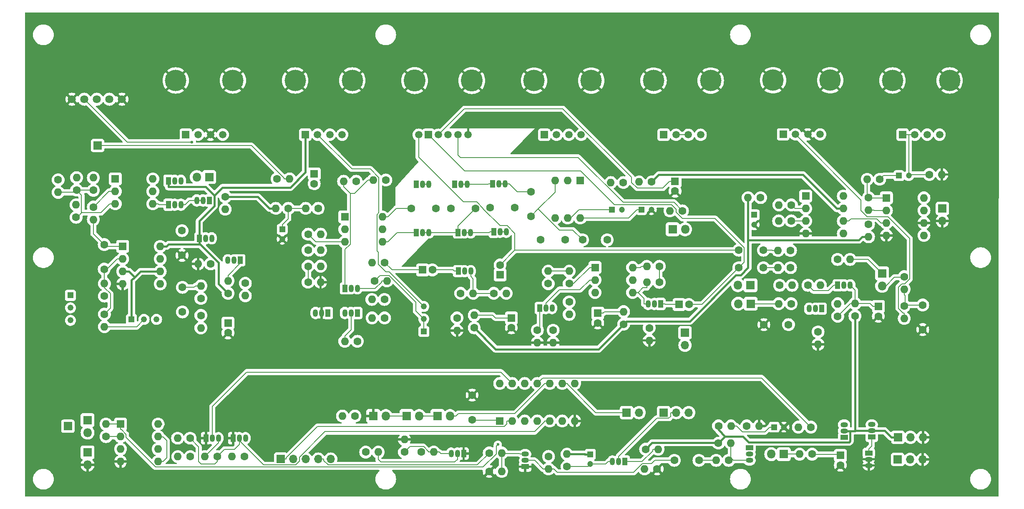
<source format=gtl>
G04 #@! TF.GenerationSoftware,KiCad,Pcbnew,8.0.2*
G04 #@! TF.CreationDate,2024-08-15T15:23:23+09:00*
G04 #@! TF.ProjectId,analog_separate,616e616c-6f67-45f7-9365-706172617465,rev?*
G04 #@! TF.SameCoordinates,Original*
G04 #@! TF.FileFunction,Copper,L1,Top*
G04 #@! TF.FilePolarity,Positive*
%FSLAX46Y46*%
G04 Gerber Fmt 4.6, Leading zero omitted, Abs format (unit mm)*
G04 Created by KiCad (PCBNEW 8.0.2) date 2024-08-15 15:23:23*
%MOMM*%
%LPD*%
G01*
G04 APERTURE LIST*
G04 #@! TA.AperFunction,ComponentPad*
%ADD10R,1.600000X1.600000*%
G04 #@! TD*
G04 #@! TA.AperFunction,ComponentPad*
%ADD11C,1.600000*%
G04 #@! TD*
G04 #@! TA.AperFunction,ComponentPad*
%ADD12R,1.200000X1.200000*%
G04 #@! TD*
G04 #@! TA.AperFunction,ComponentPad*
%ADD13C,1.200000*%
G04 #@! TD*
G04 #@! TA.AperFunction,ComponentPad*
%ADD14O,1.600000X1.600000*%
G04 #@! TD*
G04 #@! TA.AperFunction,ComponentPad*
%ADD15R,1.050000X1.500000*%
G04 #@! TD*
G04 #@! TA.AperFunction,ComponentPad*
%ADD16O,1.050000X1.500000*%
G04 #@! TD*
G04 #@! TA.AperFunction,ComponentPad*
%ADD17R,1.800000X1.800000*%
G04 #@! TD*
G04 #@! TA.AperFunction,ComponentPad*
%ADD18O,1.800000X1.800000*%
G04 #@! TD*
G04 #@! TA.AperFunction,ComponentPad*
%ADD19R,1.700000X1.700000*%
G04 #@! TD*
G04 #@! TA.AperFunction,ComponentPad*
%ADD20O,1.700000X1.700000*%
G04 #@! TD*
G04 #@! TA.AperFunction,ComponentPad*
%ADD21C,1.635000*%
G04 #@! TD*
G04 #@! TA.AperFunction,ComponentPad*
%ADD22R,1.217000X1.217000*%
G04 #@! TD*
G04 #@! TA.AperFunction,ComponentPad*
%ADD23C,1.217000*%
G04 #@! TD*
G04 #@! TA.AperFunction,ComponentPad*
%ADD24R,1.500000X1.500000*%
G04 #@! TD*
G04 #@! TA.AperFunction,ComponentPad*
%ADD25C,1.500000*%
G04 #@! TD*
G04 #@! TA.AperFunction,ComponentPad*
%ADD26C,4.350000*%
G04 #@! TD*
G04 #@! TA.AperFunction,ComponentPad*
%ADD27R,1.500000X1.050000*%
G04 #@! TD*
G04 #@! TA.AperFunction,ComponentPad*
%ADD28O,1.500000X1.050000*%
G04 #@! TD*
G04 #@! TA.AperFunction,ComponentPad*
%ADD29C,4.455000*%
G04 #@! TD*
G04 #@! TA.AperFunction,ViaPad*
%ADD30C,0.600000*%
G04 #@! TD*
G04 #@! TA.AperFunction,ViaPad*
%ADD31C,0.700000*%
G04 #@! TD*
G04 #@! TA.AperFunction,Conductor*
%ADD32C,0.400000*%
G04 #@! TD*
G04 #@! TA.AperFunction,Conductor*
%ADD33C,0.200000*%
G04 #@! TD*
G04 APERTURE END LIST*
D10*
X77980000Y-103290000D03*
D11*
X77980000Y-105290000D03*
D12*
X88980000Y-84250000D03*
D13*
X88980000Y-86250000D03*
D11*
X220340000Y-73120000D03*
D14*
X222880000Y-73120000D03*
D11*
X196290000Y-124425000D03*
D14*
X193750000Y-124425000D03*
D11*
X50650000Y-76320000D03*
D14*
X50650000Y-73780000D03*
D11*
X70290000Y-126675000D03*
D14*
X67750000Y-126675000D03*
D15*
X141230000Y-100250000D03*
D16*
X142500000Y-100250000D03*
X143770000Y-100250000D03*
D15*
X125810000Y-129815000D03*
D16*
X124540000Y-129815000D03*
X123270000Y-129815000D03*
D10*
X152480000Y-92000000D03*
D14*
X152480000Y-94540000D03*
X152480000Y-97080000D03*
X160100000Y-97080000D03*
X160100000Y-94540000D03*
X160100000Y-92000000D03*
D11*
X183285000Y-124175000D03*
D14*
X185825000Y-124175000D03*
D17*
X114245000Y-122175000D03*
D18*
X116785000Y-122175000D03*
D10*
X101680000Y-81725000D03*
D14*
X101680000Y-84265000D03*
X101680000Y-86805000D03*
X109300000Y-86805000D03*
X109300000Y-84265000D03*
X109300000Y-81725000D03*
D15*
X65900000Y-79250000D03*
D16*
X67170000Y-79250000D03*
X68440000Y-79250000D03*
D11*
X77420000Y-77640000D03*
D14*
X77420000Y-80180000D03*
D11*
X189955000Y-95620000D03*
D14*
X192495000Y-95620000D03*
D11*
X149960000Y-86390000D03*
X154960000Y-86390000D03*
X72480000Y-101745000D03*
D14*
X72480000Y-104285000D03*
D15*
X131690000Y-75000000D03*
D16*
X132960000Y-75000000D03*
X134230000Y-75000000D03*
D10*
X95480000Y-73000000D03*
D11*
X95480000Y-75000000D03*
X94230000Y-95000000D03*
D14*
X96770000Y-95000000D03*
D19*
X213960000Y-126500000D03*
D20*
X216500000Y-126500000D03*
X219040000Y-126500000D03*
D11*
X107690000Y-94750000D03*
D14*
X110230000Y-94750000D03*
D11*
X109730000Y-98500000D03*
D14*
X107190000Y-98500000D03*
D15*
X65880000Y-74390000D03*
D16*
X67150000Y-74390000D03*
X68420000Y-74390000D03*
D11*
X179620000Y-131175000D03*
D14*
X177080000Y-131175000D03*
D11*
X68730000Y-101040000D03*
X68730000Y-96040000D03*
X143045000Y-130385000D03*
D14*
X143045000Y-132925000D03*
D11*
X47250000Y-76290000D03*
D14*
X47250000Y-73750000D03*
D11*
X109775000Y-102250000D03*
D14*
X107235000Y-102250000D03*
D11*
X103980000Y-74500000D03*
D14*
X101440000Y-74500000D03*
D11*
X140770000Y-104750000D03*
D14*
X140770000Y-107290000D03*
D11*
X205250000Y-101870000D03*
D14*
X205250000Y-99330000D03*
D21*
X53915000Y-57830000D03*
X51375000Y-57830000D03*
X48835000Y-57830000D03*
X56455000Y-57830000D03*
X46295000Y-57830000D03*
D19*
X51500000Y-67250000D03*
D11*
X177535000Y-127675000D03*
D14*
X180075000Y-127675000D03*
D11*
X125210000Y-97250000D03*
D14*
X127750000Y-97250000D03*
D11*
X124460000Y-102250000D03*
D14*
X124460000Y-104790000D03*
D12*
X151545000Y-129952400D03*
D13*
X151545000Y-131952400D03*
D19*
X222995000Y-80010000D03*
D20*
X222995000Y-82550000D03*
D12*
X161920000Y-80250000D03*
D13*
X163920000Y-80250000D03*
D11*
X177540000Y-124175000D03*
D14*
X180080000Y-124175000D03*
D11*
X87940000Y-74000000D03*
D14*
X90480000Y-74000000D03*
D11*
X105935000Y-129500000D03*
D14*
X108475000Y-129500000D03*
D10*
X117480000Y-92500000D03*
D11*
X119480000Y-92500000D03*
D15*
X124710000Y-92750000D03*
D16*
X125980000Y-92750000D03*
X127250000Y-92750000D03*
D10*
X55100000Y-74005000D03*
D14*
X55100000Y-76545000D03*
X55100000Y-79085000D03*
X62720000Y-79085000D03*
X62720000Y-76545000D03*
X62720000Y-74005000D03*
D15*
X79000000Y-126675000D03*
D16*
X80270000Y-126675000D03*
X81540000Y-126675000D03*
D11*
X181670000Y-88500000D03*
X186670000Y-88500000D03*
X43500000Y-74210000D03*
D14*
X43500000Y-76750000D03*
D11*
X74440000Y-91280000D03*
D14*
X71900000Y-91280000D03*
D11*
X103750000Y-122175000D03*
D14*
X101210000Y-122175000D03*
D11*
X215250000Y-93870000D03*
D14*
X215250000Y-96410000D03*
D15*
X198500000Y-100370000D03*
D16*
X197230000Y-100370000D03*
X195960000Y-100370000D03*
D11*
X50650000Y-79735000D03*
D14*
X50650000Y-82275000D03*
D17*
X107460000Y-122175000D03*
D18*
X110000000Y-122175000D03*
D22*
X117730000Y-105000000D03*
D23*
X117730000Y-102460000D03*
X117730000Y-99920000D03*
D24*
X69415000Y-65025000D03*
D25*
X71915000Y-65025000D03*
X74415000Y-65025000D03*
X76915000Y-65025000D03*
D26*
X67365000Y-54025000D03*
X78965000Y-54025000D03*
D15*
X73500000Y-126675000D03*
D16*
X74770000Y-126675000D03*
X76040000Y-126675000D03*
D11*
X70335000Y-130425000D03*
D14*
X67795000Y-130425000D03*
D11*
X146790000Y-132465000D03*
D14*
X146790000Y-129925000D03*
D11*
X81290000Y-130425000D03*
D14*
X78750000Y-130425000D03*
D11*
X72480000Y-98290000D03*
D14*
X72480000Y-95750000D03*
D15*
X116170000Y-75140000D03*
D16*
X117440000Y-75140000D03*
X118710000Y-75140000D03*
D10*
X202290000Y-130175000D03*
D11*
X202290000Y-132175000D03*
D19*
X158890000Y-121480000D03*
D20*
X161430000Y-121480000D03*
D11*
X173580000Y-131175000D03*
X168580000Y-131175000D03*
D27*
X208650000Y-126445000D03*
D28*
X208650000Y-125175000D03*
X208650000Y-123905000D03*
D11*
X219000000Y-104620000D03*
X219000000Y-99620000D03*
X94230000Y-88500000D03*
D14*
X96770000Y-88500000D03*
D11*
X94235000Y-91750000D03*
D14*
X96775000Y-91750000D03*
D24*
X118665000Y-65050000D03*
D25*
X116665000Y-65050000D03*
X126665000Y-65050000D03*
X120665000Y-65050000D03*
X122665000Y-65050000D03*
X124665000Y-65050000D03*
D29*
X115865000Y-54050000D03*
X127465000Y-54050000D03*
D11*
X81500000Y-95210000D03*
D14*
X81500000Y-97750000D03*
D10*
X149485000Y-74340000D03*
D14*
X146945000Y-74340000D03*
X144405000Y-74340000D03*
X144405000Y-81960000D03*
X146945000Y-81960000D03*
X149485000Y-81960000D03*
D11*
X47150000Y-81820000D03*
D14*
X47150000Y-79280000D03*
D11*
X192170000Y-92050000D03*
D14*
X189630000Y-92050000D03*
D17*
X49470000Y-129565000D03*
D18*
X49470000Y-132105000D03*
D17*
X210750000Y-93205000D03*
D18*
X210750000Y-95745000D03*
D10*
X56170000Y-123805000D03*
D14*
X56170000Y-126345000D03*
X56170000Y-128885000D03*
X56170000Y-131425000D03*
X63790000Y-131425000D03*
X63790000Y-128885000D03*
X63790000Y-126345000D03*
X63790000Y-123805000D03*
D24*
X93665000Y-65025000D03*
D25*
X96165000Y-65025000D03*
X98665000Y-65025000D03*
X101165000Y-65025000D03*
D26*
X91615000Y-54025000D03*
X103215000Y-54025000D03*
D10*
X168730000Y-74500000D03*
D11*
X168730000Y-76500000D03*
X127540000Y-122925000D03*
X127540000Y-117925000D03*
D15*
X74170000Y-78390000D03*
D16*
X72900000Y-78390000D03*
X71630000Y-78390000D03*
D11*
X181670000Y-92050000D03*
X186670000Y-92050000D03*
D27*
X138295000Y-132465000D03*
D28*
X138295000Y-131195000D03*
X138295000Y-129925000D03*
D12*
X214157400Y-73370000D03*
D13*
X216157400Y-73370000D03*
D11*
X131210000Y-79890000D03*
X136210000Y-79890000D03*
D24*
X166415000Y-65050000D03*
D25*
X168915000Y-65050000D03*
X171415000Y-65050000D03*
X173915000Y-65050000D03*
D26*
X164365000Y-54050000D03*
X175965000Y-54050000D03*
D11*
X110025000Y-74250000D03*
D14*
X107485000Y-74250000D03*
D11*
X162755000Y-128925000D03*
D14*
X165295000Y-128925000D03*
D11*
X195705000Y-95620000D03*
D14*
X198245000Y-95620000D03*
D12*
X188830000Y-124425000D03*
D13*
X190830000Y-124425000D03*
D15*
X80480000Y-90540000D03*
D16*
X79210000Y-90540000D03*
X77940000Y-90540000D03*
D17*
X49470000Y-123000000D03*
D18*
X49470000Y-125540000D03*
D10*
X133210000Y-93500000D03*
D11*
X133210000Y-91500000D03*
D17*
X184085000Y-99370000D03*
D18*
X181545000Y-99370000D03*
D11*
X53220000Y-126355000D03*
D14*
X53220000Y-123815000D03*
D11*
X96275000Y-80000000D03*
D14*
X93735000Y-80000000D03*
D10*
X133130000Y-123175000D03*
D14*
X135670000Y-123175000D03*
X138210000Y-123175000D03*
X140750000Y-123175000D03*
X143290000Y-123175000D03*
X145830000Y-123175000D03*
X148370000Y-123175000D03*
X148370000Y-115555000D03*
X145830000Y-115555000D03*
X143290000Y-115555000D03*
X140750000Y-115555000D03*
X138210000Y-115555000D03*
X135670000Y-115555000D03*
X133130000Y-115555000D03*
D15*
X165800000Y-99415000D03*
D16*
X164530000Y-99415000D03*
X163260000Y-99415000D03*
D11*
X109770000Y-91000000D03*
D14*
X107230000Y-91000000D03*
D12*
X155920000Y-80250000D03*
D13*
X157920000Y-80250000D03*
D15*
X131940000Y-84750000D03*
D16*
X133210000Y-84750000D03*
X134480000Y-84750000D03*
D22*
X58400000Y-102540000D03*
D23*
X60940000Y-102540000D03*
X63480000Y-102540000D03*
D11*
X52900000Y-101485000D03*
D14*
X52900000Y-104025000D03*
D11*
X192170000Y-88550000D03*
D14*
X189630000Y-88550000D03*
D11*
X210270000Y-74090000D03*
D14*
X207730000Y-74090000D03*
D10*
X169530000Y-99525000D03*
D11*
X171530000Y-99525000D03*
X147230000Y-95295000D03*
D14*
X147230000Y-92755000D03*
D15*
X123960000Y-75140000D03*
D16*
X125230000Y-75140000D03*
X126500000Y-75140000D03*
D19*
X213920000Y-131000000D03*
D20*
X216460000Y-131000000D03*
X219000000Y-131000000D03*
D11*
X186750000Y-103620000D03*
X191750000Y-103620000D03*
X139460000Y-76640000D03*
X139460000Y-81640000D03*
X131915000Y-97250000D03*
D14*
X134455000Y-97250000D03*
D17*
X74170000Y-73640000D03*
D18*
X71630000Y-73640000D03*
D11*
X165530000Y-95025000D03*
D14*
X162990000Y-95025000D03*
D24*
X214915000Y-65025000D03*
D25*
X217415000Y-65025000D03*
X219915000Y-65025000D03*
X222415000Y-65025000D03*
D26*
X212865000Y-54025000D03*
X224465000Y-54025000D03*
D11*
X208000000Y-83240000D03*
D14*
X208000000Y-85780000D03*
D11*
X143980000Y-104750000D03*
D14*
X143980000Y-107290000D03*
D11*
X196540000Y-129925000D03*
D14*
X194000000Y-129925000D03*
D10*
X56600000Y-87730000D03*
D14*
X56600000Y-90270000D03*
X56600000Y-92810000D03*
X56600000Y-95350000D03*
X64220000Y-95350000D03*
X64220000Y-92810000D03*
X64220000Y-90270000D03*
X64220000Y-87730000D03*
D11*
X192300000Y-82550000D03*
D14*
X189760000Y-82550000D03*
D11*
X131000000Y-129675000D03*
D14*
X133540000Y-129675000D03*
D11*
X215250000Y-99825000D03*
D14*
X215250000Y-102365000D03*
D27*
X208040000Y-129675000D03*
D28*
X208040000Y-130945000D03*
X208040000Y-132215000D03*
D10*
X195250000Y-77500000D03*
D14*
X195250000Y-80040000D03*
X195250000Y-82580000D03*
X195250000Y-85120000D03*
X202870000Y-85120000D03*
X202870000Y-82580000D03*
X202870000Y-80040000D03*
X202870000Y-77500000D03*
D27*
X183830000Y-128655000D03*
D28*
X183830000Y-129925000D03*
X183830000Y-131195000D03*
D11*
X165530000Y-91775000D03*
D14*
X162990000Y-91775000D03*
D11*
X170230000Y-80500000D03*
D14*
X167690000Y-80500000D03*
D15*
X72150000Y-86080000D03*
D16*
X73420000Y-86080000D03*
X74690000Y-86080000D03*
D19*
X45470000Y-124250000D03*
D11*
X117210000Y-129500000D03*
D14*
X119750000Y-129500000D03*
D19*
X170750000Y-105250000D03*
D20*
X170750000Y-107790000D03*
D10*
X153030000Y-101275000D03*
D11*
X153030000Y-103275000D03*
D12*
X184800000Y-81327400D03*
D13*
X184800000Y-83327400D03*
D24*
X190665000Y-64980000D03*
D25*
X193165000Y-64980000D03*
X195665000Y-64980000D03*
X198165000Y-64980000D03*
D26*
X188615000Y-53980000D03*
X200215000Y-53980000D03*
D11*
X208000000Y-77825000D03*
D14*
X208000000Y-80365000D03*
D11*
X131000000Y-133425000D03*
D14*
X133540000Y-133425000D03*
D11*
X115210000Y-80030000D03*
X120210000Y-80030000D03*
X158280000Y-103525000D03*
D14*
X158280000Y-100985000D03*
D11*
X113790000Y-129500000D03*
D14*
X113790000Y-126960000D03*
D15*
X98270000Y-101250000D03*
D16*
X97000000Y-101250000D03*
X95730000Y-101250000D03*
D10*
X210000000Y-99914900D03*
D11*
X210000000Y-101914900D03*
X201750000Y-101910000D03*
D14*
X201750000Y-99370000D03*
D11*
X142980000Y-95295000D03*
D14*
X142980000Y-92755000D03*
D11*
X75790000Y-130425000D03*
D14*
X73250000Y-130425000D03*
D11*
X192290000Y-99370000D03*
D14*
X189750000Y-99370000D03*
D11*
X127960000Y-104250000D03*
D14*
X127960000Y-101710000D03*
D11*
X163490000Y-104275000D03*
D14*
X163490000Y-106815000D03*
D11*
X201710000Y-90370000D03*
D14*
X204250000Y-90370000D03*
D11*
X104230000Y-107000000D03*
D14*
X101690000Y-107000000D03*
D11*
X141460000Y-86390000D03*
X146460000Y-86390000D03*
X78000000Y-97250000D03*
D14*
X78000000Y-94710000D03*
D11*
X197750000Y-105080000D03*
D14*
X197750000Y-107620000D03*
D11*
X123210000Y-80030000D03*
X128210000Y-80030000D03*
D19*
X166415000Y-121480000D03*
D20*
X168955000Y-121480000D03*
X171495000Y-121480000D03*
D15*
X158545000Y-131425000D03*
D16*
X157275000Y-131425000D03*
X156005000Y-131425000D03*
D17*
X184040000Y-95620000D03*
D18*
X181500000Y-95620000D03*
D27*
X203040000Y-126465000D03*
D28*
X203040000Y-125195000D03*
X203040000Y-123925000D03*
D11*
X163980000Y-74640000D03*
D14*
X161440000Y-74640000D03*
D15*
X104230000Y-101250000D03*
D16*
X102960000Y-101250000D03*
X101690000Y-101250000D03*
D15*
X201750000Y-95620000D03*
D16*
X203020000Y-95620000D03*
X204290000Y-95620000D03*
D11*
X186090000Y-77827400D03*
D14*
X183550000Y-77827400D03*
D15*
X101690000Y-96250000D03*
D16*
X102960000Y-96250000D03*
X104230000Y-96250000D03*
D11*
X52850000Y-92350000D03*
X52850000Y-87350000D03*
X90230000Y-80000000D03*
D14*
X87690000Y-80000000D03*
D17*
X120495000Y-122175000D03*
D18*
X123035000Y-122175000D03*
D11*
X192340000Y-79300000D03*
D14*
X189800000Y-79300000D03*
D15*
X124690000Y-84890000D03*
D16*
X125960000Y-84890000D03*
X127230000Y-84890000D03*
D24*
X142165000Y-65050000D03*
D25*
X144665000Y-65050000D03*
X147165000Y-65050000D03*
X149665000Y-65050000D03*
D26*
X140115000Y-54050000D03*
X151715000Y-54050000D03*
D17*
X190790000Y-129925000D03*
D18*
X188250000Y-129925000D03*
D15*
X116210000Y-84890000D03*
D16*
X117480000Y-84890000D03*
X118750000Y-84890000D03*
D10*
X135500000Y-102250000D03*
D11*
X135500000Y-104250000D03*
D19*
X88670000Y-130925000D03*
D20*
X91210000Y-130925000D03*
X93750000Y-130925000D03*
X96290000Y-130925000D03*
X98830000Y-130925000D03*
D11*
X94235000Y-85250000D03*
D14*
X96775000Y-85250000D03*
D17*
X168230000Y-84250000D03*
D18*
X170770000Y-84250000D03*
D11*
X158230000Y-74750000D03*
D14*
X155690000Y-74750000D03*
D11*
X147230000Y-99000000D03*
D14*
X147230000Y-101540000D03*
D11*
X165085000Y-132925000D03*
D14*
X162545000Y-132925000D03*
D22*
X46000000Y-97670000D03*
D23*
X46000000Y-100210000D03*
X46000000Y-102750000D03*
D10*
X211630000Y-77870000D03*
D14*
X211630000Y-80410000D03*
X211630000Y-82950000D03*
X211630000Y-85490000D03*
X219250000Y-85490000D03*
X219250000Y-82950000D03*
X219250000Y-80410000D03*
X219250000Y-77870000D03*
D11*
X52900000Y-97820000D03*
D14*
X52900000Y-95280000D03*
D11*
X68650000Y-89530000D03*
X68650000Y-84530000D03*
D30*
X165750000Y-80500000D03*
X217000000Y-83000000D03*
D31*
X126665000Y-61335000D03*
D30*
X110000000Y-126750000D03*
D31*
X164000000Y-77750000D03*
X160500000Y-77750000D03*
D30*
X132763300Y-127948300D03*
X70680600Y-66541700D03*
D32*
X126665000Y-65050000D02*
X126665000Y-61335000D01*
X126750000Y-61250000D02*
X126665000Y-61335000D01*
X160500000Y-77750000D02*
X164000000Y-77750000D01*
D33*
X133005000Y-123050000D02*
X133130000Y-123175000D01*
X133005000Y-123050000D02*
X127665000Y-123050000D01*
X132880000Y-122925000D02*
X133005000Y-123050000D01*
X127665000Y-123050000D02*
X127540000Y-122925000D01*
X140213300Y-131195000D02*
X141943300Y-132925000D01*
X138295000Y-131195000D02*
X140213300Y-131195000D01*
X160286000Y-133625900D02*
X162088600Y-131823300D01*
X164600900Y-131175000D02*
X168580000Y-131175000D01*
X163952600Y-131823300D02*
X164600900Y-131175000D01*
X143045000Y-132925000D02*
X141943300Y-132925000D01*
X162088600Y-131823300D02*
X163952600Y-131823300D01*
X143045000Y-132925000D02*
X144146700Y-132925000D01*
X144847600Y-133625900D02*
X160286000Y-133625900D01*
X144146700Y-132925000D02*
X144847600Y-133625900D01*
X173580000Y-131175000D02*
X177080000Y-131175000D01*
X181181700Y-124175000D02*
X182386700Y-125380000D01*
X186973300Y-125380000D02*
X187928300Y-124425000D01*
X188830000Y-124425000D02*
X187928300Y-124425000D01*
X182386700Y-125380000D02*
X186973300Y-125380000D01*
X180080000Y-124175000D02*
X181181700Y-124175000D01*
X202040000Y-129925000D02*
X202065000Y-129950000D01*
X202065000Y-129950000D02*
X196565000Y-129950000D01*
X196565000Y-129950000D02*
X196540000Y-129925000D01*
X202065000Y-129950000D02*
X202290000Y-130175000D01*
X146810000Y-132445000D02*
X151052400Y-132445000D01*
X151052400Y-132445000D02*
X151545000Y-131952400D01*
X154650900Y-131952400D02*
X151545000Y-131952400D01*
X156005000Y-131425000D02*
X155178300Y-131425000D01*
X146830000Y-132425000D02*
X146810000Y-132445000D01*
X146810000Y-132445000D02*
X146790000Y-132465000D01*
X155178300Y-131425000D02*
X154650900Y-131952400D01*
D32*
X204291700Y-127245100D02*
X204291700Y-125195000D01*
X76824000Y-75749000D02*
X75197100Y-77375900D01*
X72150000Y-82545200D02*
X75197100Y-79498100D01*
X178867700Y-126342300D02*
X182500100Y-126342300D01*
X205230000Y-125195000D02*
X205250000Y-125175000D01*
X177535000Y-127675000D02*
X178867700Y-126342300D01*
X205250000Y-125175000D02*
X207398300Y-125175000D01*
X76050000Y-91037600D02*
X76050000Y-95300000D01*
X93665000Y-72686500D02*
X90602500Y-75749000D01*
X208650000Y-125175000D02*
X207398300Y-125175000D01*
X93665000Y-65025000D02*
X93665000Y-72686500D01*
X182500100Y-126342300D02*
X183649500Y-127491700D01*
X183649500Y-127491700D02*
X204045100Y-127491700D01*
X177540000Y-125014600D02*
X177540000Y-124175000D01*
X202870000Y-80040000D02*
X201568300Y-80040000D01*
X72150000Y-86080000D02*
X72150000Y-87331700D01*
X178867700Y-126342300D02*
X177540000Y-125014600D01*
X65521700Y-87730000D02*
X65920000Y-87331700D01*
X177466300Y-127606300D02*
X177535000Y-127675000D01*
X213960000Y-126500000D02*
X212608300Y-126500000D01*
X75197100Y-77375900D02*
X73462900Y-75641700D01*
X76050000Y-95300000D02*
X78000000Y-97250000D01*
X72150000Y-86080000D02*
X72150000Y-82545200D01*
X75197100Y-79498100D02*
X75197100Y-77375900D01*
X164073700Y-127606300D02*
X177466300Y-127606300D01*
X201568300Y-80040000D02*
X194716700Y-73188400D01*
X146790000Y-129925000D02*
X150415900Y-129925000D01*
X204045100Y-127491700D02*
X204291700Y-127245100D01*
X211283300Y-125175000D02*
X212608300Y-126500000D01*
X203040000Y-125195000D02*
X204291700Y-125195000D01*
X73462900Y-75641700D02*
X65880000Y-75641700D01*
X65920000Y-87331700D02*
X72150000Y-87331700D01*
X150415900Y-129925000D02*
X150443300Y-129952400D01*
X64220000Y-87730000D02*
X65521700Y-87730000D01*
X151545000Y-129952400D02*
X150443300Y-129952400D01*
X63790000Y-123805000D02*
X64410000Y-123805000D01*
X90602500Y-75749000D02*
X76824000Y-75749000D01*
X162755000Y-128925000D02*
X164073700Y-127606300D01*
X72344100Y-87331700D02*
X76050000Y-91037600D01*
X65880000Y-74390000D02*
X65880000Y-75641700D01*
X72150000Y-87331700D02*
X72344100Y-87331700D01*
X204291700Y-125195000D02*
X205230000Y-125195000D01*
X205250000Y-125175000D02*
X205250000Y-101870000D01*
X194716700Y-73188400D02*
X165431600Y-73188400D01*
X208650000Y-125175000D02*
X211283300Y-125175000D01*
X165431600Y-73188400D02*
X163980000Y-74640000D01*
X158883100Y-102921900D02*
X171718300Y-102921900D01*
X60200000Y-92810000D02*
X59050900Y-93959100D01*
X59050900Y-93959100D02*
X58400000Y-94610000D01*
X158280000Y-103525000D02*
X153210500Y-108594500D01*
X158280000Y-103525000D02*
X158883100Y-102921900D01*
X87690000Y-80000000D02*
X86388300Y-80000000D01*
X84028300Y-77640000D02*
X86388300Y-80000000D01*
X77420000Y-77640000D02*
X84028300Y-77640000D01*
X182044300Y-93553000D02*
X183550000Y-92047300D01*
X181087200Y-93553000D02*
X182044300Y-93553000D01*
X132304500Y-108594500D02*
X127960000Y-104250000D01*
X183550000Y-86430800D02*
X183550000Y-77827400D01*
X58400000Y-94610000D02*
X58400000Y-102540000D01*
X171718300Y-102921900D02*
X181087200Y-93553000D01*
X56600000Y-92810000D02*
X57901700Y-92810000D01*
X59050900Y-93959100D02*
X57901700Y-92810000D01*
X206698300Y-85780000D02*
X206047500Y-86430800D01*
X153210500Y-108594500D02*
X132304500Y-108594500D01*
X208000000Y-85780000D02*
X206698300Y-85780000D01*
X64220000Y-92810000D02*
X60200000Y-92810000D01*
X183550000Y-92047300D02*
X183550000Y-86430800D01*
X206047500Y-86430800D02*
X183550000Y-86430800D01*
D33*
X120495000Y-122175000D02*
X116785000Y-122175000D01*
X136203900Y-121677100D02*
X124734600Y-121677100D01*
X123035000Y-122175000D02*
X124236700Y-122175000D01*
X142188300Y-115692700D02*
X136203900Y-121677100D01*
X142188300Y-115555000D02*
X142188300Y-115692700D01*
X171415000Y-65050000D02*
X168915000Y-65050000D01*
X143290000Y-115555000D02*
X142188300Y-115555000D01*
X124734600Y-121677100D02*
X124236700Y-122175000D01*
X132421500Y-129851300D02*
X132421500Y-128290100D01*
X129729900Y-132542900D02*
X132421500Y-129851300D01*
X56307800Y-124906700D02*
X57271700Y-125870600D01*
X57271700Y-126536600D02*
X63278000Y-132542900D01*
X63278000Y-132542900D02*
X129729900Y-132542900D01*
X56170000Y-123805000D02*
X56170000Y-124906700D01*
X54331700Y-123805000D02*
X56170000Y-123805000D01*
X56170000Y-124906700D02*
X56307800Y-124906700D01*
X57271700Y-125870600D02*
X57271700Y-126536600D01*
X53220000Y-123815000D02*
X54321700Y-123815000D01*
X54321700Y-123815000D02*
X54331700Y-123805000D01*
X132421500Y-128290100D02*
X132763300Y-127948300D01*
X190790000Y-129925000D02*
X194000000Y-129925000D01*
X135670000Y-123175000D02*
X134568300Y-123175000D01*
X88670000Y-130925000D02*
X89821700Y-130925000D01*
X134568300Y-123792900D02*
X134568300Y-123175000D01*
X134065500Y-124295700D02*
X134568300Y-123792900D01*
X89821700Y-130637100D02*
X96163100Y-124295700D01*
X96163100Y-124295700D02*
X134065500Y-124295700D01*
X89821700Y-130925000D02*
X89821700Y-130637100D01*
X56170000Y-126345000D02*
X53230000Y-126345000D01*
X53230000Y-126345000D02*
X53220000Y-126355000D01*
X64790000Y-126425000D02*
X65540000Y-127175000D01*
X63790000Y-126345000D02*
X63870000Y-126425000D01*
X65540000Y-127175000D02*
X65540000Y-130675000D01*
X64790000Y-131425000D02*
X63790000Y-131425000D01*
X63870000Y-126425000D02*
X64790000Y-126425000D01*
X65540000Y-130675000D02*
X64790000Y-131425000D01*
X74770000Y-126675000D02*
X74770000Y-120230000D01*
X74770000Y-120230000D02*
X81750000Y-113250000D01*
X81750000Y-113250000D02*
X133365000Y-113250000D01*
X133365000Y-113250000D02*
X135670000Y-115555000D01*
X124540000Y-130960000D02*
X124540000Y-129815000D01*
X108475000Y-130975000D02*
X109000000Y-131500000D01*
X108475000Y-129500000D02*
X108475000Y-130975000D01*
X124000000Y-131500000D02*
X124540000Y-130960000D01*
X109000000Y-131500000D02*
X124000000Y-131500000D01*
X77290000Y-128925000D02*
X75790000Y-130425000D01*
X80270000Y-127945000D02*
X79290000Y-128925000D01*
X140242600Y-125349000D02*
X142188300Y-123403300D01*
X75790000Y-131425000D02*
X75790000Y-130425000D01*
X80270000Y-127150000D02*
X80270000Y-127945000D01*
X80270000Y-127150000D02*
X85228200Y-132108200D01*
X143290000Y-123175000D02*
X142188300Y-123175000D01*
X72540000Y-131925000D02*
X75290000Y-131925000D01*
X79290000Y-128925000D02*
X77290000Y-128925000D01*
X91688200Y-132108200D02*
X92480000Y-131316400D01*
X92480000Y-130545600D02*
X97676600Y-125349000D01*
X85228200Y-132108200D02*
X91688200Y-132108200D01*
X75290000Y-131925000D02*
X75790000Y-131425000D01*
X80270000Y-126675000D02*
X80270000Y-127150000D01*
X70290000Y-126675000D02*
X72040000Y-128425000D01*
X97676600Y-125349000D02*
X140242600Y-125349000D01*
X72040000Y-131425000D02*
X72540000Y-131925000D01*
X92480000Y-131316400D02*
X92480000Y-130545600D01*
X142188300Y-123403300D02*
X142188300Y-123175000D01*
X72040000Y-128425000D02*
X72040000Y-131425000D01*
X208040000Y-128848300D02*
X208650000Y-128238300D01*
X158890000Y-121480000D02*
X152628400Y-121480000D01*
X152628400Y-121480000D02*
X146931700Y-115783300D01*
X208650000Y-128238300D02*
X208650000Y-126445000D01*
X208040000Y-129675000D02*
X208040000Y-128848300D01*
X145830000Y-115555000D02*
X146931700Y-115555000D01*
X146931700Y-115783300D02*
X146931700Y-115555000D01*
X128568300Y-132106700D02*
X131000000Y-129675000D01*
X96290000Y-130925000D02*
X97441700Y-130925000D01*
X97441700Y-131212900D02*
X98335500Y-132106700D01*
X98335500Y-132106700D02*
X128568300Y-132106700D01*
X97441700Y-130925000D02*
X97441700Y-131212900D01*
X168955000Y-121480000D02*
X167803300Y-121480000D01*
X167803300Y-121480000D02*
X167803300Y-122271800D01*
X157275000Y-131425000D02*
X157275000Y-130373300D01*
X167443400Y-122631700D02*
X165016600Y-122631700D01*
X167803300Y-122271800D02*
X167443400Y-122631700D01*
X165016600Y-122631700D02*
X157275000Y-130373300D01*
X214757900Y-95308300D02*
X214064900Y-96001300D01*
X215376800Y-95308300D02*
X214757900Y-95308300D01*
X193165000Y-64980000D02*
X206482000Y-78297000D01*
X206482000Y-78297000D02*
X206482000Y-80408800D01*
X206482000Y-80408800D02*
X207753200Y-81680000D01*
X216380600Y-94304500D02*
X215376800Y-95308300D01*
X214064900Y-96001300D02*
X214064900Y-100306500D01*
X216380600Y-86125800D02*
X216380600Y-94304500D01*
X211934800Y-81680000D02*
X216380600Y-86125800D01*
X207753200Y-81680000D02*
X211934800Y-81680000D01*
X214064900Y-100306500D02*
X215021700Y-101263300D01*
X215250000Y-102365000D02*
X215250000Y-101263300D01*
X215021700Y-101263300D02*
X215250000Y-101263300D01*
X76040000Y-127635000D02*
X73250000Y-130425000D01*
X76040000Y-126675000D02*
X76040000Y-127635000D01*
X117683300Y-128397300D02*
X114892700Y-128397300D01*
X114892700Y-128397300D02*
X113790000Y-129500000D01*
X119750000Y-129500000D02*
X118648300Y-129500000D01*
X119750000Y-129500000D02*
X120851700Y-129500000D01*
X121166700Y-129815000D02*
X120851700Y-129500000D01*
X118648300Y-129362300D02*
X117683300Y-128397300D01*
X123270000Y-129815000D02*
X121166700Y-129815000D01*
X118648300Y-129500000D02*
X118648300Y-129362300D01*
X133540000Y-130050000D02*
X133540000Y-133425000D01*
X138295000Y-129925000D02*
X137243300Y-129925000D01*
X133665000Y-129800000D02*
X137118300Y-129800000D01*
X133727500Y-129862500D02*
X133540000Y-130050000D01*
X137118300Y-129800000D02*
X137243300Y-129925000D01*
X133540000Y-129675000D02*
X133665000Y-129800000D01*
X133665000Y-129800000D02*
X133727500Y-129862500D01*
X133727500Y-129862500D02*
X133790000Y-129925000D01*
X183820000Y-131185000D02*
X180540000Y-131185000D01*
X183820000Y-131185000D02*
X183830000Y-131195000D01*
X183810000Y-131175000D02*
X183820000Y-131185000D01*
X180075000Y-130720000D02*
X179620000Y-131175000D01*
X180540000Y-131185000D02*
X180075000Y-130720000D01*
X180075000Y-130720000D02*
X180075000Y-127675000D01*
X162039100Y-131421600D02*
X159375100Y-131421600D01*
X159375100Y-131421600D02*
X159371700Y-131425000D01*
X164193300Y-128925000D02*
X164193300Y-129267400D01*
X165295000Y-128925000D02*
X164193300Y-128925000D01*
X158545000Y-131425000D02*
X159371700Y-131425000D01*
X164193300Y-129267400D02*
X162039100Y-131421600D01*
X110000000Y-122175000D02*
X114245000Y-122175000D01*
X186304300Y-114439300D02*
X196290000Y-124425000D01*
X141865700Y-114439300D02*
X186304300Y-114439300D01*
X140750000Y-115555000D02*
X141865700Y-114439300D01*
X70680600Y-66541700D02*
X57546700Y-66541700D01*
X71088300Y-96040000D02*
X71378300Y-95750000D01*
X68730000Y-96040000D02*
X71088300Y-96040000D01*
X57546700Y-66541700D02*
X48835000Y-57830000D01*
X72480000Y-95750000D02*
X71378300Y-95750000D01*
X80480000Y-91128300D02*
X78000000Y-93608300D01*
X78000000Y-93608300D02*
X78000000Y-94710000D01*
X80480000Y-90540000D02*
X80480000Y-91128300D01*
X65900000Y-79250000D02*
X63986700Y-79250000D01*
X63986700Y-79250000D02*
X63821700Y-79085000D01*
X62720000Y-79085000D02*
X63821700Y-79085000D01*
X55498300Y-90270000D02*
X53368300Y-92400000D01*
X53368300Y-92400000D02*
X52900000Y-92400000D01*
X52900000Y-96106300D02*
X54118000Y-97324300D01*
X52900000Y-92400000D02*
X52900000Y-95280000D01*
X56600000Y-90270000D02*
X55498300Y-90270000D01*
X54118000Y-97324300D02*
X54118000Y-100267000D01*
X52850000Y-92350000D02*
X52900000Y-92400000D01*
X54118000Y-100267000D02*
X52900000Y-101485000D01*
X52900000Y-95280000D02*
X52900000Y-96106300D01*
X53230000Y-87730000D02*
X52850000Y-87350000D01*
X52850000Y-87350000D02*
X50650000Y-85150000D01*
X56600000Y-87730000D02*
X53230000Y-87730000D01*
X50650000Y-85150000D02*
X50650000Y-82275000D01*
X71630000Y-78390000D02*
X70126700Y-78390000D01*
X68440000Y-79250000D02*
X69266700Y-79250000D01*
X70126700Y-78390000D02*
X69266700Y-79250000D01*
X72900000Y-78390000D02*
X71630000Y-78390000D01*
X125965000Y-59750000D02*
X145954400Y-59750000D01*
X166261900Y-75866400D02*
X167628300Y-74500000D01*
X159890000Y-73685600D02*
X159890000Y-74726900D01*
X161029500Y-75866400D02*
X166261900Y-75866400D01*
X120665000Y-65050000D02*
X125965000Y-59750000D01*
X167628300Y-74500000D02*
X168730000Y-74500000D01*
X159890000Y-74726900D02*
X161029500Y-75866400D01*
X145954400Y-59750000D02*
X159890000Y-73685600D01*
X47250000Y-76290000D02*
X48252100Y-77292100D01*
X48252100Y-80982900D02*
X47415000Y-81820000D01*
X53998300Y-79085000D02*
X52221900Y-80861400D01*
X52221900Y-80861400D02*
X48395600Y-80861400D01*
X46790000Y-76750000D02*
X43500000Y-76750000D01*
X48395600Y-80861400D02*
X48252100Y-80717900D01*
X48252100Y-80717900D02*
X48252100Y-80982900D01*
X47280000Y-76320000D02*
X50650000Y-76320000D01*
X47250000Y-76290000D02*
X46790000Y-76750000D01*
X48252100Y-77292100D02*
X48252100Y-80717900D01*
X55100000Y-79085000D02*
X53998300Y-79085000D01*
X47415000Y-81820000D02*
X47150000Y-81820000D01*
X47250000Y-76290000D02*
X47280000Y-76320000D01*
X47150000Y-76390000D02*
X47250000Y-76290000D01*
X47150000Y-76775000D02*
X47150000Y-76390000D01*
X53840000Y-76545000D02*
X55100000Y-76545000D01*
X50650000Y-79735000D02*
X53840000Y-76545000D01*
X60940000Y-102540000D02*
X59455000Y-104025000D01*
X59455000Y-104025000D02*
X52900000Y-104025000D01*
X89378300Y-74000000D02*
X89378300Y-73862300D01*
X90480000Y-74000000D02*
X89378300Y-74000000D01*
X82766000Y-67250000D02*
X51500000Y-67250000D01*
X89378300Y-73862300D02*
X82766000Y-67250000D01*
X181670000Y-92050000D02*
X174195000Y-99525000D01*
X168007400Y-79218000D02*
X168960000Y-80170600D01*
X174195000Y-99525000D02*
X171530000Y-99525000D01*
X149580300Y-72362900D02*
X156435400Y-79218000D01*
X168960000Y-80170600D02*
X168960000Y-80796900D01*
X118665000Y-65050000D02*
X125977900Y-72362900D01*
X182785600Y-90934400D02*
X181670000Y-92050000D01*
X176858700Y-82061400D02*
X182785600Y-87988300D01*
X182785600Y-87988300D02*
X182785600Y-90934400D01*
X170224500Y-82061400D02*
X176858700Y-82061400D01*
X125977900Y-72362900D02*
X149580300Y-72362900D01*
X168960000Y-80796900D02*
X170224500Y-82061400D01*
X156435400Y-79218000D02*
X168007400Y-79218000D01*
X169530000Y-99525000D02*
X166736700Y-99525000D01*
X166736700Y-99525000D02*
X166626700Y-99415000D01*
X165800000Y-99415000D02*
X166626700Y-99415000D01*
X133177900Y-83499400D02*
X134649700Y-83499400D01*
X136210000Y-88500000D02*
X133210000Y-91500000D01*
X129780000Y-80015800D02*
X129780000Y-80101500D01*
X116665000Y-65050000D02*
X116665000Y-69611000D01*
X129780000Y-80101500D02*
X133177900Y-83499400D01*
X128468800Y-78704600D02*
X129780000Y-80015800D01*
X134649700Y-83499400D02*
X136210000Y-85059700D01*
X136210000Y-85059700D02*
X136210000Y-88500000D01*
X116665000Y-69611000D02*
X125758600Y-78704600D01*
X136210000Y-88500000D02*
X181670000Y-88500000D01*
X125758600Y-78704600D02*
X128468800Y-78704600D01*
X90230000Y-80000000D02*
X92633300Y-80000000D01*
X88980000Y-84250000D02*
X88980000Y-83348300D01*
X90230000Y-80000000D02*
X90230000Y-82098300D01*
X93735000Y-80000000D02*
X92633300Y-80000000D01*
X90230000Y-82098300D02*
X88980000Y-83348300D01*
X112096700Y-80030000D02*
X110401700Y-81725000D01*
X109300000Y-81725000D02*
X110401700Y-81725000D01*
X115210000Y-80030000D02*
X112096700Y-80030000D01*
X109300000Y-86805000D02*
X110401700Y-86805000D01*
X110401700Y-86805000D02*
X112316700Y-84890000D01*
X112316700Y-84890000D02*
X116210000Y-84890000D01*
X118750000Y-84890000D02*
X117480000Y-84890000D01*
X118750000Y-84890000D02*
X119576700Y-84890000D01*
X124690000Y-84890000D02*
X119576700Y-84890000D01*
X128210000Y-80030000D02*
X124690000Y-83550000D01*
X124690000Y-83550000D02*
X124690000Y-84890000D01*
X118710000Y-75140000D02*
X117440000Y-75140000D01*
X189630000Y-88550000D02*
X188528300Y-88550000D01*
X186670000Y-88500000D02*
X188478300Y-88500000D01*
X188478300Y-88500000D02*
X188528300Y-88550000D01*
X186670000Y-92050000D02*
X189630000Y-92050000D01*
X135500000Y-102250000D02*
X132250000Y-102250000D01*
X132250000Y-102250000D02*
X131710000Y-101710000D01*
X131710000Y-101710000D02*
X127960000Y-101710000D01*
X117480000Y-92500000D02*
X111270000Y-92500000D01*
X111270000Y-92500000D02*
X109770000Y-91000000D01*
X124710000Y-92750000D02*
X123883300Y-92750000D01*
X119480000Y-92500000D02*
X123633300Y-92500000D01*
X123633300Y-92500000D02*
X123883300Y-92750000D01*
X125960000Y-84890000D02*
X127230000Y-84890000D01*
X127230000Y-84890000D02*
X130973300Y-84890000D01*
X131940000Y-84750000D02*
X131113300Y-84750000D01*
X130973300Y-84890000D02*
X131113300Y-84750000D01*
X130723300Y-75140000D02*
X130863300Y-75000000D01*
X125230000Y-75140000D02*
X126500000Y-75140000D01*
X126500000Y-75140000D02*
X130723300Y-75140000D01*
X131690000Y-75000000D02*
X130863300Y-75000000D01*
X136696700Y-76640000D02*
X135056700Y-75000000D01*
X134230000Y-75000000D02*
X132960000Y-75000000D01*
X134230000Y-75000000D02*
X135056700Y-75000000D01*
X139460000Y-76640000D02*
X136696700Y-76640000D01*
X144405000Y-76695000D02*
X140956900Y-80143100D01*
X147987500Y-84417500D02*
X149960000Y-86390000D01*
X140956900Y-80143100D02*
X139460000Y-81640000D01*
X144405000Y-74340000D02*
X144405000Y-76695000D01*
X145231200Y-84417500D02*
X147987500Y-84417500D01*
X140956900Y-80143100D02*
X145231200Y-84417500D01*
X134480000Y-84750000D02*
X133210000Y-84750000D01*
X148083300Y-95295000D02*
X147230000Y-95295000D01*
X152480000Y-92000000D02*
X151378300Y-92000000D01*
X151378300Y-92000000D02*
X148083300Y-95295000D01*
X165530000Y-91775000D02*
X165530000Y-95025000D01*
X159308300Y-81960000D02*
X161018300Y-80250000D01*
X149485000Y-81960000D02*
X159308300Y-81960000D01*
X161920000Y-80250000D02*
X161018300Y-80250000D01*
X142980000Y-92755000D02*
X147230000Y-92755000D01*
X154421700Y-100985000D02*
X154131700Y-101275000D01*
X158280000Y-100985000D02*
X154421700Y-100985000D01*
X153030000Y-101275000D02*
X154131700Y-101275000D01*
X147540000Y-81960000D02*
X149250000Y-80250000D01*
X146945000Y-81960000D02*
X147540000Y-81960000D01*
X149250000Y-80250000D02*
X155920000Y-80250000D01*
X215455000Y-99620000D02*
X215250000Y-99825000D01*
X219000000Y-99620000D02*
X215455000Y-99620000D01*
X215250000Y-96410000D02*
X215250000Y-97511700D01*
X215455000Y-99620000D02*
X215455000Y-97716700D01*
X215455000Y-97716700D02*
X215250000Y-97511700D01*
X205250000Y-99330000D02*
X208313400Y-99330000D01*
X208313400Y-99330000D02*
X208898300Y-99914900D01*
X204330000Y-99330000D02*
X205250000Y-99330000D01*
X205250000Y-99330000D02*
X205250000Y-96580000D01*
X210000000Y-99914900D02*
X208898300Y-99914900D01*
X205250000Y-96580000D02*
X204290000Y-95620000D01*
X201750000Y-101910000D02*
X204330000Y-99330000D01*
X210750000Y-93205000D02*
X207915000Y-90370000D01*
X207915000Y-90370000D02*
X204250000Y-90370000D01*
X215120000Y-94000000D02*
X215250000Y-93870000D01*
X210750000Y-95745000D02*
X211505000Y-95745000D01*
X213250000Y-94000000D02*
X215120000Y-94000000D01*
X211505000Y-95745000D02*
X213250000Y-94000000D01*
X184085000Y-99370000D02*
X189750000Y-99370000D01*
X195250000Y-80040000D02*
X193080000Y-80040000D01*
X193080000Y-80040000D02*
X192340000Y-79300000D01*
X204428100Y-82123600D02*
X203971700Y-82580000D01*
X209701900Y-82123600D02*
X204428100Y-82123600D01*
X211630000Y-82950000D02*
X210528300Y-82950000D01*
X210528300Y-82950000D02*
X209701900Y-82123600D01*
X202870000Y-82580000D02*
X203971700Y-82580000D01*
X195250000Y-82580000D02*
X192330000Y-82580000D01*
X192330000Y-82580000D02*
X192300000Y-82550000D01*
X102960000Y-101250000D02*
X102960000Y-104628300D01*
X103689900Y-76943400D02*
X106383300Y-74250000D01*
X101690000Y-96250000D02*
X101690000Y-88353100D01*
X102781700Y-76943400D02*
X103689900Y-76943400D01*
X107485000Y-74250000D02*
X106383300Y-74250000D01*
X101690000Y-88353100D02*
X102781700Y-87261400D01*
X101440000Y-74500000D02*
X101440000Y-75601700D01*
X102781700Y-76943400D02*
X101440000Y-75601700D01*
X102781700Y-87261400D02*
X102781700Y-76943400D01*
X101690000Y-107000000D02*
X101690000Y-105898300D01*
X102960000Y-104628300D02*
X101690000Y-105898300D01*
X94235000Y-94995000D02*
X94235000Y-91750000D01*
X94230000Y-95000000D02*
X94235000Y-94995000D01*
X107856600Y-96250000D02*
X109128300Y-94978300D01*
X109128300Y-94978300D02*
X109128300Y-94750000D01*
X104230000Y-96250000D02*
X107856600Y-96250000D01*
X110230000Y-94750000D02*
X109128300Y-94750000D01*
X95790000Y-86805000D02*
X94235000Y-85250000D01*
X101680000Y-86805000D02*
X95790000Y-86805000D01*
X127750000Y-94301700D02*
X127750000Y-97250000D01*
X127250000Y-93801700D02*
X127750000Y-94301700D01*
X131915000Y-97250000D02*
X127750000Y-97250000D01*
X127250000Y-92750000D02*
X127250000Y-93801700D01*
X162433300Y-98311600D02*
X161201700Y-97080000D01*
X161201700Y-97080000D02*
X162155000Y-96126700D01*
X162155000Y-96126700D02*
X162990000Y-96126700D01*
X160100000Y-97080000D02*
X161201700Y-97080000D01*
X162990000Y-95025000D02*
X162990000Y-96126700D01*
X163260000Y-99415000D02*
X162433300Y-99415000D01*
X162433300Y-99415000D02*
X162433300Y-98311600D01*
X151378300Y-94540000D02*
X149429200Y-96489100D01*
X145209200Y-96489100D02*
X142500000Y-99198300D01*
X152480000Y-94540000D02*
X151378300Y-94540000D01*
X142500000Y-100250000D02*
X142500000Y-99198300D01*
X149429200Y-96489100D02*
X145209200Y-96489100D01*
X140770000Y-104750000D02*
X141230000Y-104290000D01*
X141230000Y-104290000D02*
X141230000Y-100250000D01*
X161663300Y-92000000D02*
X161888300Y-91775000D01*
X162990000Y-91775000D02*
X161888300Y-91775000D01*
X160100000Y-92000000D02*
X161663300Y-92000000D01*
X201750000Y-95620000D02*
X200923300Y-95620000D01*
X200923300Y-95620000D02*
X199809400Y-96733900D01*
X196818900Y-96733900D02*
X195705000Y-95620000D01*
X199809400Y-96733900D02*
X196818900Y-96733900D01*
X125148700Y-69648700D02*
X124665000Y-69165000D01*
X170230000Y-80500000D02*
X168514600Y-78784600D01*
X124665000Y-69165000D02*
X124665000Y-65050000D01*
X158166500Y-78784600D02*
X149030600Y-69648700D01*
X149030600Y-69648700D02*
X125148700Y-69648700D01*
X168514600Y-78784600D02*
X158166500Y-78784600D01*
X108821700Y-93618300D02*
X110662300Y-93618300D01*
X116098700Y-100828700D02*
X117730000Y-102460000D01*
X107690000Y-94750000D02*
X108821700Y-93618300D01*
X117730000Y-102460000D02*
X117730000Y-105000000D01*
X110662300Y-93618300D02*
X116098700Y-99054700D01*
X116098700Y-99054700D02*
X116098700Y-100828700D01*
X108616200Y-73754800D02*
X108616200Y-80850700D01*
X106845500Y-71984100D02*
X108616200Y-73754800D01*
X108500000Y-88937300D02*
X108500000Y-91343900D01*
X108197500Y-88634800D02*
X108500000Y-88937300D01*
X96165000Y-65025000D02*
X103124100Y-71984100D01*
X110056300Y-92900200D02*
X110710200Y-92900200D01*
X110710200Y-92900200D02*
X117730000Y-99920000D01*
X103124100Y-71984100D02*
X106845500Y-71984100D01*
X108197500Y-81269400D02*
X108197500Y-88634800D01*
X108500000Y-91343900D02*
X110056300Y-92900200D01*
X108616200Y-80850700D02*
X108197500Y-81269400D01*
X216165000Y-65025000D02*
X214915000Y-65025000D01*
X220340000Y-73120000D02*
X216165000Y-73120000D01*
X217415000Y-65025000D02*
X216165000Y-65025000D01*
X216157400Y-73127600D02*
X216157400Y-73370000D01*
X216165000Y-65025000D02*
X216165000Y-73120000D01*
X216165000Y-73120000D02*
X216157400Y-73127600D01*
X210990000Y-73370000D02*
X210270000Y-74090000D01*
X214157400Y-73370000D02*
X210990000Y-73370000D01*
X211630000Y-80410000D02*
X209146700Y-80410000D01*
X208000000Y-80365000D02*
X209101700Y-80365000D01*
X209146700Y-80410000D02*
X209101700Y-80365000D01*
X207730000Y-77555000D02*
X207730000Y-74090000D01*
X208000000Y-77825000D02*
X207730000Y-77555000D01*
X211630000Y-77870000D02*
X208045000Y-77870000D01*
X208045000Y-77870000D02*
X208000000Y-77825000D01*
G04 #@! TA.AperFunction,Conductor*
G36*
X132617257Y-130607290D02*
G01*
X132661604Y-130635791D01*
X132700858Y-130675045D01*
X132714637Y-130684693D01*
X132886624Y-130805118D01*
X132930248Y-130859693D01*
X132939500Y-130906692D01*
X132939500Y-132193306D01*
X132919815Y-132260345D01*
X132886623Y-132294881D01*
X132700859Y-132424953D01*
X132539954Y-132585858D01*
X132409432Y-132772265D01*
X132409428Y-132772272D01*
X132382105Y-132830866D01*
X132335932Y-132883305D01*
X132268738Y-132902456D01*
X132201858Y-132882239D01*
X132157342Y-132830864D01*
X132130136Y-132772521D01*
X132130132Y-132772513D01*
X132079025Y-132699526D01*
X131400000Y-133378551D01*
X131400000Y-133372339D01*
X131372741Y-133270606D01*
X131320080Y-133179394D01*
X131245606Y-133104920D01*
X131154394Y-133052259D01*
X131052661Y-133025000D01*
X131046446Y-133025000D01*
X131725472Y-132345974D01*
X131652478Y-132294863D01*
X131446331Y-132198735D01*
X131446320Y-132198731D01*
X131241283Y-132143792D01*
X131181623Y-132107427D01*
X131151094Y-132044580D01*
X131159389Y-131975204D01*
X131185691Y-131936342D01*
X132486244Y-130635789D01*
X132547565Y-130602306D01*
X132617257Y-130607290D01*
G37*
G04 #@! TD.AperFunction*
G04 #@! TA.AperFunction,Conductor*
G36*
X208290000Y-131934670D02*
G01*
X208270255Y-131914925D01*
X208184745Y-131865556D01*
X208089370Y-131840000D01*
X207990630Y-131840000D01*
X207895255Y-131865556D01*
X207809745Y-131914925D01*
X207790000Y-131934670D01*
X207790000Y-131225330D01*
X207809745Y-131245075D01*
X207895255Y-131294444D01*
X207990630Y-131320000D01*
X208089370Y-131320000D01*
X208184745Y-131294444D01*
X208270255Y-131245075D01*
X208290000Y-131225330D01*
X208290000Y-131934670D01*
G37*
G04 #@! TD.AperFunction*
G04 #@! TA.AperFunction,Conductor*
G36*
X133131942Y-113870185D02*
G01*
X133152584Y-113886819D01*
X133311336Y-114045571D01*
X133344821Y-114106894D01*
X133339837Y-114176586D01*
X133297965Y-114232519D01*
X133232501Y-114256936D01*
X133212848Y-114256780D01*
X133130002Y-114249532D01*
X133129998Y-114249532D01*
X132903313Y-114269364D01*
X132903302Y-114269366D01*
X132683511Y-114328258D01*
X132683502Y-114328261D01*
X132477267Y-114424431D01*
X132477265Y-114424432D01*
X132290858Y-114554954D01*
X132129954Y-114715858D01*
X131999432Y-114902265D01*
X131999431Y-114902267D01*
X131903261Y-115108502D01*
X131903258Y-115108511D01*
X131844366Y-115328302D01*
X131844364Y-115328313D01*
X131824532Y-115554998D01*
X131824532Y-115555001D01*
X131844364Y-115781686D01*
X131844366Y-115781697D01*
X131903258Y-116001488D01*
X131903261Y-116001497D01*
X131999431Y-116207732D01*
X131999432Y-116207734D01*
X132129954Y-116394141D01*
X132290858Y-116555045D01*
X132290861Y-116555047D01*
X132477266Y-116685568D01*
X132683504Y-116781739D01*
X132903308Y-116840635D01*
X133065230Y-116854801D01*
X133129998Y-116860468D01*
X133130000Y-116860468D01*
X133130002Y-116860468D01*
X133186673Y-116855509D01*
X133356692Y-116840635D01*
X133576496Y-116781739D01*
X133782734Y-116685568D01*
X133969139Y-116555047D01*
X134130047Y-116394139D01*
X134260568Y-116207734D01*
X134287618Y-116149724D01*
X134333790Y-116097285D01*
X134400983Y-116078133D01*
X134467865Y-116098348D01*
X134512382Y-116149725D01*
X134539429Y-116207728D01*
X134539432Y-116207734D01*
X134669954Y-116394141D01*
X134830858Y-116555045D01*
X134830861Y-116555047D01*
X135017266Y-116685568D01*
X135223504Y-116781739D01*
X135443308Y-116840635D01*
X135605230Y-116854801D01*
X135669998Y-116860468D01*
X135670000Y-116860468D01*
X135670002Y-116860468D01*
X135726673Y-116855509D01*
X135896692Y-116840635D01*
X136116496Y-116781739D01*
X136322734Y-116685568D01*
X136509139Y-116555047D01*
X136670047Y-116394139D01*
X136800568Y-116207734D01*
X136827618Y-116149724D01*
X136873790Y-116097285D01*
X136940983Y-116078133D01*
X137007865Y-116098348D01*
X137052382Y-116149725D01*
X137079429Y-116207728D01*
X137079432Y-116207734D01*
X137209954Y-116394141D01*
X137370858Y-116555045D01*
X137370861Y-116555047D01*
X137557266Y-116685568D01*
X137763504Y-116781739D01*
X137983308Y-116840635D01*
X138145230Y-116854801D01*
X138209998Y-116860468D01*
X138210000Y-116860468D01*
X138210002Y-116860468D01*
X138266673Y-116855509D01*
X138436692Y-116840635D01*
X138656496Y-116781739D01*
X138862734Y-116685568D01*
X139049139Y-116555047D01*
X139210047Y-116394139D01*
X139340568Y-116207734D01*
X139367618Y-116149724D01*
X139413790Y-116097285D01*
X139480983Y-116078133D01*
X139547865Y-116098348D01*
X139592382Y-116149725D01*
X139619429Y-116207728D01*
X139619432Y-116207734D01*
X139749954Y-116394141D01*
X139910858Y-116555045D01*
X139910861Y-116555047D01*
X140097266Y-116685568D01*
X140106534Y-116689889D01*
X140158971Y-116736059D01*
X140178125Y-116803252D01*
X140157911Y-116870133D01*
X140141810Y-116889952D01*
X135991484Y-121040281D01*
X135930161Y-121073766D01*
X135903803Y-121076600D01*
X124821269Y-121076600D01*
X124821253Y-121076599D01*
X124813657Y-121076599D01*
X124655543Y-121076599D01*
X124548187Y-121105365D01*
X124502810Y-121117524D01*
X124502809Y-121117525D01*
X124452696Y-121146459D01*
X124452695Y-121146460D01*
X124446290Y-121150158D01*
X124365885Y-121196578D01*
X124286475Y-121275989D01*
X124225151Y-121309473D01*
X124155460Y-121304489D01*
X124107564Y-121272290D01*
X124082070Y-121244596D01*
X123986784Y-121141087D01*
X123986779Y-121141083D01*
X123986777Y-121141081D01*
X123803634Y-120998535D01*
X123803628Y-120998531D01*
X123599504Y-120888064D01*
X123599495Y-120888061D01*
X123379984Y-120812702D01*
X123189450Y-120780908D01*
X123151049Y-120774500D01*
X122918951Y-120774500D01*
X122880550Y-120780908D01*
X122690015Y-120812702D01*
X122470504Y-120888061D01*
X122470495Y-120888064D01*
X122266371Y-120998531D01*
X122266365Y-120998535D01*
X122083222Y-121141081D01*
X122083218Y-121141085D01*
X122083216Y-121141086D01*
X122083216Y-121141087D01*
X122079677Y-121144932D01*
X122074866Y-121150158D01*
X122014979Y-121186148D01*
X121945141Y-121184047D01*
X121887525Y-121144522D01*
X121867455Y-121109507D01*
X121838797Y-121032671D01*
X121838793Y-121032664D01*
X121752547Y-120917455D01*
X121752544Y-120917452D01*
X121637335Y-120831206D01*
X121637328Y-120831202D01*
X121502482Y-120780908D01*
X121502483Y-120780908D01*
X121442883Y-120774501D01*
X121442881Y-120774500D01*
X121442873Y-120774500D01*
X121442864Y-120774500D01*
X119547129Y-120774500D01*
X119547123Y-120774501D01*
X119487516Y-120780908D01*
X119352671Y-120831202D01*
X119352664Y-120831206D01*
X119237455Y-120917452D01*
X119237452Y-120917455D01*
X119151206Y-121032664D01*
X119151202Y-121032671D01*
X119100908Y-121167517D01*
X119094501Y-121227116D01*
X119094500Y-121227135D01*
X119094500Y-121450500D01*
X119074815Y-121517539D01*
X119022011Y-121563294D01*
X118970500Y-121574500D01*
X118131801Y-121574500D01*
X118064762Y-121554815D01*
X118022747Y-121509519D01*
X118020924Y-121506151D01*
X117893983Y-121311852D01*
X117893980Y-121311849D01*
X117893979Y-121311847D01*
X117736784Y-121141087D01*
X117736779Y-121141083D01*
X117736777Y-121141081D01*
X117553634Y-120998535D01*
X117553628Y-120998531D01*
X117349504Y-120888064D01*
X117349495Y-120888061D01*
X117129984Y-120812702D01*
X116939450Y-120780908D01*
X116901049Y-120774500D01*
X116668951Y-120774500D01*
X116630550Y-120780908D01*
X116440015Y-120812702D01*
X116220504Y-120888061D01*
X116220495Y-120888064D01*
X116016371Y-120998531D01*
X116016365Y-120998535D01*
X115833222Y-121141081D01*
X115833218Y-121141085D01*
X115833216Y-121141086D01*
X115833216Y-121141087D01*
X115829677Y-121144932D01*
X115824866Y-121150158D01*
X115764979Y-121186148D01*
X115695141Y-121184047D01*
X115637525Y-121144522D01*
X115617455Y-121109507D01*
X115588797Y-121032671D01*
X115588793Y-121032664D01*
X115502547Y-120917455D01*
X115502544Y-120917452D01*
X115387335Y-120831206D01*
X115387328Y-120831202D01*
X115252482Y-120780908D01*
X115252483Y-120780908D01*
X115192883Y-120774501D01*
X115192881Y-120774500D01*
X115192873Y-120774500D01*
X115192864Y-120774500D01*
X113297129Y-120774500D01*
X113297123Y-120774501D01*
X113237516Y-120780908D01*
X113102671Y-120831202D01*
X113102664Y-120831206D01*
X112987455Y-120917452D01*
X112987452Y-120917455D01*
X112901206Y-121032664D01*
X112901202Y-121032671D01*
X112850908Y-121167517D01*
X112844501Y-121227116D01*
X112844500Y-121227135D01*
X112844500Y-121450500D01*
X112824815Y-121517539D01*
X112772011Y-121563294D01*
X112720500Y-121574500D01*
X111346801Y-121574500D01*
X111279762Y-121554815D01*
X111237747Y-121509519D01*
X111235924Y-121506151D01*
X111108983Y-121311852D01*
X111108980Y-121311849D01*
X111108979Y-121311847D01*
X110951784Y-121141087D01*
X110951779Y-121141083D01*
X110951777Y-121141081D01*
X110768634Y-120998535D01*
X110768628Y-120998531D01*
X110564504Y-120888064D01*
X110564495Y-120888061D01*
X110344984Y-120812702D01*
X110154450Y-120780908D01*
X110116049Y-120774500D01*
X109883951Y-120774500D01*
X109845550Y-120780908D01*
X109655015Y-120812702D01*
X109435504Y-120888061D01*
X109435495Y-120888064D01*
X109231371Y-120998531D01*
X109231365Y-120998535D01*
X109048222Y-121141081D01*
X109048215Y-121141087D01*
X109039484Y-121150572D01*
X108979595Y-121186561D01*
X108909757Y-121184458D01*
X108852143Y-121144932D01*
X108832075Y-121109918D01*
X108803355Y-121032915D01*
X108803350Y-121032906D01*
X108717190Y-120917812D01*
X108717187Y-120917809D01*
X108602093Y-120831649D01*
X108602086Y-120831645D01*
X108467379Y-120781403D01*
X108467372Y-120781401D01*
X108407844Y-120775000D01*
X107710000Y-120775000D01*
X107710000Y-121799722D01*
X107633694Y-121755667D01*
X107519244Y-121725000D01*
X107400756Y-121725000D01*
X107286306Y-121755667D01*
X107210000Y-121799722D01*
X107210000Y-120775000D01*
X106512155Y-120775000D01*
X106452627Y-120781401D01*
X106452620Y-120781403D01*
X106317913Y-120831645D01*
X106317906Y-120831649D01*
X106202812Y-120917809D01*
X106202809Y-120917812D01*
X106116649Y-121032906D01*
X106116645Y-121032913D01*
X106066403Y-121167620D01*
X106066401Y-121167627D01*
X106060000Y-121227155D01*
X106060000Y-121925000D01*
X107084722Y-121925000D01*
X107040667Y-122001306D01*
X107010000Y-122115756D01*
X107010000Y-122234244D01*
X107040667Y-122348694D01*
X107084722Y-122425000D01*
X106060000Y-122425000D01*
X106060000Y-123122844D01*
X106066401Y-123182372D01*
X106066403Y-123182379D01*
X106116645Y-123317086D01*
X106116649Y-123317093D01*
X106202809Y-123432186D01*
X106255903Y-123471933D01*
X106297774Y-123527867D01*
X106302758Y-123597559D01*
X106269273Y-123658882D01*
X106207949Y-123692366D01*
X106181592Y-123695200D01*
X104043157Y-123695200D01*
X103976118Y-123675515D01*
X103930363Y-123622711D01*
X103920419Y-123553553D01*
X103949444Y-123489997D01*
X104008222Y-123452223D01*
X104011064Y-123451425D01*
X104196496Y-123401739D01*
X104402734Y-123305568D01*
X104589139Y-123175047D01*
X104750047Y-123014139D01*
X104880568Y-122827734D01*
X104976739Y-122621496D01*
X105035635Y-122401692D01*
X105055468Y-122175000D01*
X105053947Y-122157620D01*
X105044718Y-122052127D01*
X105035635Y-121948308D01*
X104976739Y-121728504D01*
X104880568Y-121522266D01*
X104750047Y-121335861D01*
X104750045Y-121335858D01*
X104589141Y-121174954D01*
X104402734Y-121044432D01*
X104402732Y-121044431D01*
X104196497Y-120948261D01*
X104196488Y-120948258D01*
X103976697Y-120889366D01*
X103976693Y-120889365D01*
X103976692Y-120889365D01*
X103976691Y-120889364D01*
X103976686Y-120889364D01*
X103750002Y-120869532D01*
X103749998Y-120869532D01*
X103523313Y-120889364D01*
X103523302Y-120889366D01*
X103303511Y-120948258D01*
X103303502Y-120948261D01*
X103097267Y-121044431D01*
X103097265Y-121044432D01*
X102910858Y-121174954D01*
X102749954Y-121335858D01*
X102619432Y-121522265D01*
X102619431Y-121522267D01*
X102592382Y-121580275D01*
X102546209Y-121632714D01*
X102479016Y-121651866D01*
X102412135Y-121631650D01*
X102367618Y-121580275D01*
X102340568Y-121522267D01*
X102340567Y-121522265D01*
X102331642Y-121509519D01*
X102210047Y-121335861D01*
X102210045Y-121335858D01*
X102049141Y-121174954D01*
X101862734Y-121044432D01*
X101862732Y-121044431D01*
X101656497Y-120948261D01*
X101656488Y-120948258D01*
X101436697Y-120889366D01*
X101436693Y-120889365D01*
X101436692Y-120889365D01*
X101436691Y-120889364D01*
X101436686Y-120889364D01*
X101210002Y-120869532D01*
X101209998Y-120869532D01*
X100983313Y-120889364D01*
X100983302Y-120889366D01*
X100763511Y-120948258D01*
X100763502Y-120948261D01*
X100557267Y-121044431D01*
X100557265Y-121044432D01*
X100370858Y-121174954D01*
X100209954Y-121335858D01*
X100079432Y-121522265D01*
X100079431Y-121522267D01*
X99983261Y-121728502D01*
X99983258Y-121728511D01*
X99924366Y-121948302D01*
X99924364Y-121948313D01*
X99904532Y-122174998D01*
X99904532Y-122175001D01*
X99924364Y-122401686D01*
X99924366Y-122401697D01*
X99983258Y-122621488D01*
X99983261Y-122621497D01*
X100079431Y-122827732D01*
X100079432Y-122827734D01*
X100209954Y-123014141D01*
X100370858Y-123175045D01*
X100370861Y-123175047D01*
X100557266Y-123305568D01*
X100763504Y-123401739D01*
X100903486Y-123439247D01*
X100948936Y-123451425D01*
X101008597Y-123487790D01*
X101039126Y-123550637D01*
X101030831Y-123620012D01*
X100986346Y-123673890D01*
X100919794Y-123695165D01*
X100916843Y-123695200D01*
X96249769Y-123695200D01*
X96249753Y-123695199D01*
X96242157Y-123695199D01*
X96084043Y-123695199D01*
X95931315Y-123736123D01*
X95882790Y-123764139D01*
X95882789Y-123764139D01*
X95794390Y-123815175D01*
X95794382Y-123815181D01*
X95682578Y-123926986D01*
X89961851Y-129647712D01*
X89900528Y-129681197D01*
X89830836Y-129676213D01*
X89799858Y-129659297D01*
X89795332Y-129655909D01*
X89762331Y-129631204D01*
X89762328Y-129631202D01*
X89627482Y-129580908D01*
X89627483Y-129580908D01*
X89567883Y-129574501D01*
X89567881Y-129574500D01*
X89567873Y-129574500D01*
X89567864Y-129574500D01*
X87772129Y-129574500D01*
X87772123Y-129574501D01*
X87712516Y-129580908D01*
X87577671Y-129631202D01*
X87577664Y-129631206D01*
X87462455Y-129717452D01*
X87462452Y-129717455D01*
X87376206Y-129832664D01*
X87376202Y-129832671D01*
X87325908Y-129967517D01*
X87319929Y-130023133D01*
X87319500Y-130027127D01*
X87319500Y-130764592D01*
X87319501Y-131383700D01*
X87299816Y-131450739D01*
X87247013Y-131496494D01*
X87195501Y-131507700D01*
X85528298Y-131507700D01*
X85461259Y-131488015D01*
X85440617Y-131471381D01*
X83720200Y-129750964D01*
X81981804Y-128012569D01*
X81948320Y-127951247D01*
X81953304Y-127881555D01*
X81995176Y-127825622D01*
X82022037Y-127810327D01*
X82025754Y-127808787D01*
X82025758Y-127808785D01*
X82156427Y-127721475D01*
X82193718Y-127696558D01*
X82336558Y-127553718D01*
X82448786Y-127385756D01*
X82526091Y-127199127D01*
X82565500Y-127001003D01*
X82565500Y-126348997D01*
X82526091Y-126150873D01*
X82448786Y-125964244D01*
X82448784Y-125964241D01*
X82448782Y-125964237D01*
X82336558Y-125796281D01*
X82193718Y-125653441D01*
X82025762Y-125541217D01*
X82025752Y-125541212D01*
X81839127Y-125463909D01*
X81839119Y-125463907D01*
X81641007Y-125424500D01*
X81641003Y-125424500D01*
X81438997Y-125424500D01*
X81438992Y-125424500D01*
X81240880Y-125463907D01*
X81240872Y-125463909D01*
X81054244Y-125541213D01*
X81001632Y-125576368D01*
X80975108Y-125594091D01*
X80973891Y-125594904D01*
X80907213Y-125615782D01*
X80839833Y-125597297D01*
X80836109Y-125594904D01*
X80834892Y-125594091D01*
X80795563Y-125567812D01*
X80755755Y-125541213D01*
X80569127Y-125463909D01*
X80569119Y-125463907D01*
X80371007Y-125424500D01*
X80371003Y-125424500D01*
X80168997Y-125424500D01*
X80168992Y-125424500D01*
X79970880Y-125463907D01*
X79970868Y-125463910D01*
X79889661Y-125497547D01*
X79820191Y-125505016D01*
X79775140Y-125485405D01*
X79774872Y-125485897D01*
X79769374Y-125482894D01*
X79767895Y-125482251D01*
X79767086Y-125481645D01*
X79632379Y-125431403D01*
X79632372Y-125431401D01*
X79572844Y-125425000D01*
X79250000Y-125425000D01*
X79250000Y-126309134D01*
X79247617Y-126333326D01*
X79244500Y-126348997D01*
X79244500Y-126389170D01*
X79230255Y-126374925D01*
X79144745Y-126325556D01*
X79049370Y-126300000D01*
X78950630Y-126300000D01*
X78855255Y-126325556D01*
X78769745Y-126374925D01*
X78750000Y-126394670D01*
X78750000Y-125425000D01*
X78427155Y-125425000D01*
X78367627Y-125431401D01*
X78367620Y-125431403D01*
X78232913Y-125481645D01*
X78232906Y-125481649D01*
X78117812Y-125567809D01*
X78117809Y-125567812D01*
X78031649Y-125682906D01*
X78031645Y-125682913D01*
X77981403Y-125817620D01*
X77981401Y-125817627D01*
X77975000Y-125877155D01*
X77975000Y-126425000D01*
X78719670Y-126425000D01*
X78699925Y-126444745D01*
X78650556Y-126530255D01*
X78625000Y-126625630D01*
X78625000Y-126724370D01*
X78650556Y-126819745D01*
X78699925Y-126905255D01*
X78719670Y-126925000D01*
X77975000Y-126925000D01*
X77975000Y-127472844D01*
X77981401Y-127532372D01*
X77981403Y-127532379D01*
X78031645Y-127667086D01*
X78031649Y-127667093D01*
X78117809Y-127782187D01*
X78117812Y-127782190D01*
X78232906Y-127868350D01*
X78232913Y-127868354D01*
X78367620Y-127918596D01*
X78367627Y-127918598D01*
X78427155Y-127924999D01*
X78427172Y-127925000D01*
X78750000Y-127925000D01*
X78750000Y-126955330D01*
X78769745Y-126975075D01*
X78855255Y-127024444D01*
X78950630Y-127050000D01*
X79049370Y-127050000D01*
X79144745Y-127024444D01*
X79230255Y-126975075D01*
X79244500Y-126960830D01*
X79244500Y-127001003D01*
X79245838Y-127007732D01*
X79247617Y-127016671D01*
X79250000Y-127040865D01*
X79250000Y-127925000D01*
X79257701Y-127932701D01*
X79291186Y-127994024D01*
X79286202Y-128063716D01*
X79257701Y-128108063D01*
X79077584Y-128288181D01*
X79016261Y-128321666D01*
X78989903Y-128324500D01*
X77210940Y-128324500D01*
X77170019Y-128335464D01*
X77170019Y-128335465D01*
X77145235Y-128342106D01*
X77058214Y-128365423D01*
X77058209Y-128365426D01*
X76921290Y-128444475D01*
X76921282Y-128444481D01*
X76809478Y-128556286D01*
X76232705Y-129133058D01*
X76171382Y-129166543D01*
X76112931Y-129165152D01*
X76016697Y-129139366D01*
X76016693Y-129139365D01*
X76016692Y-129139365D01*
X76016691Y-129139364D01*
X76016686Y-129139364D01*
X75790002Y-129119532D01*
X75789998Y-129119532D01*
X75707150Y-129126780D01*
X75638650Y-129113013D01*
X75588467Y-129064398D01*
X75572534Y-128996369D01*
X75595910Y-128930526D01*
X75608656Y-128915577D01*
X76398506Y-128125728D01*
X76398511Y-128125724D01*
X76408714Y-128115520D01*
X76408716Y-128115520D01*
X76520520Y-128003716D01*
X76587519Y-127887669D01*
X76599577Y-127866785D01*
X76622527Y-127781133D01*
X76658890Y-127721475D01*
X76673408Y-127710128D01*
X76693718Y-127696558D01*
X76836558Y-127553718D01*
X76948786Y-127385756D01*
X77026091Y-127199127D01*
X77065500Y-127001003D01*
X77065500Y-126348997D01*
X77026091Y-126150873D01*
X76948786Y-125964244D01*
X76948784Y-125964241D01*
X76948782Y-125964237D01*
X76836558Y-125796281D01*
X76693718Y-125653441D01*
X76525762Y-125541217D01*
X76525752Y-125541212D01*
X76339127Y-125463909D01*
X76339119Y-125463907D01*
X76141007Y-125424500D01*
X76141003Y-125424500D01*
X75938997Y-125424500D01*
X75938992Y-125424500D01*
X75740880Y-125463907D01*
X75740872Y-125463909D01*
X75554235Y-125541217D01*
X75552947Y-125541906D01*
X75552194Y-125542062D01*
X75548616Y-125543545D01*
X75548334Y-125542866D01*
X75484544Y-125556145D01*
X75419301Y-125531141D01*
X75377934Y-125474834D01*
X75370500Y-125432545D01*
X75370500Y-120530097D01*
X75390185Y-120463058D01*
X75406819Y-120442416D01*
X77924238Y-117924997D01*
X126235034Y-117924997D01*
X126235034Y-117925002D01*
X126254858Y-118151599D01*
X126254860Y-118151610D01*
X126313730Y-118371317D01*
X126313735Y-118371331D01*
X126409863Y-118577478D01*
X126460974Y-118650472D01*
X127140000Y-117971446D01*
X127140000Y-117977661D01*
X127167259Y-118079394D01*
X127219920Y-118170606D01*
X127294394Y-118245080D01*
X127385606Y-118297741D01*
X127487339Y-118325000D01*
X127493553Y-118325000D01*
X126814526Y-119004025D01*
X126887513Y-119055132D01*
X126887521Y-119055136D01*
X127093668Y-119151264D01*
X127093682Y-119151269D01*
X127313389Y-119210139D01*
X127313400Y-119210141D01*
X127539998Y-119229966D01*
X127540002Y-119229966D01*
X127766599Y-119210141D01*
X127766610Y-119210139D01*
X127986317Y-119151269D01*
X127986331Y-119151264D01*
X128192478Y-119055136D01*
X128265471Y-119004024D01*
X127586447Y-118325000D01*
X127592661Y-118325000D01*
X127694394Y-118297741D01*
X127785606Y-118245080D01*
X127860080Y-118170606D01*
X127912741Y-118079394D01*
X127940000Y-117977661D01*
X127940000Y-117971447D01*
X128619024Y-118650471D01*
X128670136Y-118577478D01*
X128766264Y-118371331D01*
X128766269Y-118371317D01*
X128825139Y-118151610D01*
X128825141Y-118151599D01*
X128844966Y-117925002D01*
X128844966Y-117924997D01*
X128825141Y-117698400D01*
X128825139Y-117698389D01*
X128766269Y-117478682D01*
X128766264Y-117478668D01*
X128670136Y-117272521D01*
X128670132Y-117272513D01*
X128619025Y-117199526D01*
X127940000Y-117878551D01*
X127940000Y-117872339D01*
X127912741Y-117770606D01*
X127860080Y-117679394D01*
X127785606Y-117604920D01*
X127694394Y-117552259D01*
X127592661Y-117525000D01*
X127586448Y-117525000D01*
X128265472Y-116845974D01*
X128192478Y-116794863D01*
X127986331Y-116698735D01*
X127986317Y-116698730D01*
X127766610Y-116639860D01*
X127766599Y-116639858D01*
X127540002Y-116620034D01*
X127539998Y-116620034D01*
X127313400Y-116639858D01*
X127313389Y-116639860D01*
X127093682Y-116698730D01*
X127093673Y-116698734D01*
X126887516Y-116794866D01*
X126887512Y-116794868D01*
X126814526Y-116845973D01*
X126814526Y-116845974D01*
X127493553Y-117525000D01*
X127487339Y-117525000D01*
X127385606Y-117552259D01*
X127294394Y-117604920D01*
X127219920Y-117679394D01*
X127167259Y-117770606D01*
X127140000Y-117872339D01*
X127140000Y-117878552D01*
X126460974Y-117199526D01*
X126460973Y-117199526D01*
X126409868Y-117272512D01*
X126409866Y-117272516D01*
X126313734Y-117478673D01*
X126313730Y-117478682D01*
X126254860Y-117698389D01*
X126254858Y-117698400D01*
X126235034Y-117924997D01*
X77924238Y-117924997D01*
X81962417Y-113886819D01*
X82023740Y-113853334D01*
X82050098Y-113850500D01*
X133064903Y-113850500D01*
X133131942Y-113870185D01*
G37*
G04 #@! TD.AperFunction*
G04 #@! TA.AperFunction,Conductor*
G36*
X112739390Y-125969185D02*
G01*
X112785145Y-126021989D01*
X112795089Y-126091147D01*
X112773926Y-126144624D01*
X112659866Y-126307517D01*
X112563734Y-126513673D01*
X112563730Y-126513682D01*
X112511127Y-126709999D01*
X112511128Y-126710000D01*
X113474314Y-126710000D01*
X113469920Y-126714394D01*
X113417259Y-126805606D01*
X113390000Y-126907339D01*
X113390000Y-127012661D01*
X113417259Y-127114394D01*
X113469920Y-127205606D01*
X113474314Y-127210000D01*
X112511128Y-127210000D01*
X112563730Y-127406317D01*
X112563734Y-127406326D01*
X112659865Y-127612482D01*
X112790342Y-127798820D01*
X112951179Y-127959657D01*
X113137518Y-128090134D01*
X113137520Y-128090135D01*
X113195865Y-128117342D01*
X113248305Y-128163514D01*
X113267457Y-128230707D01*
X113247242Y-128297589D01*
X113195867Y-128342105D01*
X113158186Y-128359677D01*
X113137264Y-128369433D01*
X112950858Y-128499954D01*
X112789954Y-128660858D01*
X112659432Y-128847265D01*
X112659431Y-128847267D01*
X112563261Y-129053502D01*
X112563258Y-129053511D01*
X112504366Y-129273302D01*
X112504364Y-129273313D01*
X112484532Y-129499998D01*
X112484532Y-129500001D01*
X112504364Y-129726686D01*
X112504366Y-129726697D01*
X112563258Y-129946488D01*
X112563261Y-129946497D01*
X112659431Y-130152732D01*
X112659432Y-130152734D01*
X112789954Y-130339141D01*
X112950858Y-130500045D01*
X112978964Y-130519725D01*
X113137266Y-130630568D01*
X113207070Y-130663118D01*
X113259509Y-130709290D01*
X113278661Y-130776484D01*
X113258445Y-130843365D01*
X113205280Y-130888700D01*
X113154665Y-130899500D01*
X109300097Y-130899500D01*
X109233058Y-130879815D01*
X109212416Y-130863181D01*
X109145220Y-130795985D01*
X109111735Y-130734662D01*
X109116719Y-130664970D01*
X109158591Y-130609037D01*
X109161710Y-130606777D01*
X109314139Y-130500047D01*
X109475047Y-130339139D01*
X109605568Y-130152734D01*
X109701739Y-129946496D01*
X109760635Y-129726692D01*
X109780468Y-129500000D01*
X109779505Y-129488997D01*
X109769225Y-129371496D01*
X109760635Y-129273308D01*
X109703976Y-129061852D01*
X109701741Y-129053511D01*
X109701738Y-129053502D01*
X109684928Y-129017454D01*
X109605568Y-128847266D01*
X109489298Y-128681214D01*
X109475045Y-128660858D01*
X109314141Y-128499954D01*
X109127734Y-128369432D01*
X109127732Y-128369431D01*
X108921497Y-128273261D01*
X108921488Y-128273258D01*
X108701697Y-128214366D01*
X108701693Y-128214365D01*
X108701692Y-128214365D01*
X108701691Y-128214364D01*
X108701686Y-128214364D01*
X108475002Y-128194532D01*
X108474998Y-128194532D01*
X108248313Y-128214364D01*
X108248302Y-128214366D01*
X108028511Y-128273258D01*
X108028502Y-128273261D01*
X107822267Y-128369431D01*
X107822265Y-128369432D01*
X107635858Y-128499954D01*
X107474954Y-128660858D01*
X107344432Y-128847265D01*
X107344431Y-128847267D01*
X107317382Y-128905275D01*
X107271209Y-128957714D01*
X107204016Y-128976866D01*
X107137135Y-128956650D01*
X107092618Y-128905275D01*
X107083164Y-128885001D01*
X107065568Y-128847266D01*
X106949298Y-128681214D01*
X106935045Y-128660858D01*
X106774141Y-128499954D01*
X106587734Y-128369432D01*
X106587732Y-128369431D01*
X106381497Y-128273261D01*
X106381488Y-128273258D01*
X106161697Y-128214366D01*
X106161693Y-128214365D01*
X106161692Y-128214365D01*
X106161691Y-128214364D01*
X106161686Y-128214364D01*
X105935002Y-128194532D01*
X105934998Y-128194532D01*
X105708313Y-128214364D01*
X105708302Y-128214366D01*
X105488511Y-128273258D01*
X105488502Y-128273261D01*
X105282267Y-128369431D01*
X105282265Y-128369432D01*
X105095858Y-128499954D01*
X104934954Y-128660858D01*
X104804432Y-128847265D01*
X104804431Y-128847267D01*
X104708261Y-129053502D01*
X104708258Y-129053511D01*
X104649366Y-129273302D01*
X104649364Y-129273313D01*
X104629532Y-129499998D01*
X104629532Y-129500001D01*
X104649364Y-129726686D01*
X104649366Y-129726697D01*
X104708258Y-129946488D01*
X104708261Y-129946497D01*
X104804431Y-130152732D01*
X104804432Y-130152734D01*
X104934954Y-130339141D01*
X105095858Y-130500045D01*
X105123964Y-130519725D01*
X105282266Y-130630568D01*
X105488504Y-130726739D01*
X105488509Y-130726740D01*
X105488511Y-130726741D01*
X105495091Y-130728504D01*
X105708308Y-130785635D01*
X105870230Y-130799801D01*
X105934998Y-130805468D01*
X105935000Y-130805468D01*
X105935002Y-130805468D01*
X105994585Y-130800255D01*
X106161692Y-130785635D01*
X106381496Y-130726739D01*
X106587734Y-130630568D01*
X106774139Y-130500047D01*
X106935047Y-130339139D01*
X107065568Y-130152734D01*
X107092618Y-130094724D01*
X107138790Y-130042285D01*
X107205983Y-130023133D01*
X107272865Y-130043348D01*
X107317381Y-130094724D01*
X107320834Y-130102128D01*
X107344429Y-130152728D01*
X107344432Y-130152734D01*
X107474954Y-130339141D01*
X107635858Y-130500045D01*
X107657308Y-130515064D01*
X107821624Y-130630118D01*
X107865248Y-130684693D01*
X107874500Y-130731692D01*
X107874500Y-130888330D01*
X107874499Y-130888348D01*
X107874499Y-131054054D01*
X107874498Y-131054054D01*
X107894524Y-131128791D01*
X107915423Y-131206785D01*
X107937530Y-131245075D01*
X107940888Y-131250890D01*
X107940889Y-131250893D01*
X107980903Y-131320200D01*
X107997376Y-131388101D01*
X107974523Y-131454128D01*
X107919602Y-131497318D01*
X107873516Y-131506200D01*
X100234009Y-131506200D01*
X100166970Y-131486515D01*
X100121215Y-131433711D01*
X100111271Y-131364553D01*
X100114234Y-131350107D01*
X100122301Y-131320000D01*
X100165063Y-131160408D01*
X100185659Y-130925000D01*
X100184241Y-130908798D01*
X100179535Y-130855003D01*
X100165063Y-130689592D01*
X100103903Y-130461337D01*
X100004035Y-130247171D01*
X99998425Y-130239158D01*
X99868494Y-130053597D01*
X99701402Y-129886506D01*
X99701395Y-129886501D01*
X99699318Y-129885047D01*
X99624518Y-129832671D01*
X99507834Y-129750967D01*
X99507830Y-129750965D01*
X99467728Y-129732265D01*
X99293663Y-129651097D01*
X99293659Y-129651096D01*
X99293655Y-129651094D01*
X99065413Y-129589938D01*
X99065403Y-129589936D01*
X98830001Y-129569341D01*
X98829999Y-129569341D01*
X98594596Y-129589936D01*
X98594586Y-129589938D01*
X98366344Y-129651094D01*
X98366335Y-129651098D01*
X98152171Y-129750964D01*
X98152169Y-129750965D01*
X97958597Y-129886505D01*
X97791508Y-130053594D01*
X97661574Y-130239160D01*
X97606997Y-130282784D01*
X97537498Y-130289977D01*
X97475144Y-130258455D01*
X97458429Y-130239164D01*
X97328495Y-130053599D01*
X97328493Y-130053596D01*
X97161402Y-129886506D01*
X97161395Y-129886501D01*
X97159318Y-129885047D01*
X97084518Y-129832671D01*
X96967834Y-129750967D01*
X96967830Y-129750965D01*
X96927728Y-129732265D01*
X96753663Y-129651097D01*
X96753659Y-129651096D01*
X96753655Y-129651094D01*
X96525413Y-129589938D01*
X96525403Y-129589936D01*
X96290001Y-129569341D01*
X96289999Y-129569341D01*
X96054596Y-129589936D01*
X96054586Y-129589938D01*
X95826344Y-129651094D01*
X95826335Y-129651098D01*
X95612171Y-129750964D01*
X95612169Y-129750965D01*
X95418597Y-129886505D01*
X95251505Y-130053597D01*
X95121575Y-130239158D01*
X95066998Y-130282783D01*
X94997500Y-130289977D01*
X94935145Y-130258454D01*
X94918425Y-130239158D01*
X94788494Y-130053597D01*
X94621402Y-129886506D01*
X94621395Y-129886501D01*
X94619318Y-129885047D01*
X94544518Y-129832671D01*
X94427834Y-129750967D01*
X94427830Y-129750965D01*
X94393670Y-129735036D01*
X94381029Y-129729141D01*
X94328591Y-129682970D01*
X94309439Y-129615776D01*
X94329655Y-129548895D01*
X94345749Y-129529084D01*
X97889016Y-125985819D01*
X97950339Y-125952334D01*
X97976697Y-125949500D01*
X112672351Y-125949500D01*
X112739390Y-125969185D01*
G37*
G04 #@! TD.AperFunction*
G04 #@! TA.AperFunction,Conductor*
G36*
X55597507Y-91122540D02*
G01*
X55641854Y-91151041D01*
X55760858Y-91270045D01*
X55760861Y-91270047D01*
X55947266Y-91400568D01*
X55986189Y-91418718D01*
X56005275Y-91427618D01*
X56057714Y-91473791D01*
X56076866Y-91540984D01*
X56056650Y-91607865D01*
X56005275Y-91652381D01*
X55988272Y-91660310D01*
X55947267Y-91679431D01*
X55947265Y-91679432D01*
X55760858Y-91809954D01*
X55599954Y-91970858D01*
X55469432Y-92157265D01*
X55469431Y-92157267D01*
X55373261Y-92363502D01*
X55373258Y-92363511D01*
X55314366Y-92583302D01*
X55314364Y-92583313D01*
X55294532Y-92809998D01*
X55294532Y-92810001D01*
X55314364Y-93036686D01*
X55314366Y-93036697D01*
X55373258Y-93256488D01*
X55373261Y-93256497D01*
X55469431Y-93462732D01*
X55469432Y-93462734D01*
X55599954Y-93649141D01*
X55760858Y-93810045D01*
X55760861Y-93810047D01*
X55947266Y-93940568D01*
X56005865Y-93967893D01*
X56058305Y-94014065D01*
X56077457Y-94081258D01*
X56057242Y-94148139D01*
X56005867Y-94192657D01*
X55947515Y-94219867D01*
X55761179Y-94350342D01*
X55600342Y-94511179D01*
X55469865Y-94697517D01*
X55373734Y-94903673D01*
X55373730Y-94903682D01*
X55321127Y-95099999D01*
X55321128Y-95100000D01*
X56284314Y-95100000D01*
X56279920Y-95104394D01*
X56227259Y-95195606D01*
X56200000Y-95297339D01*
X56200000Y-95402661D01*
X56227259Y-95504394D01*
X56279920Y-95595606D01*
X56284314Y-95600000D01*
X55321128Y-95600000D01*
X55373730Y-95796317D01*
X55373734Y-95796326D01*
X55469865Y-96002482D01*
X55600342Y-96188820D01*
X55761179Y-96349657D01*
X55947517Y-96480134D01*
X56153673Y-96576265D01*
X56153682Y-96576269D01*
X56349999Y-96628872D01*
X56350000Y-96628871D01*
X56350000Y-95665686D01*
X56354394Y-95670080D01*
X56445606Y-95722741D01*
X56547339Y-95750000D01*
X56652661Y-95750000D01*
X56754394Y-95722741D01*
X56845606Y-95670080D01*
X56850000Y-95665686D01*
X56850000Y-96628872D01*
X57046317Y-96576269D01*
X57046326Y-96576265D01*
X57252482Y-96480134D01*
X57438820Y-96349657D01*
X57487819Y-96300659D01*
X57549142Y-96267174D01*
X57618834Y-96272158D01*
X57674767Y-96314030D01*
X57699184Y-96379494D01*
X57699500Y-96388340D01*
X57699500Y-101345539D01*
X57679815Y-101412578D01*
X57627011Y-101458333D01*
X57618833Y-101461721D01*
X57549171Y-101487702D01*
X57549164Y-101487706D01*
X57433955Y-101573952D01*
X57433952Y-101573955D01*
X57347706Y-101689164D01*
X57347702Y-101689171D01*
X57297408Y-101824017D01*
X57291482Y-101879141D01*
X57291001Y-101883623D01*
X57291000Y-101883635D01*
X57291000Y-103196370D01*
X57291001Y-103196376D01*
X57297408Y-103255984D01*
X57297852Y-103257172D01*
X57297922Y-103258158D01*
X57299192Y-103263531D01*
X57298321Y-103263736D01*
X57302833Y-103326864D01*
X57269345Y-103388185D01*
X57208021Y-103421667D01*
X57181668Y-103424500D01*
X54131692Y-103424500D01*
X54064653Y-103404815D01*
X54030119Y-103371625D01*
X53900047Y-103185861D01*
X53900045Y-103185858D01*
X53739141Y-103024954D01*
X53552734Y-102894432D01*
X53552728Y-102894429D01*
X53525038Y-102881517D01*
X53494724Y-102867381D01*
X53442285Y-102821210D01*
X53423133Y-102754017D01*
X53443348Y-102687135D01*
X53494725Y-102642618D01*
X53552734Y-102615568D01*
X53739139Y-102485047D01*
X53900047Y-102324139D01*
X54030568Y-102137734D01*
X54126739Y-101931496D01*
X54185635Y-101711692D01*
X54205231Y-101487706D01*
X54205468Y-101485001D01*
X54205468Y-101484998D01*
X54198218Y-101402128D01*
X54185635Y-101258308D01*
X54161403Y-101167873D01*
X54159847Y-101162066D01*
X54161510Y-101092217D01*
X54191939Y-101042294D01*
X54476506Y-100757728D01*
X54476511Y-100757724D01*
X54486714Y-100747520D01*
X54486716Y-100747520D01*
X54598520Y-100635716D01*
X54663858Y-100522546D01*
X54677577Y-100498785D01*
X54718500Y-100346057D01*
X54718500Y-100187943D01*
X54718500Y-97245243D01*
X54701288Y-97181006D01*
X54677577Y-97092515D01*
X54642601Y-97031936D01*
X54642600Y-97031934D01*
X54610734Y-96976739D01*
X54598520Y-96955584D01*
X54486716Y-96843780D01*
X54486715Y-96843779D01*
X54482385Y-96839449D01*
X54482374Y-96839439D01*
X53916798Y-96273863D01*
X53883313Y-96212540D01*
X53888297Y-96142848D01*
X53902904Y-96115059D01*
X53937742Y-96065304D01*
X54030568Y-95932734D01*
X54126739Y-95726496D01*
X54185635Y-95506692D01*
X54205468Y-95280000D01*
X54204547Y-95269477D01*
X54194479Y-95154394D01*
X54185635Y-95053308D01*
X54126739Y-94833504D01*
X54030568Y-94627266D01*
X53915231Y-94462546D01*
X53900045Y-94440858D01*
X53739140Y-94279953D01*
X53553377Y-94149881D01*
X53509752Y-94095304D01*
X53500500Y-94048306D01*
X53500500Y-93546682D01*
X53520185Y-93479643D01*
X53553371Y-93445111D01*
X53689139Y-93350047D01*
X53850047Y-93189139D01*
X53980568Y-93002734D01*
X54076739Y-92796496D01*
X54135635Y-92576692D01*
X54140789Y-92517770D01*
X54166241Y-92452703D01*
X54176628Y-92440905D01*
X55466494Y-91151039D01*
X55527815Y-91117556D01*
X55597507Y-91122540D01*
G37*
G04 #@! TD.AperFunction*
G04 #@! TA.AperFunction,Conductor*
G36*
X166445244Y-79838185D02*
G01*
X166490999Y-79890989D01*
X166500943Y-79960147D01*
X166490588Y-79994899D01*
X166463262Y-80053502D01*
X166463260Y-80053507D01*
X166463258Y-80053511D01*
X166404366Y-80273302D01*
X166404364Y-80273313D01*
X166384532Y-80499998D01*
X166384532Y-80500001D01*
X166404364Y-80726686D01*
X166404366Y-80726697D01*
X166463258Y-80946488D01*
X166463261Y-80946497D01*
X166559431Y-81152732D01*
X166559432Y-81152734D01*
X166689954Y-81339141D01*
X166850858Y-81500045D01*
X166850861Y-81500047D01*
X167037266Y-81630568D01*
X167243504Y-81726739D01*
X167243509Y-81726740D01*
X167243511Y-81726741D01*
X167264788Y-81732442D01*
X167463308Y-81785635D01*
X167625230Y-81799801D01*
X167689998Y-81805468D01*
X167690000Y-81805468D01*
X167690002Y-81805468D01*
X167746673Y-81800509D01*
X167916692Y-81785635D01*
X168136496Y-81726739D01*
X168342734Y-81630568D01*
X168529139Y-81500047D01*
X168583844Y-81445341D01*
X168645166Y-81411856D01*
X168714858Y-81416840D01*
X168759206Y-81445341D01*
X169739639Y-82425774D01*
X169739649Y-82425785D01*
X169743979Y-82430115D01*
X169743980Y-82430116D01*
X169855784Y-82541920D01*
X169923965Y-82581284D01*
X169992715Y-82620977D01*
X170145443Y-82661900D01*
X170303557Y-82661900D01*
X170339666Y-82661900D01*
X170406705Y-82681585D01*
X170452460Y-82734389D01*
X170462404Y-82803547D01*
X170433379Y-82867103D01*
X170379929Y-82903181D01*
X170205504Y-82963061D01*
X170205495Y-82963064D01*
X170001371Y-83073531D01*
X170001365Y-83073535D01*
X169818222Y-83216081D01*
X169818218Y-83216085D01*
X169809866Y-83225158D01*
X169749979Y-83261148D01*
X169680141Y-83259047D01*
X169622525Y-83219522D01*
X169602455Y-83184507D01*
X169573797Y-83107671D01*
X169573793Y-83107664D01*
X169487547Y-82992455D01*
X169487544Y-82992452D01*
X169372335Y-82906206D01*
X169372328Y-82906202D01*
X169237482Y-82855908D01*
X169237483Y-82855908D01*
X169177883Y-82849501D01*
X169177881Y-82849500D01*
X169177873Y-82849500D01*
X169177864Y-82849500D01*
X167282129Y-82849500D01*
X167282123Y-82849501D01*
X167222516Y-82855908D01*
X167087671Y-82906202D01*
X167087664Y-82906206D01*
X166972455Y-82992452D01*
X166972452Y-82992455D01*
X166886206Y-83107664D01*
X166886202Y-83107671D01*
X166835908Y-83242517D01*
X166829501Y-83302116D01*
X166829500Y-83302135D01*
X166829500Y-85197870D01*
X166829501Y-85197876D01*
X166835908Y-85257483D01*
X166886202Y-85392328D01*
X166886206Y-85392335D01*
X166972452Y-85507544D01*
X166972455Y-85507547D01*
X167087664Y-85593793D01*
X167087671Y-85593797D01*
X167222517Y-85644091D01*
X167222516Y-85644091D01*
X167225335Y-85644394D01*
X167282127Y-85650500D01*
X169177872Y-85650499D01*
X169237483Y-85644091D01*
X169372331Y-85593796D01*
X169487546Y-85507546D01*
X169573796Y-85392331D01*
X169577728Y-85381789D01*
X169602455Y-85315493D01*
X169644326Y-85259559D01*
X169709790Y-85235141D01*
X169778063Y-85249992D01*
X169809866Y-85274843D01*
X169816562Y-85282116D01*
X169818215Y-85283912D01*
X169818222Y-85283918D01*
X170001365Y-85426464D01*
X170001371Y-85426468D01*
X170001374Y-85426470D01*
X170123832Y-85492741D01*
X170201919Y-85535000D01*
X170205497Y-85536936D01*
X170319487Y-85576068D01*
X170425015Y-85612297D01*
X170425017Y-85612297D01*
X170425019Y-85612298D01*
X170653951Y-85650500D01*
X170653952Y-85650500D01*
X170886048Y-85650500D01*
X170886049Y-85650500D01*
X171114981Y-85612298D01*
X171334503Y-85536936D01*
X171538626Y-85426470D01*
X171564387Y-85406420D01*
X171632593Y-85353333D01*
X171721784Y-85283913D01*
X171878979Y-85113153D01*
X171884721Y-85104365D01*
X171895627Y-85087671D01*
X172005924Y-84918849D01*
X172099157Y-84706300D01*
X172156134Y-84481305D01*
X172156640Y-84475201D01*
X172175300Y-84250006D01*
X172175300Y-84249993D01*
X172156135Y-84018702D01*
X172156133Y-84018691D01*
X172099157Y-83793699D01*
X172005924Y-83581151D01*
X171878983Y-83386852D01*
X171878980Y-83386849D01*
X171878979Y-83386847D01*
X171721784Y-83216087D01*
X171721779Y-83216083D01*
X171721777Y-83216081D01*
X171538634Y-83073535D01*
X171538628Y-83073531D01*
X171334504Y-82963064D01*
X171334495Y-82963061D01*
X171160071Y-82903181D01*
X171103056Y-82862796D01*
X171076925Y-82797996D01*
X171089976Y-82729356D01*
X171138065Y-82678668D01*
X171200334Y-82661900D01*
X176558603Y-82661900D01*
X176625642Y-82681585D01*
X176646284Y-82698219D01*
X181096797Y-87148732D01*
X181130282Y-87210055D01*
X181125298Y-87279747D01*
X181083426Y-87335680D01*
X181061521Y-87348795D01*
X181017268Y-87369430D01*
X180830858Y-87499954D01*
X180669954Y-87660858D01*
X180606045Y-87752132D01*
X180539881Y-87846624D01*
X180485307Y-87890248D01*
X180438308Y-87899500D01*
X155293091Y-87899500D01*
X155226052Y-87879815D01*
X155180297Y-87827011D01*
X155170353Y-87757853D01*
X155199378Y-87694297D01*
X155258156Y-87656523D01*
X155260998Y-87655725D01*
X155404846Y-87617181D01*
X155406496Y-87616739D01*
X155612734Y-87520568D01*
X155799139Y-87390047D01*
X155960047Y-87229139D01*
X156090568Y-87042734D01*
X156186739Y-86836496D01*
X156245635Y-86616692D01*
X156264068Y-86406003D01*
X156265468Y-86390001D01*
X156265468Y-86389998D01*
X156256675Y-86289496D01*
X156245635Y-86163308D01*
X156186817Y-85943796D01*
X156186741Y-85943511D01*
X156186738Y-85943502D01*
X156184894Y-85939547D01*
X156090568Y-85737266D01*
X155974537Y-85571555D01*
X155960045Y-85550858D01*
X155799141Y-85389954D01*
X155612734Y-85259432D01*
X155612732Y-85259431D01*
X155406497Y-85163261D01*
X155406488Y-85163258D01*
X155186697Y-85104366D01*
X155186693Y-85104365D01*
X155186692Y-85104365D01*
X155186691Y-85104364D01*
X155186686Y-85104364D01*
X154960002Y-85084532D01*
X154959998Y-85084532D01*
X154733313Y-85104364D01*
X154733302Y-85104366D01*
X154513511Y-85163258D01*
X154513502Y-85163261D01*
X154307267Y-85259431D01*
X154307265Y-85259432D01*
X154120858Y-85389954D01*
X153959954Y-85550858D01*
X153829432Y-85737265D01*
X153829431Y-85737267D01*
X153733261Y-85943502D01*
X153733258Y-85943511D01*
X153674366Y-86163302D01*
X153674364Y-86163313D01*
X153654532Y-86389998D01*
X153654532Y-86390001D01*
X153674364Y-86616686D01*
X153674366Y-86616697D01*
X153733258Y-86836488D01*
X153733261Y-86836497D01*
X153829431Y-87042732D01*
X153829432Y-87042734D01*
X153959954Y-87229141D01*
X154120858Y-87390045D01*
X154167693Y-87422839D01*
X154307266Y-87520568D01*
X154513504Y-87616739D01*
X154513509Y-87616740D01*
X154513511Y-87616741D01*
X154659002Y-87655725D01*
X154718663Y-87692090D01*
X154749192Y-87754937D01*
X154740897Y-87824312D01*
X154696412Y-87878190D01*
X154629860Y-87899465D01*
X154626909Y-87899500D01*
X150293091Y-87899500D01*
X150226052Y-87879815D01*
X150180297Y-87827011D01*
X150170353Y-87757853D01*
X150199378Y-87694297D01*
X150258156Y-87656523D01*
X150260998Y-87655725D01*
X150404846Y-87617181D01*
X150406496Y-87616739D01*
X150612734Y-87520568D01*
X150799139Y-87390047D01*
X150960047Y-87229139D01*
X151090568Y-87042734D01*
X151186739Y-86836496D01*
X151245635Y-86616692D01*
X151264068Y-86406003D01*
X151265468Y-86390001D01*
X151265468Y-86389998D01*
X151256675Y-86289496D01*
X151245635Y-86163308D01*
X151186817Y-85943796D01*
X151186741Y-85943511D01*
X151186738Y-85943502D01*
X151184894Y-85939547D01*
X151090568Y-85737266D01*
X150974537Y-85571555D01*
X150960045Y-85550858D01*
X150799141Y-85389954D01*
X150612734Y-85259432D01*
X150612732Y-85259431D01*
X150406497Y-85163261D01*
X150406488Y-85163258D01*
X150186697Y-85104366D01*
X150186693Y-85104365D01*
X150186692Y-85104365D01*
X150186691Y-85104364D01*
X150186686Y-85104364D01*
X149960002Y-85084532D01*
X149959998Y-85084532D01*
X149733313Y-85104364D01*
X149733302Y-85104366D01*
X149637067Y-85130152D01*
X149567217Y-85128489D01*
X149517293Y-85098058D01*
X148475090Y-84055855D01*
X148475088Y-84055852D01*
X148356217Y-83936981D01*
X148356216Y-83936980D01*
X148266994Y-83885468D01*
X148266993Y-83885467D01*
X148219290Y-83857925D01*
X148219289Y-83857924D01*
X148194411Y-83851258D01*
X148066557Y-83816999D01*
X147908443Y-83816999D01*
X147900847Y-83816999D01*
X147900831Y-83817000D01*
X145531302Y-83817000D01*
X145464263Y-83797315D01*
X145443620Y-83780680D01*
X144975485Y-83312533D01*
X144942000Y-83251210D01*
X144946986Y-83181518D01*
X144988858Y-83125585D01*
X145010763Y-83112471D01*
X145057734Y-83090568D01*
X145244139Y-82960047D01*
X145405047Y-82799139D01*
X145535568Y-82612734D01*
X145562618Y-82554724D01*
X145608790Y-82502285D01*
X145675983Y-82483133D01*
X145742865Y-82503348D01*
X145787382Y-82554725D01*
X145814429Y-82612728D01*
X145814432Y-82612734D01*
X145944954Y-82799141D01*
X146105858Y-82960045D01*
X146152141Y-82992452D01*
X146292266Y-83090568D01*
X146498504Y-83186739D01*
X146498509Y-83186740D01*
X146498511Y-83186741D01*
X146531596Y-83195606D01*
X146718308Y-83245635D01*
X146871608Y-83259047D01*
X146944998Y-83265468D01*
X146945000Y-83265468D01*
X146945002Y-83265468D01*
X147018392Y-83259047D01*
X147171692Y-83245635D01*
X147391496Y-83186739D01*
X147597734Y-83090568D01*
X147784139Y-82960047D01*
X147945047Y-82799139D01*
X148075568Y-82612734D01*
X148102618Y-82554724D01*
X148148790Y-82502285D01*
X148215983Y-82483133D01*
X148282865Y-82503348D01*
X148327382Y-82554725D01*
X148354429Y-82612728D01*
X148354432Y-82612734D01*
X148484954Y-82799141D01*
X148645858Y-82960045D01*
X148692141Y-82992452D01*
X148832266Y-83090568D01*
X149038504Y-83186739D01*
X149038509Y-83186740D01*
X149038511Y-83186741D01*
X149071596Y-83195606D01*
X149258308Y-83245635D01*
X149411608Y-83259047D01*
X149484998Y-83265468D01*
X149485000Y-83265468D01*
X149485002Y-83265468D01*
X149558392Y-83259047D01*
X149711692Y-83245635D01*
X149931496Y-83186739D01*
X150137734Y-83090568D01*
X150324139Y-82960047D01*
X150485047Y-82799139D01*
X150615118Y-82613375D01*
X150669693Y-82569752D01*
X150716692Y-82560500D01*
X159221631Y-82560500D01*
X159221647Y-82560501D01*
X159229243Y-82560501D01*
X159387354Y-82560501D01*
X159387357Y-82560501D01*
X159540085Y-82519577D01*
X159610125Y-82479139D01*
X159615204Y-82476207D01*
X159677009Y-82440524D01*
X159677008Y-82440524D01*
X159677016Y-82440520D01*
X159788820Y-82328716D01*
X159788820Y-82328714D01*
X159799024Y-82318511D01*
X159799028Y-82318506D01*
X160856474Y-81261059D01*
X160917795Y-81227576D01*
X160987487Y-81232560D01*
X161018463Y-81249474D01*
X161041526Y-81266739D01*
X161077669Y-81293796D01*
X161077671Y-81293797D01*
X161212517Y-81344091D01*
X161212516Y-81344091D01*
X161214749Y-81344331D01*
X161272127Y-81350500D01*
X162567872Y-81350499D01*
X162627483Y-81344091D01*
X162762331Y-81293796D01*
X162877546Y-81207546D01*
X162894993Y-81184240D01*
X163339311Y-81184240D01*
X163427585Y-81238897D01*
X163617678Y-81312539D01*
X163818072Y-81350000D01*
X164021928Y-81350000D01*
X164222322Y-81312539D01*
X164412412Y-81238899D01*
X164412416Y-81238897D01*
X164500686Y-81184241D01*
X164500686Y-81184240D01*
X163920001Y-80603553D01*
X163920000Y-80603553D01*
X163339311Y-81184240D01*
X162894993Y-81184240D01*
X162963796Y-81092331D01*
X163014091Y-80957483D01*
X163016002Y-80939711D01*
X163020499Y-80897886D01*
X163020499Y-80897882D01*
X163020500Y-80897873D01*
X163020499Y-80847305D01*
X163040182Y-80780269D01*
X163056818Y-80759626D01*
X163625145Y-80191298D01*
X163620000Y-80210504D01*
X163620000Y-80289496D01*
X163640444Y-80365796D01*
X163679940Y-80434205D01*
X163735795Y-80490060D01*
X163804204Y-80529556D01*
X163880504Y-80550000D01*
X163959496Y-80550000D01*
X164035796Y-80529556D01*
X164104205Y-80490060D01*
X164160060Y-80434205D01*
X164199556Y-80365796D01*
X164220000Y-80289496D01*
X164220000Y-80210504D01*
X164214854Y-80191301D01*
X164857465Y-80833912D01*
X164859247Y-80831553D01*
X164859248Y-80831551D01*
X164950113Y-80649069D01*
X164950116Y-80649063D01*
X165005902Y-80452992D01*
X165005903Y-80452989D01*
X165024713Y-80250000D01*
X165024713Y-80249999D01*
X165005903Y-80047014D01*
X164985822Y-79976434D01*
X164986410Y-79906566D01*
X165024677Y-79848108D01*
X165088474Y-79819618D01*
X165105089Y-79818500D01*
X166378205Y-79818500D01*
X166445244Y-79838185D01*
G37*
G04 #@! TD.AperFunction*
G04 #@! TA.AperFunction,Conductor*
G36*
X194442220Y-73908585D02*
G01*
X194462862Y-73925219D01*
X201121753Y-80584111D01*
X201121754Y-80584112D01*
X201236492Y-80660777D01*
X201363967Y-80713578D01*
X201363972Y-80713580D01*
X201363976Y-80713580D01*
X201363977Y-80713581D01*
X201499303Y-80740500D01*
X201499306Y-80740500D01*
X201499307Y-80740500D01*
X201708327Y-80740500D01*
X201775366Y-80760185D01*
X201809902Y-80793377D01*
X201869954Y-80879141D01*
X202030858Y-81040045D01*
X202030861Y-81040047D01*
X202217266Y-81170568D01*
X202275275Y-81197618D01*
X202327714Y-81243791D01*
X202346866Y-81310984D01*
X202326650Y-81377865D01*
X202275275Y-81422381D01*
X202258272Y-81430310D01*
X202217267Y-81449431D01*
X202217265Y-81449432D01*
X202030858Y-81579954D01*
X201869954Y-81740858D01*
X201739432Y-81927265D01*
X201739431Y-81927267D01*
X201643261Y-82133502D01*
X201643258Y-82133511D01*
X201584366Y-82353302D01*
X201584365Y-82353309D01*
X201564532Y-82579998D01*
X201564532Y-82580001D01*
X201584364Y-82806686D01*
X201584366Y-82806697D01*
X201643258Y-83026488D01*
X201643261Y-83026497D01*
X201739431Y-83232732D01*
X201739432Y-83232734D01*
X201869954Y-83419141D01*
X202030858Y-83580045D01*
X202030861Y-83580047D01*
X202217266Y-83710568D01*
X202251353Y-83726463D01*
X202275275Y-83737618D01*
X202327714Y-83783791D01*
X202346866Y-83850984D01*
X202326650Y-83917865D01*
X202275275Y-83962382D01*
X202217267Y-83989431D01*
X202217265Y-83989432D01*
X202030858Y-84119954D01*
X201869954Y-84280858D01*
X201739432Y-84467265D01*
X201739431Y-84467267D01*
X201643261Y-84673502D01*
X201643258Y-84673511D01*
X201584366Y-84893302D01*
X201584364Y-84893313D01*
X201564532Y-85119998D01*
X201564532Y-85120001D01*
X201584364Y-85346686D01*
X201584366Y-85346697D01*
X201644662Y-85571726D01*
X201642840Y-85572213D01*
X201646743Y-85633619D01*
X201612773Y-85694674D01*
X201551186Y-85727672D01*
X201525790Y-85730300D01*
X196593676Y-85730300D01*
X196526637Y-85710615D01*
X196480882Y-85657811D01*
X196470938Y-85588653D01*
X196475206Y-85571646D01*
X196474866Y-85571555D01*
X196528872Y-85370000D01*
X195565686Y-85370000D01*
X195570080Y-85365606D01*
X195622741Y-85274394D01*
X195650000Y-85172661D01*
X195650000Y-85067339D01*
X195622741Y-84965606D01*
X195570080Y-84874394D01*
X195565686Y-84870000D01*
X196528872Y-84870000D01*
X196528872Y-84869999D01*
X196476269Y-84673682D01*
X196476265Y-84673673D01*
X196380134Y-84467517D01*
X196249657Y-84281179D01*
X196088820Y-84120342D01*
X195902482Y-83989865D01*
X195844133Y-83962657D01*
X195791694Y-83916484D01*
X195772542Y-83849291D01*
X195792758Y-83782410D01*
X195844129Y-83737895D01*
X195902734Y-83710568D01*
X196089139Y-83580047D01*
X196250047Y-83419139D01*
X196380568Y-83232734D01*
X196476739Y-83026496D01*
X196535635Y-82806692D01*
X196555468Y-82580000D01*
X196554844Y-82572872D01*
X196535635Y-82353309D01*
X196535633Y-82353302D01*
X196532304Y-82340879D01*
X196476739Y-82133504D01*
X196380568Y-81927266D01*
X196250047Y-81740861D01*
X196250045Y-81740858D01*
X196089141Y-81579954D01*
X195902734Y-81449432D01*
X195902728Y-81449429D01*
X195875038Y-81436517D01*
X195844724Y-81422381D01*
X195792285Y-81376210D01*
X195773133Y-81309017D01*
X195793348Y-81242135D01*
X195844725Y-81197618D01*
X195902734Y-81170568D01*
X196089139Y-81040047D01*
X196250047Y-80879139D01*
X196380568Y-80692734D01*
X196476739Y-80486496D01*
X196535635Y-80266692D01*
X196555468Y-80040000D01*
X196551968Y-80000000D01*
X196547594Y-79950000D01*
X196535635Y-79813308D01*
X196480760Y-79608511D01*
X196476741Y-79593511D01*
X196476738Y-79593502D01*
X196472793Y-79585042D01*
X196380568Y-79387266D01*
X196250047Y-79200861D01*
X196250045Y-79200858D01*
X196089143Y-79039956D01*
X196070381Y-79026819D01*
X196064535Y-79022725D01*
X196020912Y-78968149D01*
X196013719Y-78898650D01*
X196045241Y-78836296D01*
X196105471Y-78800882D01*
X196122404Y-78797861D01*
X196157483Y-78794091D01*
X196292331Y-78743796D01*
X196407546Y-78657546D01*
X196493796Y-78542331D01*
X196544091Y-78407483D01*
X196550500Y-78347873D01*
X196550499Y-76652128D01*
X196544880Y-76599858D01*
X196544091Y-76592516D01*
X196493797Y-76457671D01*
X196493793Y-76457664D01*
X196407547Y-76342455D01*
X196407544Y-76342452D01*
X196292335Y-76256206D01*
X196292328Y-76256202D01*
X196157482Y-76205908D01*
X196157483Y-76205908D01*
X196097883Y-76199501D01*
X196097881Y-76199500D01*
X196097873Y-76199500D01*
X196097864Y-76199500D01*
X194402129Y-76199500D01*
X194402123Y-76199501D01*
X194342516Y-76205908D01*
X194207671Y-76256202D01*
X194207664Y-76256206D01*
X194092455Y-76342452D01*
X194092452Y-76342455D01*
X194006206Y-76457664D01*
X194006202Y-76457671D01*
X193955908Y-76592517D01*
X193950453Y-76643261D01*
X193949501Y-76652123D01*
X193949500Y-76652135D01*
X193949500Y-78347870D01*
X193949501Y-78347876D01*
X193955908Y-78407483D01*
X194006202Y-78542328D01*
X194006206Y-78542335D01*
X194092452Y-78657544D01*
X194092455Y-78657547D01*
X194207664Y-78743793D01*
X194207671Y-78743797D01*
X194215417Y-78746686D01*
X194342517Y-78794091D01*
X194377596Y-78797862D01*
X194442144Y-78824599D01*
X194481993Y-78881991D01*
X194484488Y-78951816D01*
X194448836Y-79011905D01*
X194435464Y-79022725D01*
X194410858Y-79039954D01*
X194249954Y-79200858D01*
X194180537Y-79299998D01*
X194119881Y-79386624D01*
X194065307Y-79430248D01*
X194018308Y-79439500D01*
X193768586Y-79439500D01*
X193701547Y-79419815D01*
X193655792Y-79367011D01*
X193645057Y-79304698D01*
X193645468Y-79299998D01*
X193636794Y-79200858D01*
X193625635Y-79073308D01*
X193566739Y-78853504D01*
X193470568Y-78647266D01*
X193352845Y-78479139D01*
X193340045Y-78460858D01*
X193179141Y-78299954D01*
X192992734Y-78169432D01*
X192992732Y-78169431D01*
X192786497Y-78073261D01*
X192786488Y-78073258D01*
X192566697Y-78014366D01*
X192566693Y-78014365D01*
X192566692Y-78014365D01*
X192566691Y-78014364D01*
X192566686Y-78014364D01*
X192340002Y-77994532D01*
X192339998Y-77994532D01*
X192113313Y-78014364D01*
X192113302Y-78014366D01*
X191893511Y-78073258D01*
X191893502Y-78073261D01*
X191687267Y-78169431D01*
X191687265Y-78169432D01*
X191500858Y-78299954D01*
X191339954Y-78460858D01*
X191209432Y-78647265D01*
X191209431Y-78647267D01*
X191182382Y-78705275D01*
X191136209Y-78757714D01*
X191069016Y-78776866D01*
X191002135Y-78756650D01*
X190957618Y-78705275D01*
X190956154Y-78702135D01*
X190930568Y-78647266D01*
X190812845Y-78479139D01*
X190800045Y-78460858D01*
X190639141Y-78299954D01*
X190452734Y-78169432D01*
X190452732Y-78169431D01*
X190246497Y-78073261D01*
X190246488Y-78073258D01*
X190026697Y-78014366D01*
X190026693Y-78014365D01*
X190026692Y-78014365D01*
X190026691Y-78014364D01*
X190026686Y-78014364D01*
X189800002Y-77994532D01*
X189799998Y-77994532D01*
X189573313Y-78014364D01*
X189573302Y-78014366D01*
X189353511Y-78073258D01*
X189353502Y-78073261D01*
X189147267Y-78169431D01*
X189147265Y-78169432D01*
X188960858Y-78299954D01*
X188799954Y-78460858D01*
X188669432Y-78647265D01*
X188669431Y-78647267D01*
X188573261Y-78853502D01*
X188573258Y-78853511D01*
X188514366Y-79073302D01*
X188514364Y-79073313D01*
X188494532Y-79299998D01*
X188494532Y-79300001D01*
X188514364Y-79526686D01*
X188514366Y-79526697D01*
X188573258Y-79746488D01*
X188573261Y-79746497D01*
X188669431Y-79952732D01*
X188669432Y-79952734D01*
X188799954Y-80139141D01*
X188960858Y-80300045D01*
X188960861Y-80300047D01*
X189147266Y-80430568D01*
X189353504Y-80526739D01*
X189573308Y-80585635D01*
X189732654Y-80599576D01*
X189799998Y-80605468D01*
X189800000Y-80605468D01*
X189800002Y-80605468D01*
X189867334Y-80599577D01*
X190026692Y-80585635D01*
X190246496Y-80526739D01*
X190452734Y-80430568D01*
X190639139Y-80300047D01*
X190800047Y-80139139D01*
X190930568Y-79952734D01*
X190957618Y-79894724D01*
X191003790Y-79842285D01*
X191070983Y-79823133D01*
X191137865Y-79843348D01*
X191182382Y-79894725D01*
X191209429Y-79952728D01*
X191209432Y-79952734D01*
X191339954Y-80139141D01*
X191500858Y-80300045D01*
X191500861Y-80300047D01*
X191687266Y-80430568D01*
X191893504Y-80526739D01*
X192113308Y-80585635D01*
X192272654Y-80599576D01*
X192339998Y-80605468D01*
X192340000Y-80605468D01*
X192340002Y-80605468D01*
X192407334Y-80599577D01*
X192566692Y-80585635D01*
X192692871Y-80551825D01*
X192762719Y-80553488D01*
X192786918Y-80564186D01*
X192788485Y-80565091D01*
X192788519Y-80565126D01*
X192788526Y-80565115D01*
X192848215Y-80599577D01*
X193000943Y-80640501D01*
X193000946Y-80640501D01*
X193166653Y-80640501D01*
X193166669Y-80640500D01*
X194018308Y-80640500D01*
X194085347Y-80660185D01*
X194119880Y-80693374D01*
X194178797Y-80777517D01*
X194249954Y-80879141D01*
X194410858Y-81040045D01*
X194410861Y-81040047D01*
X194597266Y-81170568D01*
X194655275Y-81197618D01*
X194707714Y-81243791D01*
X194726866Y-81310984D01*
X194706650Y-81377865D01*
X194655275Y-81422381D01*
X194638272Y-81430310D01*
X194597267Y-81449431D01*
X194597265Y-81449432D01*
X194410858Y-81579954D01*
X194249954Y-81740858D01*
X194188585Y-81828504D01*
X194119881Y-81926624D01*
X194065307Y-81970248D01*
X194018308Y-81979500D01*
X193547911Y-81979500D01*
X193480872Y-81959815D01*
X193435528Y-81907903D01*
X193430568Y-81897267D01*
X193430568Y-81897266D01*
X193300047Y-81710861D01*
X193300045Y-81710858D01*
X193139141Y-81549954D01*
X192952734Y-81419432D01*
X192952732Y-81419431D01*
X192746497Y-81323261D01*
X192746488Y-81323258D01*
X192526697Y-81264366D01*
X192526693Y-81264365D01*
X192526692Y-81264365D01*
X192526691Y-81264364D01*
X192526686Y-81264364D01*
X192300002Y-81244532D01*
X192299998Y-81244532D01*
X192073313Y-81264364D01*
X192073302Y-81264366D01*
X191853511Y-81323258D01*
X191853502Y-81323261D01*
X191647267Y-81419431D01*
X191647265Y-81419432D01*
X191460858Y-81549954D01*
X191299954Y-81710858D01*
X191169432Y-81897265D01*
X191169431Y-81897267D01*
X191142382Y-81955275D01*
X191096209Y-82007714D01*
X191029016Y-82026866D01*
X190962135Y-82006650D01*
X190917618Y-81955275D01*
X190915318Y-81950342D01*
X190890568Y-81897266D01*
X190760047Y-81710861D01*
X190760045Y-81710858D01*
X190599141Y-81549954D01*
X190412734Y-81419432D01*
X190412732Y-81419431D01*
X190206497Y-81323261D01*
X190206488Y-81323258D01*
X189986697Y-81264366D01*
X189986693Y-81264365D01*
X189986692Y-81264365D01*
X189986691Y-81264364D01*
X189986686Y-81264364D01*
X189760002Y-81244532D01*
X189759998Y-81244532D01*
X189533313Y-81264364D01*
X189533302Y-81264366D01*
X189313511Y-81323258D01*
X189313502Y-81323261D01*
X189107267Y-81419431D01*
X189107265Y-81419432D01*
X188920858Y-81549954D01*
X188759954Y-81710858D01*
X188629432Y-81897265D01*
X188629431Y-81897267D01*
X188533261Y-82103502D01*
X188533258Y-82103511D01*
X188474366Y-82323302D01*
X188474364Y-82323313D01*
X188454532Y-82549998D01*
X188454532Y-82550001D01*
X188474364Y-82776686D01*
X188474366Y-82776697D01*
X188533258Y-82996488D01*
X188533261Y-82996497D01*
X188629431Y-83202732D01*
X188629432Y-83202734D01*
X188759954Y-83389141D01*
X188920858Y-83550045D01*
X188963523Y-83579919D01*
X189107266Y-83680568D01*
X189313504Y-83776739D01*
X189313509Y-83776740D01*
X189313511Y-83776741D01*
X189340845Y-83784065D01*
X189533308Y-83835635D01*
X189686265Y-83849017D01*
X189759998Y-83855468D01*
X189760000Y-83855468D01*
X189760002Y-83855468D01*
X189833735Y-83849017D01*
X189986692Y-83835635D01*
X190206496Y-83776739D01*
X190412734Y-83680568D01*
X190599139Y-83550047D01*
X190760047Y-83389139D01*
X190890568Y-83202734D01*
X190917618Y-83144724D01*
X190963790Y-83092285D01*
X191030983Y-83073133D01*
X191097865Y-83093348D01*
X191142381Y-83144724D01*
X191144609Y-83149501D01*
X191169429Y-83202728D01*
X191169432Y-83202734D01*
X191299954Y-83389141D01*
X191460858Y-83550045D01*
X191503523Y-83579919D01*
X191647266Y-83680568D01*
X191853504Y-83776739D01*
X191853509Y-83776740D01*
X191853511Y-83776741D01*
X191880845Y-83784065D01*
X192073308Y-83835635D01*
X192226265Y-83849017D01*
X192299998Y-83855468D01*
X192300000Y-83855468D01*
X192300002Y-83855468D01*
X192373735Y-83849017D01*
X192526692Y-83835635D01*
X192746496Y-83776739D01*
X192952734Y-83680568D01*
X193139139Y-83550047D01*
X193300047Y-83389139D01*
X193409112Y-83233375D01*
X193463687Y-83189752D01*
X193510686Y-83180500D01*
X194018308Y-83180500D01*
X194085347Y-83200185D01*
X194119880Y-83233374D01*
X194176604Y-83314385D01*
X194249954Y-83419141D01*
X194410858Y-83580045D01*
X194410861Y-83580047D01*
X194597266Y-83710568D01*
X194655865Y-83737893D01*
X194708305Y-83784065D01*
X194727457Y-83851258D01*
X194707242Y-83918139D01*
X194655867Y-83962657D01*
X194597515Y-83989867D01*
X194411179Y-84120342D01*
X194250342Y-84281179D01*
X194119865Y-84467517D01*
X194023734Y-84673673D01*
X194023730Y-84673682D01*
X193971127Y-84869999D01*
X193971128Y-84870000D01*
X194934314Y-84870000D01*
X194929920Y-84874394D01*
X194877259Y-84965606D01*
X194850000Y-85067339D01*
X194850000Y-85172661D01*
X194877259Y-85274394D01*
X194929920Y-85365606D01*
X194934314Y-85370000D01*
X193971128Y-85370000D01*
X194025134Y-85571555D01*
X194023365Y-85572028D01*
X194027275Y-85633629D01*
X193993300Y-85694681D01*
X193931710Y-85727674D01*
X193906324Y-85730300D01*
X184374500Y-85730300D01*
X184307461Y-85710615D01*
X184261706Y-85657811D01*
X184250500Y-85606300D01*
X184250500Y-84475201D01*
X184270185Y-84408162D01*
X184322989Y-84362407D01*
X184392147Y-84352463D01*
X184419294Y-84359574D01*
X184497677Y-84389939D01*
X184698072Y-84427400D01*
X184901928Y-84427400D01*
X185102322Y-84389939D01*
X185292412Y-84316299D01*
X185292416Y-84316297D01*
X185380686Y-84261641D01*
X185380686Y-84261640D01*
X184741300Y-83622254D01*
X184760504Y-83627400D01*
X184839496Y-83627400D01*
X184915796Y-83606956D01*
X184984205Y-83567460D01*
X185040060Y-83511605D01*
X185079556Y-83443196D01*
X185100000Y-83366896D01*
X185100000Y-83327400D01*
X185153553Y-83327400D01*
X185737465Y-83911312D01*
X185739247Y-83908953D01*
X185739248Y-83908951D01*
X185830113Y-83726469D01*
X185830116Y-83726463D01*
X185885902Y-83530392D01*
X185885903Y-83530389D01*
X185904713Y-83327400D01*
X185904713Y-83327399D01*
X185885903Y-83124410D01*
X185885902Y-83124407D01*
X185830116Y-82928336D01*
X185830113Y-82928330D01*
X185739249Y-82745849D01*
X185739247Y-82745847D01*
X185737465Y-82743487D01*
X185153553Y-83327400D01*
X185100000Y-83327400D01*
X185100000Y-83287904D01*
X185079556Y-83211604D01*
X185040060Y-83143195D01*
X184984205Y-83087340D01*
X184915796Y-83047844D01*
X184839496Y-83027400D01*
X184760504Y-83027400D01*
X184741301Y-83032545D01*
X184800000Y-82973847D01*
X185309628Y-82464218D01*
X185370951Y-82430733D01*
X185397309Y-82427899D01*
X185447871Y-82427899D01*
X185447872Y-82427899D01*
X185507483Y-82421491D01*
X185642331Y-82371196D01*
X185757546Y-82284946D01*
X185843796Y-82169731D01*
X185894091Y-82034883D01*
X185900500Y-81975273D01*
X185900499Y-80679528D01*
X185894797Y-80626483D01*
X185894091Y-80619916D01*
X185843797Y-80485071D01*
X185843793Y-80485064D01*
X185757547Y-80369855D01*
X185757544Y-80369852D01*
X185642335Y-80283606D01*
X185642328Y-80283602D01*
X185507482Y-80233308D01*
X185507483Y-80233308D01*
X185447883Y-80226901D01*
X185447881Y-80226900D01*
X185447873Y-80226900D01*
X185447865Y-80226900D01*
X184374500Y-80226900D01*
X184307461Y-80207215D01*
X184261706Y-80154411D01*
X184250500Y-80102900D01*
X184250500Y-78989072D01*
X184270185Y-78922033D01*
X184303375Y-78887498D01*
X184389139Y-78827447D01*
X184550047Y-78666539D01*
X184680568Y-78480134D01*
X184707618Y-78422124D01*
X184753790Y-78369685D01*
X184820983Y-78350533D01*
X184887865Y-78370748D01*
X184932381Y-78422124D01*
X184937764Y-78433667D01*
X184959429Y-78480128D01*
X184959432Y-78480134D01*
X185089954Y-78666541D01*
X185250858Y-78827445D01*
X185271838Y-78842135D01*
X185437266Y-78957968D01*
X185643504Y-79054139D01*
X185863308Y-79113035D01*
X186025230Y-79127201D01*
X186089998Y-79132868D01*
X186090000Y-79132868D01*
X186090002Y-79132868D01*
X186146673Y-79127909D01*
X186316692Y-79113035D01*
X186536496Y-79054139D01*
X186742734Y-78957968D01*
X186929139Y-78827447D01*
X187090047Y-78666539D01*
X187220568Y-78480134D01*
X187316739Y-78273896D01*
X187375635Y-78054092D01*
X187395468Y-77827400D01*
X187375635Y-77600708D01*
X187316739Y-77380904D01*
X187220568Y-77174666D01*
X187090047Y-76988261D01*
X187090045Y-76988258D01*
X186929141Y-76827354D01*
X186742734Y-76696832D01*
X186742732Y-76696831D01*
X186536497Y-76600661D01*
X186536488Y-76600658D01*
X186316697Y-76541766D01*
X186316693Y-76541765D01*
X186316692Y-76541765D01*
X186316691Y-76541764D01*
X186316686Y-76541764D01*
X186090002Y-76521932D01*
X186089998Y-76521932D01*
X185863313Y-76541764D01*
X185863302Y-76541766D01*
X185643511Y-76600658D01*
X185643502Y-76600661D01*
X185437267Y-76696831D01*
X185437265Y-76696832D01*
X185250858Y-76827354D01*
X185089954Y-76988258D01*
X184959432Y-77174665D01*
X184959431Y-77174667D01*
X184932382Y-77232675D01*
X184886209Y-77285114D01*
X184819016Y-77304266D01*
X184752135Y-77284050D01*
X184707618Y-77232675D01*
X184700432Y-77217265D01*
X184680568Y-77174666D01*
X184550047Y-76988261D01*
X184550045Y-76988258D01*
X184389141Y-76827354D01*
X184202734Y-76696832D01*
X184202732Y-76696831D01*
X183996497Y-76600661D01*
X183996488Y-76600658D01*
X183776697Y-76541766D01*
X183776693Y-76541765D01*
X183776692Y-76541765D01*
X183776691Y-76541764D01*
X183776686Y-76541764D01*
X183550002Y-76521932D01*
X183549998Y-76521932D01*
X183323313Y-76541764D01*
X183323302Y-76541766D01*
X183103511Y-76600658D01*
X183103502Y-76600661D01*
X182897267Y-76696831D01*
X182897265Y-76696832D01*
X182710858Y-76827354D01*
X182549954Y-76988258D01*
X182419432Y-77174665D01*
X182419431Y-77174667D01*
X182323261Y-77380902D01*
X182323258Y-77380911D01*
X182264366Y-77600702D01*
X182264364Y-77600713D01*
X182244532Y-77827398D01*
X182244532Y-77827401D01*
X182264364Y-78054086D01*
X182264366Y-78054097D01*
X182323258Y-78273888D01*
X182323261Y-78273897D01*
X182419431Y-78480132D01*
X182419432Y-78480134D01*
X182549954Y-78666541D01*
X182710857Y-78827444D01*
X182710860Y-78827446D01*
X182710861Y-78827447D01*
X182796623Y-78887497D01*
X182840248Y-78942073D01*
X182849500Y-78989072D01*
X182849500Y-86903603D01*
X182829815Y-86970642D01*
X182777011Y-87016397D01*
X182707853Y-87026341D01*
X182644297Y-86997316D01*
X182637819Y-86991284D01*
X177346290Y-81699755D01*
X177346288Y-81699752D01*
X177227417Y-81580881D01*
X177227416Y-81580880D01*
X177127337Y-81523100D01*
X177127336Y-81523099D01*
X177090483Y-81501822D01*
X177029448Y-81485468D01*
X176937757Y-81460899D01*
X176779643Y-81460899D01*
X176772047Y-81460899D01*
X176772031Y-81460900D01*
X171382990Y-81460900D01*
X171315951Y-81441215D01*
X171270196Y-81388411D01*
X171260252Y-81319253D01*
X171281415Y-81265777D01*
X171282404Y-81264365D01*
X171360568Y-81152734D01*
X171456739Y-80946496D01*
X171515635Y-80726692D01*
X171535424Y-80500499D01*
X171535468Y-80500001D01*
X171535468Y-80499998D01*
X171525301Y-80383787D01*
X171515635Y-80273308D01*
X171460032Y-80065795D01*
X171456741Y-80053511D01*
X171456738Y-80053502D01*
X171436957Y-80011082D01*
X171360568Y-79847266D01*
X171230047Y-79660861D01*
X171230045Y-79660858D01*
X171069141Y-79499954D01*
X170882734Y-79369432D01*
X170882732Y-79369431D01*
X170676497Y-79273261D01*
X170676488Y-79273258D01*
X170456697Y-79214366D01*
X170456693Y-79214365D01*
X170456692Y-79214365D01*
X170456691Y-79214364D01*
X170456686Y-79214364D01*
X170230002Y-79194532D01*
X170229998Y-79194532D01*
X170003313Y-79214364D01*
X170003302Y-79214366D01*
X169907067Y-79240152D01*
X169837217Y-79238489D01*
X169787293Y-79208058D01*
X169002190Y-78422955D01*
X169002188Y-78422952D01*
X168883317Y-78304081D01*
X168883316Y-78304080D01*
X168782477Y-78245861D01*
X168746385Y-78225023D01*
X168593657Y-78184099D01*
X168435543Y-78184099D01*
X168427947Y-78184099D01*
X168427931Y-78184100D01*
X158466598Y-78184100D01*
X158399559Y-78164415D01*
X158378917Y-78147781D01*
X156310396Y-76079260D01*
X156276911Y-76017937D01*
X156281895Y-75948245D01*
X156323767Y-75892312D01*
X156338254Y-75883641D01*
X156338043Y-75883276D01*
X156342725Y-75880572D01*
X156342734Y-75880568D01*
X156529139Y-75750047D01*
X156690047Y-75589139D01*
X156820568Y-75402734D01*
X156847618Y-75344724D01*
X156893790Y-75292285D01*
X156960983Y-75273133D01*
X157027865Y-75293348D01*
X157072381Y-75344724D01*
X157083057Y-75367618D01*
X157099429Y-75402728D01*
X157099432Y-75402734D01*
X157229954Y-75589141D01*
X157390858Y-75750045D01*
X157390861Y-75750047D01*
X157577266Y-75880568D01*
X157783504Y-75976739D01*
X157783509Y-75976740D01*
X157783511Y-75976741D01*
X157822795Y-75987267D01*
X158003308Y-76035635D01*
X158165230Y-76049801D01*
X158229998Y-76055468D01*
X158230000Y-76055468D01*
X158230002Y-76055468D01*
X158286673Y-76050509D01*
X158456692Y-76035635D01*
X158676496Y-75976739D01*
X158882734Y-75880568D01*
X159069139Y-75750047D01*
X159230047Y-75589139D01*
X159360568Y-75402734D01*
X159398952Y-75320419D01*
X159445120Y-75267985D01*
X159512314Y-75248832D01*
X159579195Y-75269047D01*
X159599012Y-75285147D01*
X160544639Y-76230774D01*
X160544649Y-76230785D01*
X160548979Y-76235115D01*
X160548980Y-76235116D01*
X160660784Y-76346920D01*
X160660786Y-76346921D01*
X160660790Y-76346924D01*
X160775762Y-76413302D01*
X160797716Y-76425977D01*
X160909519Y-76455934D01*
X160950442Y-76466900D01*
X160950443Y-76466900D01*
X166175231Y-76466900D01*
X166175247Y-76466901D01*
X166182843Y-76466901D01*
X166340954Y-76466901D01*
X166340957Y-76466901D01*
X166493685Y-76425977D01*
X166543804Y-76397039D01*
X166630616Y-76346920D01*
X166742420Y-76235116D01*
X166742420Y-76235114D01*
X166752628Y-76224907D01*
X166752630Y-76224904D01*
X167363183Y-75614350D01*
X167424504Y-75580867D01*
X167494196Y-75585851D01*
X167550127Y-75627722D01*
X167563412Y-75645468D01*
X167572452Y-75657544D01*
X167572454Y-75657546D01*
X167581545Y-75664351D01*
X167623416Y-75720282D01*
X167628402Y-75789974D01*
X167608813Y-75834736D01*
X167599871Y-75847507D01*
X167599868Y-75847512D01*
X167503734Y-76053673D01*
X167503730Y-76053682D01*
X167444860Y-76273389D01*
X167444858Y-76273400D01*
X167425034Y-76499997D01*
X167425034Y-76500002D01*
X167444858Y-76726599D01*
X167444860Y-76726610D01*
X167503730Y-76946317D01*
X167503735Y-76946331D01*
X167599863Y-77152478D01*
X167650974Y-77225472D01*
X168330000Y-76546446D01*
X168330000Y-76552661D01*
X168357259Y-76654394D01*
X168409920Y-76745606D01*
X168484394Y-76820080D01*
X168575606Y-76872741D01*
X168677339Y-76900000D01*
X168683553Y-76900000D01*
X168004526Y-77579025D01*
X168077513Y-77630132D01*
X168077521Y-77630136D01*
X168283668Y-77726264D01*
X168283682Y-77726269D01*
X168503389Y-77785139D01*
X168503400Y-77785141D01*
X168729998Y-77804966D01*
X168730002Y-77804966D01*
X168956599Y-77785141D01*
X168956610Y-77785139D01*
X169176317Y-77726269D01*
X169176331Y-77726264D01*
X169382478Y-77630136D01*
X169455471Y-77579024D01*
X168776447Y-76900000D01*
X168782661Y-76900000D01*
X168884394Y-76872741D01*
X168975606Y-76820080D01*
X169050080Y-76745606D01*
X169102741Y-76654394D01*
X169130000Y-76552661D01*
X169130000Y-76546447D01*
X169809024Y-77225471D01*
X169860136Y-77152478D01*
X169956264Y-76946331D01*
X169956269Y-76946317D01*
X170015139Y-76726610D01*
X170015141Y-76726599D01*
X170034966Y-76500002D01*
X170034966Y-76499997D01*
X170015141Y-76273400D01*
X170015139Y-76273389D01*
X169956269Y-76053682D01*
X169956265Y-76053673D01*
X169860134Y-75847518D01*
X169860130Y-75847512D01*
X169851188Y-75834740D01*
X169828861Y-75768534D01*
X169845873Y-75700767D01*
X169878454Y-75664351D01*
X169887546Y-75657546D01*
X169973796Y-75542331D01*
X170024091Y-75407483D01*
X170030500Y-75347873D01*
X170030499Y-74012899D01*
X170050184Y-73945861D01*
X170102987Y-73900106D01*
X170154499Y-73888900D01*
X194375181Y-73888900D01*
X194442220Y-73908585D01*
G37*
G04 #@! TD.AperFunction*
G04 #@! TA.AperFunction,Conductor*
G36*
X145721342Y-60370185D02*
G01*
X145741984Y-60386819D01*
X149103573Y-63748408D01*
X149137058Y-63809731D01*
X149132074Y-63879423D01*
X149090202Y-63935356D01*
X149068301Y-63948469D01*
X149037365Y-63962895D01*
X149037360Y-63962898D01*
X148858121Y-64088402D01*
X148703402Y-64243121D01*
X148577900Y-64422357D01*
X148577898Y-64422362D01*
X148527382Y-64530693D01*
X148481209Y-64583132D01*
X148414016Y-64602284D01*
X148347135Y-64582068D01*
X148302618Y-64530693D01*
X148278979Y-64480000D01*
X148252102Y-64422362D01*
X148252099Y-64422358D01*
X148252099Y-64422357D01*
X148126599Y-64243124D01*
X148050991Y-64167516D01*
X147971877Y-64088402D01*
X147833978Y-63991844D01*
X147792638Y-63962897D01*
X147643456Y-63893333D01*
X147594330Y-63870425D01*
X147594326Y-63870424D01*
X147594322Y-63870422D01*
X147382977Y-63813793D01*
X147165002Y-63794723D01*
X147164998Y-63794723D01*
X147037151Y-63805908D01*
X146947023Y-63813793D01*
X146947020Y-63813793D01*
X146735677Y-63870422D01*
X146735668Y-63870426D01*
X146537361Y-63962898D01*
X146537357Y-63962900D01*
X146358121Y-64088402D01*
X146203402Y-64243121D01*
X146077900Y-64422357D01*
X146077898Y-64422362D01*
X146027382Y-64530693D01*
X145981209Y-64583132D01*
X145914016Y-64602284D01*
X145847135Y-64582068D01*
X145802618Y-64530693D01*
X145778979Y-64480000D01*
X145752102Y-64422362D01*
X145752099Y-64422358D01*
X145752099Y-64422357D01*
X145626599Y-64243124D01*
X145550991Y-64167516D01*
X145471877Y-64088402D01*
X145333978Y-63991844D01*
X145292638Y-63962897D01*
X145143456Y-63893333D01*
X145094330Y-63870425D01*
X145094326Y-63870424D01*
X145094322Y-63870422D01*
X144882977Y-63813793D01*
X144665002Y-63794723D01*
X144664998Y-63794723D01*
X144537151Y-63805908D01*
X144447023Y-63813793D01*
X144447020Y-63813793D01*
X144235677Y-63870422D01*
X144235668Y-63870426D01*
X144037361Y-63962898D01*
X144037357Y-63962900D01*
X143858121Y-64088402D01*
X143703402Y-64243121D01*
X143641074Y-64332136D01*
X143586497Y-64375761D01*
X143516999Y-64382954D01*
X143454644Y-64351432D01*
X143419230Y-64291202D01*
X143415499Y-64261013D01*
X143415499Y-64252129D01*
X143415498Y-64252123D01*
X143415497Y-64252116D01*
X143409091Y-64192517D01*
X143405216Y-64182128D01*
X143358797Y-64057671D01*
X143358793Y-64057664D01*
X143272547Y-63942455D01*
X143272544Y-63942452D01*
X143157335Y-63856206D01*
X143157328Y-63856202D01*
X143022482Y-63805908D01*
X143022483Y-63805908D01*
X142962883Y-63799501D01*
X142962881Y-63799500D01*
X142962873Y-63799500D01*
X142962864Y-63799500D01*
X141367129Y-63799500D01*
X141367123Y-63799501D01*
X141307516Y-63805908D01*
X141172671Y-63856202D01*
X141172664Y-63856206D01*
X141057455Y-63942452D01*
X141057452Y-63942455D01*
X140971206Y-64057664D01*
X140971202Y-64057671D01*
X140920908Y-64192517D01*
X140915468Y-64243121D01*
X140914501Y-64252123D01*
X140914500Y-64252135D01*
X140914500Y-65847870D01*
X140914501Y-65847876D01*
X140920908Y-65907483D01*
X140971202Y-66042328D01*
X140971206Y-66042335D01*
X141057452Y-66157544D01*
X141057455Y-66157547D01*
X141172664Y-66243793D01*
X141172671Y-66243797D01*
X141307517Y-66294091D01*
X141307516Y-66294091D01*
X141314444Y-66294835D01*
X141367127Y-66300500D01*
X142962872Y-66300499D01*
X143022483Y-66294091D01*
X143157331Y-66243796D01*
X143272546Y-66157546D01*
X143358796Y-66042331D01*
X143409091Y-65907483D01*
X143415500Y-65847873D01*
X143415499Y-65838993D01*
X143435178Y-65771956D01*
X143487978Y-65726197D01*
X143557136Y-65716248D01*
X143620694Y-65745267D01*
X143641073Y-65767863D01*
X143689822Y-65837483D01*
X143703402Y-65856877D01*
X143858123Y-66011598D01*
X144037361Y-66137102D01*
X144235670Y-66229575D01*
X144235676Y-66229576D01*
X144235677Y-66229577D01*
X144256950Y-66235277D01*
X144447023Y-66286207D01*
X144629926Y-66302208D01*
X144664998Y-66305277D01*
X144665000Y-66305277D01*
X144665002Y-66305277D01*
X144693254Y-66302805D01*
X144882977Y-66286207D01*
X145094330Y-66229575D01*
X145292639Y-66137102D01*
X145471877Y-66011598D01*
X145626598Y-65856877D01*
X145752102Y-65677639D01*
X145802618Y-65569306D01*
X145848790Y-65516867D01*
X145915984Y-65497715D01*
X145982865Y-65517931D01*
X146027381Y-65569306D01*
X146077898Y-65677639D01*
X146203402Y-65856877D01*
X146358123Y-66011598D01*
X146537361Y-66137102D01*
X146735670Y-66229575D01*
X146735676Y-66229576D01*
X146735677Y-66229577D01*
X146756950Y-66235277D01*
X146947023Y-66286207D01*
X147129926Y-66302208D01*
X147164998Y-66305277D01*
X147165000Y-66305277D01*
X147165002Y-66305277D01*
X147193254Y-66302805D01*
X147382977Y-66286207D01*
X147594330Y-66229575D01*
X147792639Y-66137102D01*
X147971877Y-66011598D01*
X148126598Y-65856877D01*
X148252102Y-65677639D01*
X148302618Y-65569306D01*
X148348790Y-65516867D01*
X148415984Y-65497715D01*
X148482865Y-65517931D01*
X148527381Y-65569306D01*
X148577898Y-65677639D01*
X148703402Y-65856877D01*
X148858123Y-66011598D01*
X149037361Y-66137102D01*
X149235670Y-66229575D01*
X149235676Y-66229576D01*
X149235677Y-66229577D01*
X149256950Y-66235277D01*
X149447023Y-66286207D01*
X149629926Y-66302208D01*
X149664998Y-66305277D01*
X149665000Y-66305277D01*
X149665002Y-66305277D01*
X149693254Y-66302805D01*
X149882977Y-66286207D01*
X150094330Y-66229575D01*
X150292639Y-66137102D01*
X150471877Y-66011598D01*
X150626598Y-65856877D01*
X150752102Y-65677639D01*
X150766528Y-65646700D01*
X150812696Y-65594264D01*
X150879889Y-65575110D01*
X150946771Y-65595324D01*
X150966590Y-65611425D01*
X158625107Y-73269942D01*
X158658592Y-73331265D01*
X158653608Y-73400957D01*
X158611736Y-73456890D01*
X158546272Y-73481307D01*
X158505333Y-73477398D01*
X158456697Y-73464366D01*
X158456693Y-73464365D01*
X158456692Y-73464365D01*
X158456691Y-73464364D01*
X158456686Y-73464364D01*
X158230002Y-73444532D01*
X158229998Y-73444532D01*
X158003313Y-73464364D01*
X158003302Y-73464366D01*
X157783511Y-73523258D01*
X157783502Y-73523261D01*
X157577267Y-73619431D01*
X157577265Y-73619432D01*
X157390858Y-73749954D01*
X157229954Y-73910858D01*
X157099432Y-74097265D01*
X157099431Y-74097267D01*
X157072382Y-74155275D01*
X157026209Y-74207714D01*
X156959016Y-74226866D01*
X156892135Y-74206650D01*
X156847618Y-74155275D01*
X156835647Y-74129603D01*
X156820568Y-74097266D01*
X156702684Y-73928909D01*
X156690045Y-73910858D01*
X156529141Y-73749954D01*
X156342734Y-73619432D01*
X156342732Y-73619431D01*
X156136497Y-73523261D01*
X156136488Y-73523258D01*
X155916697Y-73464366D01*
X155916693Y-73464365D01*
X155916692Y-73464365D01*
X155916691Y-73464364D01*
X155916686Y-73464364D01*
X155690002Y-73444532D01*
X155689998Y-73444532D01*
X155463313Y-73464364D01*
X155463302Y-73464366D01*
X155243511Y-73523258D01*
X155243502Y-73523261D01*
X155037267Y-73619431D01*
X155037265Y-73619432D01*
X154850858Y-73749954D01*
X154689954Y-73910858D01*
X154559430Y-74097268D01*
X154556721Y-74101961D01*
X154554972Y-74100951D01*
X154514616Y-74146774D01*
X154447420Y-74165918D01*
X154380542Y-74145694D01*
X154360739Y-74129603D01*
X149518190Y-69287055D01*
X149518188Y-69287052D01*
X149399317Y-69168181D01*
X149399316Y-69168180D01*
X149312504Y-69118060D01*
X149312504Y-69118059D01*
X149312500Y-69118058D01*
X149262385Y-69089123D01*
X149109657Y-69048199D01*
X148951543Y-69048199D01*
X148943947Y-69048199D01*
X148943931Y-69048200D01*
X135425087Y-69048200D01*
X135358048Y-69028515D01*
X135312293Y-68975711D01*
X135302349Y-68906553D01*
X135331374Y-68842997D01*
X135335894Y-68838057D01*
X140250000Y-63750000D01*
X124000000Y-63750000D01*
X123113596Y-63750000D01*
X123046557Y-63730315D01*
X123000802Y-63677511D01*
X122990858Y-63608353D01*
X123019883Y-63544797D01*
X123025915Y-63538319D01*
X126177416Y-60386819D01*
X126238739Y-60353334D01*
X126265097Y-60350500D01*
X145654303Y-60350500D01*
X145721342Y-60370185D01*
G37*
G04 #@! TD.AperFunction*
G04 #@! TA.AperFunction,Conductor*
G36*
X234442932Y-40270185D02*
G01*
X234488687Y-40322989D01*
X234499892Y-40374603D01*
X234434381Y-116098348D01*
X234415107Y-138376107D01*
X234395364Y-138443130D01*
X234342521Y-138488839D01*
X234291107Y-138500000D01*
X36874000Y-138500000D01*
X36806961Y-138480315D01*
X36761206Y-138427511D01*
X36750000Y-138376000D01*
X36750000Y-135000000D01*
X38394592Y-135000000D01*
X38414201Y-135286680D01*
X38472666Y-135568034D01*
X38472667Y-135568037D01*
X38568894Y-135838793D01*
X38568893Y-135838793D01*
X38701098Y-136093935D01*
X38866812Y-136328700D01*
X38951923Y-136419831D01*
X39062947Y-136538708D01*
X39285853Y-136720055D01*
X39531382Y-136869365D01*
X39718237Y-136950526D01*
X39794942Y-136983844D01*
X40071642Y-137061371D01*
X40321920Y-137095771D01*
X40356321Y-137100500D01*
X40356322Y-137100500D01*
X40643679Y-137100500D01*
X40674370Y-137096281D01*
X40928358Y-137061371D01*
X41205058Y-136983844D01*
X41318015Y-136934779D01*
X41468617Y-136869365D01*
X41468620Y-136869363D01*
X41468625Y-136869361D01*
X41714147Y-136720055D01*
X41937053Y-136538708D01*
X42133189Y-136328698D01*
X42298901Y-136093936D01*
X42431104Y-135838797D01*
X42527334Y-135568032D01*
X42585798Y-135286686D01*
X42605408Y-135000000D01*
X42585798Y-134713314D01*
X42527334Y-134431968D01*
X42467687Y-134264139D01*
X42431105Y-134161206D01*
X42431106Y-134161206D01*
X42298901Y-133906064D01*
X42133187Y-133671299D01*
X42044487Y-133576326D01*
X41937053Y-133461292D01*
X41731070Y-133293713D01*
X41714146Y-133279944D01*
X41468617Y-133130634D01*
X41205063Y-133016158D01*
X41205061Y-133016157D01*
X41205058Y-133016156D01*
X41032622Y-132967842D01*
X40928364Y-132938630D01*
X40928359Y-132938629D01*
X40928358Y-132938629D01*
X40731827Y-132911616D01*
X40643679Y-132899500D01*
X40643678Y-132899500D01*
X40356322Y-132899500D01*
X40356321Y-132899500D01*
X40071642Y-132938629D01*
X40071635Y-132938630D01*
X39863861Y-132996845D01*
X39794942Y-133016156D01*
X39794939Y-133016156D01*
X39794936Y-133016158D01*
X39794935Y-133016158D01*
X39531382Y-133130634D01*
X39285853Y-133279944D01*
X39062950Y-133461289D01*
X38866812Y-133671299D01*
X38701098Y-133906064D01*
X38568894Y-134161206D01*
X38472667Y-134431962D01*
X38472666Y-134431965D01*
X38414201Y-134713319D01*
X38394592Y-135000000D01*
X36750000Y-135000000D01*
X36750000Y-128617135D01*
X48069500Y-128617135D01*
X48069500Y-130512870D01*
X48069501Y-130512876D01*
X48075908Y-130572483D01*
X48126202Y-130707328D01*
X48126206Y-130707335D01*
X48212452Y-130822544D01*
X48212455Y-130822547D01*
X48327664Y-130908793D01*
X48327671Y-130908797D01*
X48408411Y-130938911D01*
X48464345Y-130980782D01*
X48488762Y-131046246D01*
X48473911Y-131114519D01*
X48456308Y-131139076D01*
X48361414Y-131242157D01*
X48234516Y-131436390D01*
X48141317Y-131648864D01*
X48089117Y-131855000D01*
X49094722Y-131855000D01*
X49050667Y-131931306D01*
X49020000Y-132045756D01*
X49020000Y-132164244D01*
X49050667Y-132278694D01*
X49094722Y-132355000D01*
X48089117Y-132355000D01*
X48141317Y-132561135D01*
X48234516Y-132773609D01*
X48361414Y-132967842D01*
X48518558Y-133138545D01*
X48518562Y-133138548D01*
X48701644Y-133281047D01*
X48701648Y-133281050D01*
X48905697Y-133391476D01*
X48905706Y-133391479D01*
X49125139Y-133466811D01*
X49219999Y-133482640D01*
X49220000Y-133482639D01*
X49220000Y-132480277D01*
X49296306Y-132524333D01*
X49410756Y-132555000D01*
X49529244Y-132555000D01*
X49643694Y-132524333D01*
X49720000Y-132480277D01*
X49720000Y-133482640D01*
X49814860Y-133466811D01*
X50034293Y-133391479D01*
X50034302Y-133391476D01*
X50238351Y-133281050D01*
X50238355Y-133281047D01*
X50421437Y-133138548D01*
X50421441Y-133138545D01*
X50578585Y-132967842D01*
X50705483Y-132773609D01*
X50798682Y-132561135D01*
X50850883Y-132355000D01*
X49845278Y-132355000D01*
X49889333Y-132278694D01*
X49920000Y-132164244D01*
X49920000Y-132045756D01*
X49889333Y-131931306D01*
X49845278Y-131855000D01*
X50850883Y-131855000D01*
X50798682Y-131648864D01*
X50705483Y-131436390D01*
X50578582Y-131242153D01*
X50483692Y-131139076D01*
X50452769Y-131076422D01*
X50460629Y-131006996D01*
X50504776Y-130952840D01*
X50531589Y-130938911D01*
X50612326Y-130908798D01*
X50612326Y-130908797D01*
X50612331Y-130908796D01*
X50727546Y-130822546D01*
X50813796Y-130707331D01*
X50864091Y-130572483D01*
X50870500Y-130512873D01*
X50870499Y-128617128D01*
X50864091Y-128557517D01*
X50861657Y-128550992D01*
X50813797Y-128422671D01*
X50813793Y-128422664D01*
X50727547Y-128307455D01*
X50727544Y-128307452D01*
X50612335Y-128221206D01*
X50612328Y-128221202D01*
X50477482Y-128170908D01*
X50477483Y-128170908D01*
X50417883Y-128164501D01*
X50417881Y-128164500D01*
X50417873Y-128164500D01*
X50417864Y-128164500D01*
X48522129Y-128164500D01*
X48522123Y-128164501D01*
X48462516Y-128170908D01*
X48327671Y-128221202D01*
X48327664Y-128221206D01*
X48212455Y-128307452D01*
X48212452Y-128307455D01*
X48126206Y-128422664D01*
X48126202Y-128422671D01*
X48075908Y-128557517D01*
X48069747Y-128614832D01*
X48069501Y-128617123D01*
X48069500Y-128617135D01*
X36750000Y-128617135D01*
X36750000Y-123352135D01*
X44119500Y-123352135D01*
X44119500Y-125147870D01*
X44119501Y-125147876D01*
X44125908Y-125207483D01*
X44176202Y-125342328D01*
X44176206Y-125342335D01*
X44262452Y-125457544D01*
X44262455Y-125457547D01*
X44377664Y-125543793D01*
X44377671Y-125543797D01*
X44512517Y-125594091D01*
X44512516Y-125594091D01*
X44519444Y-125594835D01*
X44572127Y-125600500D01*
X46367872Y-125600499D01*
X46427483Y-125594091D01*
X46562331Y-125543796D01*
X46567411Y-125539993D01*
X48064700Y-125539993D01*
X48064700Y-125540006D01*
X48083864Y-125771297D01*
X48083866Y-125771308D01*
X48140842Y-125996300D01*
X48234075Y-126208848D01*
X48361016Y-126403147D01*
X48361019Y-126403151D01*
X48361021Y-126403153D01*
X48518216Y-126573913D01*
X48518219Y-126573915D01*
X48518222Y-126573918D01*
X48701365Y-126716464D01*
X48701371Y-126716468D01*
X48701374Y-126716470D01*
X48905497Y-126826936D01*
X48981192Y-126852922D01*
X49125015Y-126902297D01*
X49125017Y-126902297D01*
X49125019Y-126902298D01*
X49353951Y-126940500D01*
X49353952Y-126940500D01*
X49586048Y-126940500D01*
X49586049Y-126940500D01*
X49814981Y-126902298D01*
X50034503Y-126826936D01*
X50238626Y-126716470D01*
X50241294Y-126714394D01*
X50336978Y-126639920D01*
X50421784Y-126573913D01*
X50578979Y-126403153D01*
X50587987Y-126389366D01*
X50614364Y-126348992D01*
X50705924Y-126208849D01*
X50799157Y-125996300D01*
X50856134Y-125771305D01*
X50858355Y-125744500D01*
X50875300Y-125540006D01*
X50875300Y-125539993D01*
X50856135Y-125308702D01*
X50856133Y-125308691D01*
X50799157Y-125083699D01*
X50705924Y-124871151D01*
X50578983Y-124676852D01*
X50578980Y-124676849D01*
X50578979Y-124676847D01*
X50484195Y-124573884D01*
X50453275Y-124511232D01*
X50461135Y-124441806D01*
X50505283Y-124387651D01*
X50532095Y-124373722D01*
X50612326Y-124343798D01*
X50612326Y-124343797D01*
X50612331Y-124343796D01*
X50727546Y-124257546D01*
X50813796Y-124142331D01*
X50864091Y-124007483D01*
X50870500Y-123947873D01*
X50870500Y-123814998D01*
X51914532Y-123814998D01*
X51914532Y-123815001D01*
X51934364Y-124041686D01*
X51934366Y-124041697D01*
X51993258Y-124261488D01*
X51993261Y-124261497D01*
X52089431Y-124467732D01*
X52089432Y-124467734D01*
X52219954Y-124654141D01*
X52380858Y-124815045D01*
X52398977Y-124827732D01*
X52567266Y-124945568D01*
X52616118Y-124968348D01*
X52625275Y-124972618D01*
X52677714Y-125018791D01*
X52696866Y-125085984D01*
X52676650Y-125152865D01*
X52625275Y-125197382D01*
X52567267Y-125224431D01*
X52567265Y-125224432D01*
X52380858Y-125354954D01*
X52219954Y-125515858D01*
X52089432Y-125702265D01*
X52089432Y-125702266D01*
X51993261Y-125908502D01*
X51993258Y-125908511D01*
X51934366Y-126128302D01*
X51934364Y-126128313D01*
X51914532Y-126354998D01*
X51914532Y-126355001D01*
X51934364Y-126581686D01*
X51934366Y-126581697D01*
X51993258Y-126801488D01*
X51993261Y-126801497D01*
X52089431Y-127007732D01*
X52089432Y-127007734D01*
X52219954Y-127194141D01*
X52380858Y-127355045D01*
X52404210Y-127371396D01*
X52567266Y-127485568D01*
X52773504Y-127581739D01*
X52993308Y-127640635D01*
X53155230Y-127654801D01*
X53219998Y-127660468D01*
X53220000Y-127660468D01*
X53220002Y-127660468D01*
X53280751Y-127655153D01*
X53446692Y-127640635D01*
X53666496Y-127581739D01*
X53872734Y-127485568D01*
X54059139Y-127355047D01*
X54220047Y-127194139D01*
X54350568Y-127007734D01*
X54350573Y-127007722D01*
X54350706Y-127007495D01*
X54350793Y-127007411D01*
X54353673Y-127003299D01*
X54354499Y-127003877D01*
X54401275Y-126959282D01*
X54458090Y-126945500D01*
X54938308Y-126945500D01*
X55005347Y-126965185D01*
X55039880Y-126998374D01*
X55123437Y-127117706D01*
X55169954Y-127184141D01*
X55330858Y-127345045D01*
X55330861Y-127345047D01*
X55517266Y-127475568D01*
X55548608Y-127490183D01*
X55575275Y-127502618D01*
X55627714Y-127548791D01*
X55646866Y-127615984D01*
X55626650Y-127682865D01*
X55575275Y-127727382D01*
X55517267Y-127754431D01*
X55517265Y-127754432D01*
X55330858Y-127884954D01*
X55169954Y-128045858D01*
X55039432Y-128232265D01*
X55039431Y-128232267D01*
X54943261Y-128438502D01*
X54943258Y-128438511D01*
X54884366Y-128658302D01*
X54884364Y-128658313D01*
X54864532Y-128884998D01*
X54864532Y-128885001D01*
X54884364Y-129111686D01*
X54884366Y-129111697D01*
X54943258Y-129331488D01*
X54943261Y-129331497D01*
X55039431Y-129537732D01*
X55039432Y-129537734D01*
X55169954Y-129724141D01*
X55330858Y-129885045D01*
X55332943Y-129886505D01*
X55517266Y-130015568D01*
X55575865Y-130042893D01*
X55628305Y-130089065D01*
X55647457Y-130156258D01*
X55627242Y-130223139D01*
X55575867Y-130267657D01*
X55517515Y-130294867D01*
X55331179Y-130425342D01*
X55170342Y-130586179D01*
X55039865Y-130772517D01*
X54943734Y-130978673D01*
X54943730Y-130978682D01*
X54891127Y-131174999D01*
X54891128Y-131175000D01*
X55854314Y-131175000D01*
X55849920Y-131179394D01*
X55797259Y-131270606D01*
X55770000Y-131372339D01*
X55770000Y-131477661D01*
X55797259Y-131579394D01*
X55849920Y-131670606D01*
X55854314Y-131675000D01*
X54891128Y-131675000D01*
X54943730Y-131871317D01*
X54943734Y-131871326D01*
X55039865Y-132077482D01*
X55170342Y-132263820D01*
X55331179Y-132424657D01*
X55517517Y-132555134D01*
X55723673Y-132651265D01*
X55723682Y-132651269D01*
X55919999Y-132703872D01*
X55920000Y-132703871D01*
X55920000Y-131740686D01*
X55924394Y-131745080D01*
X56015606Y-131797741D01*
X56117339Y-131825000D01*
X56222661Y-131825000D01*
X56324394Y-131797741D01*
X56415606Y-131745080D01*
X56420000Y-131740686D01*
X56420000Y-132703872D01*
X56616317Y-132651269D01*
X56616326Y-132651265D01*
X56822482Y-132555134D01*
X57008820Y-132424657D01*
X57169657Y-132263820D01*
X57300134Y-132077482D01*
X57396265Y-131871326D01*
X57396269Y-131871317D01*
X57448872Y-131675000D01*
X56485686Y-131675000D01*
X56490080Y-131670606D01*
X56542741Y-131579394D01*
X56570000Y-131477661D01*
X56570000Y-131372339D01*
X56542741Y-131270606D01*
X56490080Y-131179394D01*
X56485686Y-131175000D01*
X57448872Y-131175000D01*
X57448872Y-131174999D01*
X57396269Y-130978682D01*
X57396265Y-130978673D01*
X57300134Y-130772517D01*
X57169657Y-130586179D01*
X57008820Y-130425342D01*
X56822482Y-130294865D01*
X56764133Y-130267657D01*
X56711694Y-130221484D01*
X56692542Y-130154291D01*
X56712758Y-130087410D01*
X56764129Y-130042895D01*
X56822734Y-130015568D01*
X57009139Y-129885047D01*
X57170047Y-129724139D01*
X57300568Y-129537734D01*
X57396739Y-129331496D01*
X57455635Y-129111692D01*
X57474200Y-128899499D01*
X57475468Y-128885001D01*
X57475468Y-128884998D01*
X57468519Y-128805568D01*
X57455635Y-128658308D01*
X57407456Y-128478502D01*
X57396741Y-128438511D01*
X57396738Y-128438502D01*
X57368719Y-128378416D01*
X57300568Y-128232266D01*
X57195446Y-128082135D01*
X57170045Y-128045858D01*
X57009141Y-127884954D01*
X56822734Y-127754432D01*
X56822728Y-127754429D01*
X56795038Y-127741517D01*
X56764724Y-127727381D01*
X56712285Y-127681210D01*
X56693133Y-127614017D01*
X56713348Y-127547135D01*
X56764725Y-127502618D01*
X56822734Y-127475568D01*
X57009139Y-127345047D01*
X57032345Y-127321839D01*
X57093665Y-127288356D01*
X57163356Y-127293339D01*
X57207706Y-127321841D01*
X62793139Y-132907274D01*
X62793149Y-132907285D01*
X62797479Y-132911615D01*
X62797480Y-132911616D01*
X62909284Y-133023420D01*
X62982171Y-133065501D01*
X63046215Y-133102477D01*
X63198943Y-133143401D01*
X63198946Y-133143401D01*
X63364653Y-133143401D01*
X63364669Y-133143400D01*
X108604786Y-133143400D01*
X108671825Y-133163085D01*
X108717580Y-133215889D01*
X108727524Y-133285047D01*
X108698499Y-133348603D01*
X108683041Y-133363588D01*
X108562950Y-133461288D01*
X108366812Y-133671299D01*
X108201098Y-133906064D01*
X108068894Y-134161206D01*
X107972667Y-134431962D01*
X107972666Y-134431965D01*
X107914201Y-134713319D01*
X107894592Y-135000000D01*
X107914201Y-135286680D01*
X107972666Y-135568034D01*
X107972667Y-135568037D01*
X108068894Y-135838793D01*
X108068893Y-135838793D01*
X108201098Y-136093935D01*
X108366812Y-136328700D01*
X108451923Y-136419831D01*
X108562947Y-136538708D01*
X108785853Y-136720055D01*
X109031382Y-136869365D01*
X109218237Y-136950526D01*
X109294942Y-136983844D01*
X109571642Y-137061371D01*
X109821920Y-137095771D01*
X109856321Y-137100500D01*
X109856322Y-137100500D01*
X110143679Y-137100500D01*
X110174370Y-137096281D01*
X110428358Y-137061371D01*
X110705058Y-136983844D01*
X110818015Y-136934779D01*
X110968617Y-136869365D01*
X110968620Y-136869363D01*
X110968625Y-136869361D01*
X111214147Y-136720055D01*
X111437053Y-136538708D01*
X111633189Y-136328698D01*
X111798901Y-136093936D01*
X111931104Y-135838797D01*
X112027334Y-135568032D01*
X112085798Y-135286686D01*
X112105408Y-135000000D01*
X179894592Y-135000000D01*
X179914201Y-135286680D01*
X179972666Y-135568034D01*
X179972667Y-135568037D01*
X180068894Y-135838793D01*
X180068893Y-135838793D01*
X180201098Y-136093935D01*
X180366812Y-136328700D01*
X180451923Y-136419831D01*
X180562947Y-136538708D01*
X180785853Y-136720055D01*
X181031382Y-136869365D01*
X181218237Y-136950526D01*
X181294942Y-136983844D01*
X181571642Y-137061371D01*
X181821920Y-137095771D01*
X181856321Y-137100500D01*
X181856322Y-137100500D01*
X182143679Y-137100500D01*
X182174370Y-137096281D01*
X182428358Y-137061371D01*
X182705058Y-136983844D01*
X182818015Y-136934779D01*
X182968617Y-136869365D01*
X182968620Y-136869363D01*
X182968625Y-136869361D01*
X183214147Y-136720055D01*
X183437053Y-136538708D01*
X183633189Y-136328698D01*
X183798901Y-136093936D01*
X183931104Y-135838797D01*
X184027334Y-135568032D01*
X184085798Y-135286686D01*
X184105408Y-135000000D01*
X228644592Y-135000000D01*
X228664201Y-135286680D01*
X228722666Y-135568034D01*
X228722667Y-135568037D01*
X228818894Y-135838793D01*
X228818893Y-135838793D01*
X228951098Y-136093935D01*
X229116812Y-136328700D01*
X229201923Y-136419831D01*
X229312947Y-136538708D01*
X229535853Y-136720055D01*
X229781382Y-136869365D01*
X229968237Y-136950526D01*
X230044942Y-136983844D01*
X230321642Y-137061371D01*
X230571920Y-137095771D01*
X230606321Y-137100500D01*
X230606322Y-137100500D01*
X230893679Y-137100500D01*
X230924370Y-137096281D01*
X231178358Y-137061371D01*
X231455058Y-136983844D01*
X231568015Y-136934779D01*
X231718617Y-136869365D01*
X231718620Y-136869363D01*
X231718625Y-136869361D01*
X231964147Y-136720055D01*
X232187053Y-136538708D01*
X232383189Y-136328698D01*
X232548901Y-136093936D01*
X232681104Y-135838797D01*
X232777334Y-135568032D01*
X232835798Y-135286686D01*
X232855408Y-135000000D01*
X232835798Y-134713314D01*
X232777334Y-134431968D01*
X232717687Y-134264139D01*
X232681105Y-134161206D01*
X232681106Y-134161206D01*
X232548901Y-133906064D01*
X232383187Y-133671299D01*
X232294487Y-133576326D01*
X232187053Y-133461292D01*
X231981070Y-133293713D01*
X231964146Y-133279944D01*
X231718617Y-133130634D01*
X231455063Y-133016158D01*
X231455061Y-133016157D01*
X231455058Y-133016156D01*
X231282622Y-132967842D01*
X231178364Y-132938630D01*
X231178359Y-132938629D01*
X231178358Y-132938629D01*
X230981827Y-132911616D01*
X230893679Y-132899500D01*
X230893678Y-132899500D01*
X230606322Y-132899500D01*
X230606321Y-132899500D01*
X230321642Y-132938629D01*
X230321635Y-132938630D01*
X230113861Y-132996845D01*
X230044942Y-133016156D01*
X230044939Y-133016156D01*
X230044936Y-133016158D01*
X230044935Y-133016158D01*
X229781382Y-133130634D01*
X229535853Y-133279944D01*
X229312950Y-133461289D01*
X229116812Y-133671299D01*
X228951098Y-133906064D01*
X228818894Y-134161206D01*
X228722667Y-134431962D01*
X228722666Y-134431965D01*
X228664201Y-134713319D01*
X228644592Y-135000000D01*
X184105408Y-135000000D01*
X184085798Y-134713314D01*
X184027334Y-134431968D01*
X183967687Y-134264139D01*
X183931105Y-134161206D01*
X183931106Y-134161206D01*
X183798901Y-133906064D01*
X183633187Y-133671299D01*
X183544487Y-133576326D01*
X183437053Y-133461292D01*
X183231070Y-133293713D01*
X183214146Y-133279944D01*
X182968617Y-133130634D01*
X182705063Y-133016158D01*
X182705061Y-133016157D01*
X182705058Y-133016156D01*
X182532622Y-132967842D01*
X182428364Y-132938630D01*
X182428359Y-132938629D01*
X182428358Y-132938629D01*
X182231827Y-132911616D01*
X182143679Y-132899500D01*
X182143678Y-132899500D01*
X181856322Y-132899500D01*
X181856321Y-132899500D01*
X181571642Y-132938629D01*
X181571635Y-132938630D01*
X181363861Y-132996845D01*
X181294942Y-133016156D01*
X181294939Y-133016156D01*
X181294936Y-133016158D01*
X181294935Y-133016158D01*
X181031382Y-133130634D01*
X180785853Y-133279944D01*
X180562950Y-133461289D01*
X180366812Y-133671299D01*
X180201098Y-133906064D01*
X180068894Y-134161206D01*
X179972667Y-134431962D01*
X179972666Y-134431965D01*
X179914201Y-134713319D01*
X179894592Y-135000000D01*
X112105408Y-135000000D01*
X112085798Y-134713314D01*
X112027334Y-134431968D01*
X111967687Y-134264139D01*
X111931105Y-134161206D01*
X111931106Y-134161206D01*
X111798901Y-133906064D01*
X111633187Y-133671299D01*
X111463864Y-133490000D01*
X111437053Y-133461292D01*
X111437051Y-133461291D01*
X111437049Y-133461288D01*
X111316959Y-133363588D01*
X111277379Y-133306011D01*
X111275210Y-133236175D01*
X111311142Y-133176253D01*
X111373766Y-133145269D01*
X111395214Y-133143400D01*
X129584348Y-133143400D01*
X129651387Y-133163085D01*
X129697142Y-133215889D01*
X129707876Y-133278207D01*
X129695034Y-133424997D01*
X129695034Y-133425002D01*
X129714858Y-133651599D01*
X129714860Y-133651610D01*
X129773730Y-133871317D01*
X129773735Y-133871331D01*
X129869863Y-134077478D01*
X129920974Y-134150472D01*
X130600000Y-133471446D01*
X130600000Y-133477661D01*
X130627259Y-133579394D01*
X130679920Y-133670606D01*
X130754394Y-133745080D01*
X130845606Y-133797741D01*
X130947339Y-133825000D01*
X130953553Y-133825000D01*
X130274526Y-134504025D01*
X130347513Y-134555132D01*
X130347521Y-134555136D01*
X130553668Y-134651264D01*
X130553682Y-134651269D01*
X130773389Y-134710139D01*
X130773400Y-134710141D01*
X130999998Y-134729966D01*
X131000002Y-134729966D01*
X131226599Y-134710141D01*
X131226610Y-134710139D01*
X131446317Y-134651269D01*
X131446331Y-134651264D01*
X131652478Y-134555136D01*
X131725471Y-134504024D01*
X131046447Y-133825000D01*
X131052661Y-133825000D01*
X131154394Y-133797741D01*
X131245606Y-133745080D01*
X131320080Y-133670606D01*
X131372741Y-133579394D01*
X131400000Y-133477661D01*
X131400000Y-133471447D01*
X132079024Y-134150471D01*
X132130133Y-134077482D01*
X132157341Y-134019135D01*
X132203513Y-133966696D01*
X132270707Y-133947543D01*
X132337588Y-133967758D01*
X132382105Y-134019132D01*
X132409432Y-134077734D01*
X132440833Y-134122580D01*
X132539954Y-134264141D01*
X132700858Y-134425045D01*
X132700861Y-134425047D01*
X132887266Y-134555568D01*
X133093504Y-134651739D01*
X133313308Y-134710635D01*
X133475230Y-134724801D01*
X133539998Y-134730468D01*
X133540000Y-134730468D01*
X133540002Y-134730468D01*
X133596673Y-134725509D01*
X133766692Y-134710635D01*
X133986496Y-134651739D01*
X134192734Y-134555568D01*
X134379139Y-134425047D01*
X134540047Y-134264139D01*
X134670568Y-134077734D01*
X134766739Y-133871496D01*
X134825635Y-133651692D01*
X134844737Y-133433354D01*
X134845468Y-133425001D01*
X134845468Y-133424998D01*
X134838784Y-133348603D01*
X134825635Y-133198308D01*
X134766739Y-132978504D01*
X134670568Y-132772266D01*
X134562528Y-132617968D01*
X134540045Y-132585858D01*
X134379140Y-132424953D01*
X134193377Y-132294881D01*
X134149752Y-132240304D01*
X134140500Y-132193306D01*
X134140500Y-130906692D01*
X134160185Y-130839653D01*
X134193374Y-130805119D01*
X134379139Y-130675047D01*
X134540047Y-130514139D01*
X134572854Y-130467285D01*
X134582593Y-130453377D01*
X134637170Y-130409752D01*
X134684168Y-130400500D01*
X136832663Y-130400500D01*
X136894662Y-130417112D01*
X137011516Y-130484577D01*
X137098661Y-130507928D01*
X137158319Y-130544291D01*
X137188848Y-130607138D01*
X137180553Y-130676513D01*
X137169669Y-130696589D01*
X137161213Y-130709243D01*
X137083909Y-130895872D01*
X137083907Y-130895880D01*
X137044500Y-131093992D01*
X137044500Y-131296007D01*
X137083907Y-131494119D01*
X137083910Y-131494131D01*
X137117547Y-131575338D01*
X137125016Y-131644807D01*
X137105405Y-131689864D01*
X137105895Y-131690132D01*
X137102910Y-131695596D01*
X137102260Y-131697092D01*
X137101646Y-131697911D01*
X137101645Y-131697913D01*
X137051403Y-131832620D01*
X137051401Y-131832627D01*
X137045000Y-131892155D01*
X137045000Y-132215000D01*
X137929134Y-132215000D01*
X137953326Y-132217383D01*
X137956123Y-132217939D01*
X137968995Y-132220499D01*
X137968996Y-132220500D01*
X137968997Y-132220500D01*
X138009170Y-132220500D01*
X137994925Y-132234745D01*
X137945556Y-132320255D01*
X137920000Y-132415630D01*
X137920000Y-132514370D01*
X137945556Y-132609745D01*
X137994925Y-132695255D01*
X138014670Y-132715000D01*
X137045000Y-132715000D01*
X137045000Y-133037844D01*
X137051401Y-133097372D01*
X137051403Y-133097379D01*
X137101645Y-133232086D01*
X137101649Y-133232093D01*
X137187809Y-133347187D01*
X137187812Y-133347190D01*
X137302906Y-133433350D01*
X137302913Y-133433354D01*
X137437620Y-133483596D01*
X137437627Y-133483598D01*
X137497155Y-133489999D01*
X137497172Y-133490000D01*
X138045000Y-133490000D01*
X138045000Y-132745330D01*
X138064745Y-132765075D01*
X138150255Y-132814444D01*
X138245630Y-132840000D01*
X138344370Y-132840000D01*
X138439745Y-132814444D01*
X138525255Y-132765075D01*
X138545000Y-132745330D01*
X138545000Y-133490000D01*
X139092828Y-133490000D01*
X139092844Y-133489999D01*
X139152372Y-133483598D01*
X139152379Y-133483596D01*
X139287086Y-133433354D01*
X139287093Y-133433350D01*
X139402187Y-133347190D01*
X139402190Y-133347187D01*
X139488350Y-133232093D01*
X139488354Y-133232086D01*
X139538596Y-133097379D01*
X139538598Y-133097372D01*
X139544999Y-133037844D01*
X139545000Y-133037827D01*
X139545000Y-132715000D01*
X138575330Y-132715000D01*
X138595075Y-132695255D01*
X138644444Y-132609745D01*
X138670000Y-132514370D01*
X138670000Y-132415630D01*
X138644444Y-132320255D01*
X138595075Y-132234745D01*
X138580830Y-132220500D01*
X138621004Y-132220500D01*
X138621004Y-132220499D01*
X138634473Y-132217820D01*
X138636674Y-132217383D01*
X138660866Y-132215000D01*
X139545000Y-132215000D01*
X139545000Y-131919500D01*
X139564685Y-131852461D01*
X139617489Y-131806706D01*
X139669000Y-131795500D01*
X139913203Y-131795500D01*
X139980242Y-131815185D01*
X140000884Y-131831819D01*
X141458439Y-133289374D01*
X141458449Y-133289385D01*
X141462779Y-133293715D01*
X141462780Y-133293716D01*
X141574584Y-133405520D01*
X141574586Y-133405521D01*
X141574590Y-133405524D01*
X141671185Y-133461292D01*
X141711516Y-133484577D01*
X141820171Y-133513691D01*
X141820170Y-133513691D01*
X141838326Y-133518556D01*
X141897987Y-133554919D01*
X141913619Y-133576326D01*
X141914429Y-133577728D01*
X141914432Y-133577734D01*
X142001446Y-133702004D01*
X142044954Y-133764141D01*
X142205858Y-133925045D01*
X142205861Y-133925047D01*
X142392266Y-134055568D01*
X142598504Y-134151739D01*
X142598509Y-134151740D01*
X142598511Y-134151741D01*
X142651415Y-134165916D01*
X142818308Y-134210635D01*
X142980230Y-134224801D01*
X143044998Y-134230468D01*
X143045000Y-134230468D01*
X143045002Y-134230468D01*
X143101673Y-134225509D01*
X143271692Y-134210635D01*
X143491496Y-134151739D01*
X143697734Y-134055568D01*
X143884139Y-133925047D01*
X143937869Y-133871317D01*
X144003145Y-133806042D01*
X144064468Y-133772557D01*
X144134160Y-133777541D01*
X144178507Y-133806042D01*
X144362739Y-133990274D01*
X144362749Y-133990285D01*
X144367079Y-133994615D01*
X144367080Y-133994616D01*
X144478884Y-134106420D01*
X144557380Y-134151739D01*
X144615815Y-134185477D01*
X144768542Y-134226400D01*
X144768543Y-134226400D01*
X160199331Y-134226400D01*
X160199347Y-134226401D01*
X160206943Y-134226401D01*
X160365054Y-134226401D01*
X160365057Y-134226401D01*
X160517785Y-134185477D01*
X160576220Y-134151739D01*
X160654716Y-134106420D01*
X160766520Y-133994616D01*
X160766520Y-133994614D01*
X160776724Y-133984411D01*
X160776728Y-133984406D01*
X161215740Y-133545393D01*
X161277061Y-133511910D01*
X161346753Y-133516894D01*
X161402686Y-133558766D01*
X161411362Y-133573251D01*
X161411724Y-133573043D01*
X161414432Y-133577734D01*
X161544954Y-133764141D01*
X161705858Y-133925045D01*
X161705861Y-133925047D01*
X161892266Y-134055568D01*
X162098504Y-134151739D01*
X162098509Y-134151740D01*
X162098511Y-134151741D01*
X162151415Y-134165916D01*
X162318308Y-134210635D01*
X162480230Y-134224801D01*
X162544998Y-134230468D01*
X162545000Y-134230468D01*
X162545002Y-134230468D01*
X162601673Y-134225509D01*
X162771692Y-134210635D01*
X162991496Y-134151739D01*
X163197734Y-134055568D01*
X163384139Y-133925047D01*
X163545047Y-133764139D01*
X163675568Y-133577734D01*
X163702893Y-133519134D01*
X163749065Y-133466695D01*
X163816258Y-133447543D01*
X163883139Y-133467758D01*
X163927657Y-133519134D01*
X163954864Y-133577480D01*
X164005974Y-133650472D01*
X164685000Y-132971446D01*
X164685000Y-132977661D01*
X164712259Y-133079394D01*
X164764920Y-133170606D01*
X164839394Y-133245080D01*
X164930606Y-133297741D01*
X165032339Y-133325000D01*
X165038553Y-133325000D01*
X164359526Y-134004025D01*
X164432513Y-134055132D01*
X164432521Y-134055136D01*
X164638668Y-134151264D01*
X164638682Y-134151269D01*
X164858389Y-134210139D01*
X164858400Y-134210141D01*
X165084998Y-134229966D01*
X165085002Y-134229966D01*
X165311599Y-134210141D01*
X165311610Y-134210139D01*
X165531317Y-134151269D01*
X165531331Y-134151264D01*
X165737478Y-134055136D01*
X165810471Y-134004024D01*
X165131447Y-133325000D01*
X165137661Y-133325000D01*
X165239394Y-133297741D01*
X165330606Y-133245080D01*
X165405080Y-133170606D01*
X165457741Y-133079394D01*
X165485000Y-132977661D01*
X165485000Y-132971447D01*
X166164024Y-133650471D01*
X166215136Y-133577478D01*
X166311264Y-133371331D01*
X166311269Y-133371317D01*
X166370139Y-133151610D01*
X166370141Y-133151599D01*
X166389966Y-132925002D01*
X166389966Y-132924997D01*
X166370141Y-132698400D01*
X166370139Y-132698389D01*
X166311269Y-132478682D01*
X166311264Y-132478668D01*
X166215136Y-132272521D01*
X166215132Y-132272513D01*
X166164025Y-132199526D01*
X165485000Y-132878551D01*
X165485000Y-132872339D01*
X165457741Y-132770606D01*
X165405080Y-132679394D01*
X165330606Y-132604920D01*
X165239394Y-132552259D01*
X165137661Y-132525000D01*
X165131447Y-132525000D01*
X165844628Y-131811819D01*
X165905951Y-131778334D01*
X165932309Y-131775500D01*
X167348308Y-131775500D01*
X167415347Y-131795185D01*
X167449880Y-131828374D01*
X167521953Y-131931306D01*
X167579954Y-132014141D01*
X167740858Y-132175045D01*
X167740861Y-132175047D01*
X167927266Y-132305568D01*
X168133504Y-132401739D01*
X168353308Y-132460635D01*
X168515230Y-132474801D01*
X168579998Y-132480468D01*
X168580000Y-132480468D01*
X168580002Y-132480468D01*
X168636673Y-132475509D01*
X168806692Y-132460635D01*
X169026496Y-132401739D01*
X169232734Y-132305568D01*
X169419139Y-132175047D01*
X169580047Y-132014139D01*
X169710568Y-131827734D01*
X169806739Y-131621496D01*
X169865635Y-131401692D01*
X169885468Y-131175000D01*
X169884939Y-131168958D01*
X169876958Y-131077728D01*
X169865635Y-130948308D01*
X169806739Y-130728504D01*
X169710568Y-130522266D01*
X169586892Y-130345637D01*
X169580045Y-130335858D01*
X169419141Y-130174954D01*
X169232734Y-130044432D01*
X169232732Y-130044431D01*
X169026497Y-129948261D01*
X169026488Y-129948258D01*
X168806697Y-129889366D01*
X168806693Y-129889365D01*
X168806692Y-129889365D01*
X168806691Y-129889364D01*
X168806686Y-129889364D01*
X168580002Y-129869532D01*
X168579998Y-129869532D01*
X168353313Y-129889364D01*
X168353302Y-129889366D01*
X168133511Y-129948258D01*
X168133502Y-129948261D01*
X167927267Y-130044431D01*
X167927265Y-130044432D01*
X167740858Y-130174954D01*
X167579954Y-130335858D01*
X167510406Y-130435185D01*
X167449881Y-130521624D01*
X167395307Y-130565248D01*
X167348308Y-130574500D01*
X164687570Y-130574500D01*
X164687554Y-130574499D01*
X164679958Y-130574499D01*
X164521843Y-130574499D01*
X164447204Y-130594499D01*
X164369114Y-130615423D01*
X164369109Y-130615426D01*
X164232190Y-130694475D01*
X164232182Y-130694481D01*
X163740184Y-131186481D01*
X163678861Y-131219966D01*
X163652503Y-131222800D01*
X163386497Y-131222800D01*
X163319458Y-131203115D01*
X163273703Y-131150311D01*
X163263759Y-131081153D01*
X163292784Y-131017597D01*
X163298816Y-131011119D01*
X163555880Y-130754055D01*
X164340545Y-129969388D01*
X164401866Y-129935905D01*
X164471557Y-129940889D01*
X164499347Y-129955496D01*
X164642266Y-130055568D01*
X164848504Y-130151739D01*
X164848509Y-130151740D01*
X164848511Y-130151741D01*
X164895920Y-130164444D01*
X165068308Y-130210635D01*
X165222431Y-130224119D01*
X165294998Y-130230468D01*
X165295000Y-130230468D01*
X165295002Y-130230468D01*
X165351673Y-130225509D01*
X165521692Y-130210635D01*
X165741496Y-130151739D01*
X165947734Y-130055568D01*
X166134139Y-129925047D01*
X166295047Y-129764139D01*
X166425568Y-129577734D01*
X166521739Y-129371496D01*
X166580635Y-129151692D01*
X166599985Y-128930526D01*
X166600468Y-128925001D01*
X166600468Y-128924998D01*
X166592150Y-128829925D01*
X166580635Y-128698308D01*
X166528585Y-128504052D01*
X166521741Y-128478511D01*
X166521740Y-128478509D01*
X166521739Y-128478504D01*
X166521736Y-128478498D01*
X166519889Y-128473423D01*
X166522305Y-128472543D01*
X166513443Y-128414098D01*
X166541978Y-128350321D01*
X166600463Y-128312095D01*
X166636313Y-128306800D01*
X176325223Y-128306800D01*
X176392262Y-128326485D01*
X176426798Y-128359677D01*
X176534954Y-128514141D01*
X176695858Y-128675045D01*
X176704667Y-128681213D01*
X176882266Y-128805568D01*
X177088504Y-128901739D01*
X177088509Y-128901740D01*
X177088511Y-128901741D01*
X177114132Y-128908606D01*
X177308308Y-128960635D01*
X177470230Y-128974801D01*
X177534998Y-128980468D01*
X177535000Y-128980468D01*
X177535002Y-128980468D01*
X177591673Y-128975509D01*
X177761692Y-128960635D01*
X177981496Y-128901739D01*
X178187734Y-128805568D01*
X178374139Y-128675047D01*
X178535047Y-128514139D01*
X178665568Y-128327734D01*
X178692618Y-128269724D01*
X178738790Y-128217285D01*
X178805983Y-128198133D01*
X178872865Y-128218348D01*
X178917382Y-128269725D01*
X178944429Y-128327728D01*
X178944432Y-128327734D01*
X179074954Y-128514141D01*
X179235858Y-128675045D01*
X179235861Y-128675047D01*
X179421624Y-128805118D01*
X179465248Y-128859693D01*
X179474500Y-128906692D01*
X179474500Y-129772461D01*
X179454815Y-129839500D01*
X179402011Y-129885255D01*
X179382593Y-129892236D01*
X179173511Y-129948258D01*
X179173502Y-129948261D01*
X178967267Y-130044431D01*
X178967265Y-130044432D01*
X178780858Y-130174954D01*
X178619954Y-130335858D01*
X178489432Y-130522265D01*
X178489431Y-130522267D01*
X178471952Y-130559752D01*
X178463570Y-130577728D01*
X178462382Y-130580275D01*
X178416209Y-130632714D01*
X178349016Y-130651866D01*
X178282135Y-130631650D01*
X178237618Y-130580275D01*
X178236432Y-130577732D01*
X178210568Y-130522266D01*
X178086892Y-130345637D01*
X178080045Y-130335858D01*
X177919141Y-130174954D01*
X177732734Y-130044432D01*
X177732732Y-130044431D01*
X177526497Y-129948261D01*
X177526488Y-129948258D01*
X177306697Y-129889366D01*
X177306693Y-129889365D01*
X177306692Y-129889365D01*
X177306691Y-129889364D01*
X177306686Y-129889364D01*
X177080002Y-129869532D01*
X177079998Y-129869532D01*
X176853313Y-129889364D01*
X176853302Y-129889366D01*
X176633511Y-129948258D01*
X176633502Y-129948261D01*
X176427267Y-130044431D01*
X176427265Y-130044432D01*
X176240858Y-130174954D01*
X176079954Y-130335858D01*
X176010406Y-130435185D01*
X175949881Y-130521624D01*
X175895307Y-130565248D01*
X175848308Y-130574500D01*
X174811692Y-130574500D01*
X174744653Y-130554815D01*
X174710119Y-130521625D01*
X174586892Y-130345637D01*
X174580045Y-130335858D01*
X174419141Y-130174954D01*
X174232734Y-130044432D01*
X174232732Y-130044431D01*
X174026497Y-129948261D01*
X174026488Y-129948258D01*
X173806697Y-129889366D01*
X173806693Y-129889365D01*
X173806692Y-129889365D01*
X173806691Y-129889364D01*
X173806686Y-129889364D01*
X173580002Y-129869532D01*
X173579998Y-129869532D01*
X173353313Y-129889364D01*
X173353302Y-129889366D01*
X173133511Y-129948258D01*
X173133502Y-129948261D01*
X172927267Y-130044431D01*
X172927265Y-130044432D01*
X172740858Y-130174954D01*
X172579954Y-130335858D01*
X172449432Y-130522265D01*
X172449431Y-130522267D01*
X172353261Y-130728502D01*
X172353258Y-130728511D01*
X172294366Y-130948302D01*
X172294364Y-130948313D01*
X172274532Y-131174998D01*
X172274532Y-131175000D01*
X172294364Y-131401686D01*
X172294366Y-131401697D01*
X172353258Y-131621488D01*
X172353261Y-131621497D01*
X172449431Y-131827732D01*
X172449432Y-131827734D01*
X172579954Y-132014141D01*
X172740858Y-132175045D01*
X172740861Y-132175047D01*
X172927266Y-132305568D01*
X173133504Y-132401739D01*
X173353308Y-132460635D01*
X173515230Y-132474801D01*
X173579998Y-132480468D01*
X173580000Y-132480468D01*
X173580002Y-132480468D01*
X173636673Y-132475509D01*
X173806692Y-132460635D01*
X174026496Y-132401739D01*
X174232734Y-132305568D01*
X174419139Y-132175047D01*
X174580047Y-132014139D01*
X174710118Y-131828375D01*
X174764693Y-131784752D01*
X174811692Y-131775500D01*
X175848308Y-131775500D01*
X175915347Y-131795185D01*
X175949880Y-131828374D01*
X176021953Y-131931306D01*
X176079954Y-132014141D01*
X176240858Y-132175045D01*
X176240861Y-132175047D01*
X176427266Y-132305568D01*
X176633504Y-132401739D01*
X176853308Y-132460635D01*
X177015230Y-132474801D01*
X177079998Y-132480468D01*
X177080000Y-132480468D01*
X177080002Y-132480468D01*
X177136673Y-132475509D01*
X177306692Y-132460635D01*
X177526496Y-132401739D01*
X177732734Y-132305568D01*
X177919139Y-132175047D01*
X178080047Y-132014139D01*
X178210568Y-131827734D01*
X178237618Y-131769724D01*
X178283790Y-131717285D01*
X178350983Y-131698133D01*
X178417865Y-131718348D01*
X178462382Y-131769725D01*
X178489429Y-131827728D01*
X178489432Y-131827734D01*
X178619954Y-132014141D01*
X178780858Y-132175045D01*
X178780861Y-132175047D01*
X178967266Y-132305568D01*
X179173504Y-132401739D01*
X179393308Y-132460635D01*
X179555230Y-132474801D01*
X179619998Y-132480468D01*
X179620000Y-132480468D01*
X179620002Y-132480468D01*
X179676673Y-132475509D01*
X179846692Y-132460635D01*
X180066496Y-132401739D01*
X180272734Y-132305568D01*
X180459139Y-132175047D01*
X180620047Y-132014139D01*
X180743116Y-131838375D01*
X180797691Y-131794752D01*
X180844690Y-131785500D01*
X182699921Y-131785500D01*
X182766960Y-131805185D01*
X182803022Y-131840607D01*
X182808442Y-131848719D01*
X182951281Y-131991558D01*
X183119237Y-132103782D01*
X183119241Y-132103784D01*
X183119244Y-132103786D01*
X183305873Y-132181091D01*
X183488327Y-132217383D01*
X183503992Y-132220499D01*
X183503996Y-132220500D01*
X183503997Y-132220500D01*
X184156004Y-132220500D01*
X184156005Y-132220499D01*
X184354127Y-132181091D01*
X184540756Y-132103786D01*
X184708718Y-131991558D01*
X184851558Y-131848718D01*
X184963786Y-131680756D01*
X185041091Y-131494127D01*
X185080500Y-131296003D01*
X185080500Y-131093997D01*
X185041091Y-130895873D01*
X184965955Y-130714480D01*
X184963787Y-130709246D01*
X184962510Y-130707335D01*
X184910094Y-130628889D01*
X184889217Y-130562214D01*
X184907701Y-130494834D01*
X184910078Y-130491134D01*
X184963786Y-130410756D01*
X185041091Y-130224127D01*
X185080500Y-130026003D01*
X185080500Y-129924993D01*
X186844700Y-129924993D01*
X186844700Y-129925006D01*
X186863864Y-130156297D01*
X186863866Y-130156308D01*
X186920842Y-130381300D01*
X187014075Y-130593848D01*
X187141016Y-130788147D01*
X187141019Y-130788151D01*
X187141021Y-130788153D01*
X187298216Y-130958913D01*
X187298219Y-130958915D01*
X187298222Y-130958918D01*
X187481365Y-131101464D01*
X187481371Y-131101468D01*
X187481374Y-131101470D01*
X187617245Y-131175000D01*
X187677887Y-131207818D01*
X187685497Y-131211936D01*
X187739479Y-131230468D01*
X187905015Y-131287297D01*
X187905017Y-131287297D01*
X187905019Y-131287298D01*
X188133951Y-131325500D01*
X188133952Y-131325500D01*
X188366048Y-131325500D01*
X188366049Y-131325500D01*
X188594981Y-131287298D01*
X188814503Y-131211936D01*
X189018626Y-131101470D01*
X189024403Y-131096974D01*
X189138267Y-131008350D01*
X189201784Y-130958913D01*
X189210130Y-130949846D01*
X189270010Y-130913854D01*
X189339849Y-130915949D01*
X189397468Y-130955469D01*
X189417544Y-130990491D01*
X189446203Y-131067330D01*
X189446206Y-131067335D01*
X189532452Y-131182544D01*
X189532455Y-131182547D01*
X189647664Y-131268793D01*
X189647671Y-131268797D01*
X189782517Y-131319091D01*
X189782516Y-131319091D01*
X189789444Y-131319835D01*
X189842127Y-131325500D01*
X191737872Y-131325499D01*
X191797483Y-131319091D01*
X191932331Y-131268796D01*
X192047546Y-131182546D01*
X192133796Y-131067331D01*
X192184091Y-130932483D01*
X192190500Y-130872873D01*
X192190500Y-130649500D01*
X192210185Y-130582461D01*
X192262989Y-130536706D01*
X192314500Y-130525500D01*
X192768308Y-130525500D01*
X192835347Y-130545185D01*
X192869880Y-130578374D01*
X192950644Y-130693718D01*
X192999954Y-130764141D01*
X193160858Y-130925045D01*
X193194073Y-130948302D01*
X193347266Y-131055568D01*
X193553504Y-131151739D01*
X193553509Y-131151740D01*
X193553511Y-131151741D01*
X193585857Y-131160408D01*
X193773308Y-131210635D01*
X193927682Y-131224141D01*
X193999998Y-131230468D01*
X194000000Y-131230468D01*
X194000002Y-131230468D01*
X194056673Y-131225509D01*
X194226692Y-131210635D01*
X194446496Y-131151739D01*
X194652734Y-131055568D01*
X194839139Y-130925047D01*
X195000047Y-130764139D01*
X195130568Y-130577734D01*
X195157618Y-130519724D01*
X195203790Y-130467285D01*
X195270983Y-130448133D01*
X195337865Y-130468348D01*
X195382381Y-130519724D01*
X195390210Y-130536513D01*
X195409429Y-130577728D01*
X195409432Y-130577734D01*
X195539954Y-130764141D01*
X195700858Y-130925045D01*
X195734073Y-130948302D01*
X195887266Y-131055568D01*
X196093504Y-131151739D01*
X196093509Y-131151740D01*
X196093511Y-131151741D01*
X196125857Y-131160408D01*
X196313308Y-131210635D01*
X196467682Y-131224141D01*
X196539998Y-131230468D01*
X196540000Y-131230468D01*
X196540002Y-131230468D01*
X196596673Y-131225509D01*
X196766692Y-131210635D01*
X196986496Y-131151739D01*
X197192734Y-131055568D01*
X197379139Y-130925047D01*
X197540047Y-130764139D01*
X197624311Y-130643796D01*
X197652613Y-130603377D01*
X197707189Y-130559752D01*
X197754188Y-130550500D01*
X200865501Y-130550500D01*
X200932540Y-130570185D01*
X200978295Y-130622989D01*
X200989501Y-130674500D01*
X200989501Y-131022876D01*
X200995908Y-131082483D01*
X201046202Y-131217328D01*
X201046206Y-131217335D01*
X201132452Y-131332544D01*
X201132453Y-131332544D01*
X201132454Y-131332546D01*
X201141545Y-131339351D01*
X201183416Y-131395282D01*
X201188402Y-131464974D01*
X201168813Y-131509736D01*
X201159871Y-131522507D01*
X201159868Y-131522512D01*
X201063734Y-131728673D01*
X201063730Y-131728682D01*
X201004860Y-131948389D01*
X201004858Y-131948400D01*
X200985034Y-132174997D01*
X200985034Y-132175002D01*
X201004858Y-132401599D01*
X201004860Y-132401610D01*
X201063730Y-132621317D01*
X201063735Y-132621331D01*
X201159863Y-132827478D01*
X201210974Y-132900472D01*
X201890000Y-132221446D01*
X201890000Y-132227661D01*
X201917259Y-132329394D01*
X201969920Y-132420606D01*
X202044394Y-132495080D01*
X202135606Y-132547741D01*
X202237339Y-132575000D01*
X202243553Y-132575000D01*
X201564526Y-133254025D01*
X201637513Y-133305132D01*
X201637521Y-133305136D01*
X201843668Y-133401264D01*
X201843682Y-133401269D01*
X202063389Y-133460139D01*
X202063400Y-133460141D01*
X202289998Y-133479966D01*
X202290002Y-133479966D01*
X202516599Y-133460141D01*
X202516610Y-133460139D01*
X202736317Y-133401269D01*
X202736331Y-133401264D01*
X202942478Y-133305136D01*
X203015471Y-133254024D01*
X202336447Y-132575000D01*
X202342661Y-132575000D01*
X202444394Y-132547741D01*
X202535606Y-132495080D01*
X202610080Y-132420606D01*
X202662741Y-132329394D01*
X202690000Y-132227661D01*
X202690000Y-132221447D01*
X203369024Y-132900471D01*
X203420136Y-132827478D01*
X203516264Y-132621331D01*
X203516269Y-132621317D01*
X203575139Y-132401610D01*
X203575141Y-132401599D01*
X203594966Y-132175002D01*
X203594966Y-132174997D01*
X203575141Y-131948400D01*
X203575139Y-131948389D01*
X203516269Y-131728682D01*
X203516265Y-131728673D01*
X203420134Y-131522518D01*
X203420130Y-131522512D01*
X203411188Y-131509740D01*
X203388861Y-131443534D01*
X203405873Y-131375767D01*
X203438454Y-131339351D01*
X203447546Y-131332546D01*
X203533796Y-131217331D01*
X203584091Y-131082483D01*
X203590500Y-131022873D01*
X203590499Y-129327128D01*
X203584496Y-129271281D01*
X203584091Y-129267516D01*
X203533797Y-129132671D01*
X203533793Y-129132664D01*
X203447547Y-129017455D01*
X203447544Y-129017452D01*
X203332335Y-128931206D01*
X203332328Y-128931202D01*
X203197482Y-128880908D01*
X203197483Y-128880908D01*
X203137883Y-128874501D01*
X203137881Y-128874500D01*
X203137873Y-128874500D01*
X203137864Y-128874500D01*
X201442129Y-128874500D01*
X201442123Y-128874501D01*
X201382516Y-128880908D01*
X201247671Y-128931202D01*
X201247664Y-128931206D01*
X201132455Y-129017452D01*
X201132452Y-129017455D01*
X201046206Y-129132664D01*
X201046202Y-129132671D01*
X200995418Y-129268833D01*
X200953547Y-129324767D01*
X200888083Y-129349184D01*
X200879236Y-129349500D01*
X197785579Y-129349500D01*
X197718540Y-129329815D01*
X197673197Y-129277904D01*
X197670568Y-129272266D01*
X197568699Y-129126780D01*
X197540045Y-129085858D01*
X197379141Y-128924954D01*
X197192734Y-128794432D01*
X197192732Y-128794431D01*
X196986497Y-128698261D01*
X196986488Y-128698258D01*
X196766697Y-128639366D01*
X196766693Y-128639365D01*
X196766692Y-128639365D01*
X196766691Y-128639364D01*
X196766686Y-128639364D01*
X196540002Y-128619532D01*
X196539998Y-128619532D01*
X196313313Y-128639364D01*
X196313302Y-128639366D01*
X196093511Y-128698258D01*
X196093502Y-128698261D01*
X195887267Y-128794431D01*
X195887265Y-128794432D01*
X195700858Y-128924954D01*
X195539954Y-129085858D01*
X195409432Y-129272265D01*
X195409431Y-129272267D01*
X195382382Y-129330275D01*
X195336209Y-129382714D01*
X195269016Y-129401866D01*
X195202135Y-129381650D01*
X195157618Y-129330275D01*
X195130568Y-129272266D01*
X195028699Y-129126780D01*
X195000045Y-129085858D01*
X194839141Y-128924954D01*
X194652734Y-128794432D01*
X194652732Y-128794431D01*
X194446497Y-128698261D01*
X194446488Y-128698258D01*
X194226697Y-128639366D01*
X194226693Y-128639365D01*
X194226692Y-128639365D01*
X194226691Y-128639364D01*
X194226686Y-128639364D01*
X194000002Y-128619532D01*
X193999998Y-128619532D01*
X193773313Y-128639364D01*
X193773302Y-128639366D01*
X193553511Y-128698258D01*
X193553502Y-128698261D01*
X193347267Y-128794431D01*
X193347265Y-128794432D01*
X193160858Y-128924954D01*
X192999954Y-129085858D01*
X192931459Y-129183681D01*
X192869881Y-129271624D01*
X192815307Y-129315248D01*
X192768308Y-129324500D01*
X192314499Y-129324500D01*
X192247460Y-129304815D01*
X192201705Y-129252011D01*
X192190499Y-129200500D01*
X192190499Y-128977129D01*
X192190498Y-128977123D01*
X192190470Y-128976866D01*
X192184091Y-128917517D01*
X192183365Y-128915571D01*
X192133797Y-128782671D01*
X192133793Y-128782664D01*
X192047547Y-128667455D01*
X192047544Y-128667452D01*
X191932335Y-128581206D01*
X191932328Y-128581202D01*
X191797482Y-128530908D01*
X191797483Y-128530908D01*
X191737883Y-128524501D01*
X191737881Y-128524500D01*
X191737873Y-128524500D01*
X191737864Y-128524500D01*
X189842129Y-128524500D01*
X189842123Y-128524501D01*
X189782516Y-128530908D01*
X189647671Y-128581202D01*
X189647664Y-128581206D01*
X189532455Y-128667452D01*
X189532452Y-128667455D01*
X189446206Y-128782664D01*
X189446203Y-128782670D01*
X189417544Y-128859508D01*
X189375672Y-128915441D01*
X189310208Y-128939858D01*
X189241935Y-128925006D01*
X189210135Y-128900158D01*
X189201784Y-128891087D01*
X189201778Y-128891082D01*
X189201777Y-128891081D01*
X189018634Y-128748535D01*
X189018628Y-128748531D01*
X188814504Y-128638064D01*
X188814495Y-128638061D01*
X188594984Y-128562702D01*
X188404450Y-128530908D01*
X188366049Y-128524500D01*
X188133951Y-128524500D01*
X188095550Y-128530908D01*
X187905015Y-128562702D01*
X187685504Y-128638061D01*
X187685495Y-128638064D01*
X187481371Y-128748531D01*
X187481365Y-128748535D01*
X187298222Y-128891081D01*
X187298219Y-128891084D01*
X187298216Y-128891086D01*
X187298216Y-128891087D01*
X187261910Y-128930526D01*
X187141016Y-129061852D01*
X187014075Y-129256151D01*
X186920842Y-129468699D01*
X186863866Y-129693691D01*
X186863864Y-129693702D01*
X186844700Y-129924993D01*
X185080500Y-129924993D01*
X185080500Y-129823997D01*
X185041091Y-129625873D01*
X185007673Y-129545198D01*
X185000205Y-129475730D01*
X185019964Y-129430340D01*
X185019547Y-129430112D01*
X185022095Y-129425444D01*
X185022972Y-129423431D01*
X185023796Y-129422331D01*
X185074091Y-129287483D01*
X185080500Y-129227873D01*
X185080499Y-128316199D01*
X185100183Y-128249161D01*
X185152987Y-128203406D01*
X185204499Y-128192200D01*
X204114096Y-128192200D01*
X204205140Y-128174089D01*
X204249428Y-128165280D01*
X204355130Y-128121497D01*
X204376907Y-128112477D01*
X204376908Y-128112476D01*
X204376911Y-128112475D01*
X204491643Y-128035814D01*
X204835814Y-127691643D01*
X204912475Y-127576911D01*
X204914618Y-127571739D01*
X204951910Y-127481705D01*
X204965280Y-127449428D01*
X204974121Y-127404984D01*
X204992200Y-127314096D01*
X204992200Y-126019500D01*
X205011885Y-125952461D01*
X205064689Y-125906706D01*
X205116200Y-125895500D01*
X205298995Y-125895500D01*
X205387559Y-125877883D01*
X205411751Y-125875500D01*
X207275500Y-125875500D01*
X207342539Y-125895185D01*
X207388294Y-125947989D01*
X207399500Y-125999500D01*
X207399500Y-127017870D01*
X207399501Y-127017876D01*
X207405908Y-127077483D01*
X207456202Y-127212328D01*
X207456206Y-127212335D01*
X207542452Y-127327544D01*
X207542455Y-127327547D01*
X207657664Y-127413793D01*
X207657671Y-127413797D01*
X207684317Y-127423735D01*
X207792517Y-127464091D01*
X207852127Y-127470500D01*
X207925500Y-127470499D01*
X207992538Y-127490183D01*
X208038294Y-127542986D01*
X208049500Y-127594499D01*
X208049500Y-127938202D01*
X208029815Y-128005241D01*
X208013181Y-128025883D01*
X207559481Y-128479582D01*
X207559477Y-128479587D01*
X207521424Y-128545499D01*
X207521423Y-128545500D01*
X207497173Y-128587501D01*
X207446606Y-128635716D01*
X207389788Y-128649500D01*
X207242130Y-128649500D01*
X207242123Y-128649501D01*
X207182516Y-128655908D01*
X207047671Y-128706202D01*
X207047664Y-128706206D01*
X206932455Y-128792452D01*
X206932452Y-128792455D01*
X206846206Y-128907664D01*
X206846202Y-128907671D01*
X206795908Y-129042517D01*
X206789797Y-129099364D01*
X206789501Y-129102123D01*
X206789500Y-129102135D01*
X206789500Y-130247870D01*
X206789501Y-130247876D01*
X206795908Y-130307483D01*
X206846202Y-130442328D01*
X206846203Y-130442330D01*
X206846204Y-130442331D01*
X206847377Y-130443898D01*
X206848062Y-130445733D01*
X206850454Y-130450114D01*
X206849824Y-130450457D01*
X206871796Y-130509361D01*
X206862674Y-130565662D01*
X206829389Y-130646021D01*
X206829387Y-130646025D01*
X206819647Y-130695000D01*
X207184329Y-130695000D01*
X207197584Y-130695710D01*
X207242127Y-130700500D01*
X207754170Y-130700499D01*
X207739925Y-130714745D01*
X207690556Y-130800255D01*
X207665000Y-130895630D01*
X207665000Y-130994370D01*
X207690556Y-131089745D01*
X207739925Y-131175255D01*
X207759670Y-131195000D01*
X206819647Y-131195000D01*
X206829387Y-131243974D01*
X206829390Y-131243983D01*
X206906654Y-131430516D01*
X206960504Y-131511110D01*
X206981381Y-131577788D01*
X206962896Y-131645168D01*
X206960504Y-131648890D01*
X206906654Y-131729483D01*
X206829390Y-131916016D01*
X206829387Y-131916025D01*
X206819647Y-131965000D01*
X207759670Y-131965000D01*
X207739925Y-131984745D01*
X207690556Y-132070255D01*
X207665000Y-132165630D01*
X207665000Y-132264370D01*
X207690556Y-132359745D01*
X207739925Y-132445255D01*
X207759670Y-132465000D01*
X206819647Y-132465000D01*
X206829387Y-132513974D01*
X206829390Y-132513983D01*
X206906652Y-132700513D01*
X206906659Y-132700526D01*
X207018829Y-132868399D01*
X207018832Y-132868403D01*
X207161596Y-133011167D01*
X207161600Y-133011170D01*
X207329473Y-133123340D01*
X207329486Y-133123347D01*
X207516016Y-133200609D01*
X207516025Y-133200612D01*
X207714041Y-133239999D01*
X207714045Y-133240000D01*
X207790000Y-133240000D01*
X207790000Y-132495330D01*
X207809745Y-132515075D01*
X207895255Y-132564444D01*
X207990630Y-132590000D01*
X208089370Y-132590000D01*
X208184745Y-132564444D01*
X208270255Y-132515075D01*
X208290000Y-132495330D01*
X208290000Y-133240000D01*
X208365955Y-133240000D01*
X208365958Y-133239999D01*
X208563974Y-133200612D01*
X208563983Y-133200609D01*
X208750513Y-133123347D01*
X208750526Y-133123340D01*
X208918399Y-133011170D01*
X208918403Y-133011167D01*
X209061167Y-132868403D01*
X209061170Y-132868399D01*
X209173340Y-132700526D01*
X209173347Y-132700513D01*
X209250609Y-132513983D01*
X209250612Y-132513974D01*
X209260353Y-132465000D01*
X208320330Y-132465000D01*
X208340075Y-132445255D01*
X208389444Y-132359745D01*
X208415000Y-132264370D01*
X208415000Y-132165630D01*
X208389444Y-132070255D01*
X208340075Y-131984745D01*
X208320330Y-131965000D01*
X209260353Y-131965000D01*
X209250612Y-131916025D01*
X209250609Y-131916016D01*
X209173347Y-131729486D01*
X209173340Y-131729474D01*
X209119496Y-131648891D01*
X209098618Y-131582214D01*
X209117102Y-131514834D01*
X209119496Y-131511109D01*
X209173340Y-131430525D01*
X209173347Y-131430513D01*
X209250609Y-131243983D01*
X209250612Y-131243974D01*
X209260353Y-131195000D01*
X208320330Y-131195000D01*
X208340075Y-131175255D01*
X208389444Y-131089745D01*
X208415000Y-130994370D01*
X208415000Y-130895630D01*
X208389444Y-130800255D01*
X208340075Y-130714745D01*
X208325829Y-130700499D01*
X208837872Y-130700499D01*
X208882423Y-130695709D01*
X208895675Y-130695000D01*
X209260353Y-130695000D01*
X209250611Y-130646025D01*
X209250609Y-130646017D01*
X209217326Y-130565664D01*
X209209857Y-130496195D01*
X209229844Y-130450282D01*
X209229544Y-130450118D01*
X209231381Y-130446752D01*
X209232627Y-130443892D01*
X209233796Y-130442331D01*
X209284091Y-130307483D01*
X209290500Y-130247873D01*
X209290500Y-130102135D01*
X212569500Y-130102135D01*
X212569500Y-131897870D01*
X212569501Y-131897876D01*
X212575908Y-131957483D01*
X212626202Y-132092328D01*
X212626206Y-132092335D01*
X212712452Y-132207544D01*
X212712455Y-132207547D01*
X212827664Y-132293793D01*
X212827671Y-132293797D01*
X212962517Y-132344091D01*
X212962516Y-132344091D01*
X212969444Y-132344835D01*
X213022127Y-132350500D01*
X214817872Y-132350499D01*
X214877483Y-132344091D01*
X215012331Y-132293796D01*
X215127546Y-132207546D01*
X215213796Y-132092331D01*
X215262810Y-131960916D01*
X215304681Y-131904984D01*
X215370145Y-131880566D01*
X215438418Y-131895417D01*
X215466673Y-131916569D01*
X215588599Y-132038495D01*
X215681838Y-132103782D01*
X215782165Y-132174032D01*
X215782167Y-132174033D01*
X215782170Y-132174035D01*
X215996337Y-132273903D01*
X215996343Y-132273904D01*
X215996344Y-132273905D01*
X216028358Y-132282483D01*
X216224592Y-132335063D01*
X216401034Y-132350500D01*
X216459999Y-132355659D01*
X216460000Y-132355659D01*
X216460001Y-132355659D01*
X216518966Y-132350500D01*
X216695408Y-132335063D01*
X216923663Y-132273903D01*
X217137830Y-132174035D01*
X217331401Y-132038495D01*
X217498495Y-131871401D01*
X217628730Y-131685405D01*
X217683307Y-131641781D01*
X217752805Y-131634587D01*
X217815160Y-131666110D01*
X217831879Y-131685405D01*
X217961890Y-131871078D01*
X218128917Y-132038105D01*
X218322421Y-132173600D01*
X218536507Y-132273429D01*
X218536516Y-132273433D01*
X218750000Y-132330634D01*
X218750000Y-131433012D01*
X218807007Y-131465925D01*
X218934174Y-131500000D01*
X219065826Y-131500000D01*
X219192993Y-131465925D01*
X219250000Y-131433012D01*
X219250000Y-132330633D01*
X219463483Y-132273433D01*
X219463492Y-132273429D01*
X219677578Y-132173600D01*
X219871082Y-132038105D01*
X220038105Y-131871082D01*
X220173600Y-131677578D01*
X220273429Y-131463492D01*
X220273432Y-131463486D01*
X220330636Y-131250000D01*
X219433012Y-131250000D01*
X219465925Y-131192993D01*
X219500000Y-131065826D01*
X219500000Y-130934174D01*
X219465925Y-130807007D01*
X219433012Y-130750000D01*
X220330636Y-130750000D01*
X220330635Y-130749999D01*
X220273432Y-130536513D01*
X220273429Y-130536507D01*
X220173600Y-130322422D01*
X220173599Y-130322420D01*
X220038113Y-130128926D01*
X220038108Y-130128920D01*
X219871082Y-129961894D01*
X219677578Y-129826399D01*
X219463492Y-129726570D01*
X219463486Y-129726567D01*
X219250000Y-129669364D01*
X219250000Y-130566988D01*
X219192993Y-130534075D01*
X219065826Y-130500000D01*
X218934174Y-130500000D01*
X218807007Y-130534075D01*
X218750000Y-130566988D01*
X218750000Y-129669364D01*
X218749999Y-129669364D01*
X218536513Y-129726567D01*
X218536507Y-129726570D01*
X218322422Y-129826399D01*
X218322420Y-129826400D01*
X218128926Y-129961886D01*
X218128920Y-129961891D01*
X217961891Y-130128920D01*
X217961890Y-130128922D01*
X217831880Y-130314595D01*
X217777303Y-130358219D01*
X217707804Y-130365412D01*
X217645450Y-130333890D01*
X217628730Y-130314594D01*
X217498494Y-130128597D01*
X217331402Y-129961506D01*
X217331395Y-129961501D01*
X217312486Y-129948261D01*
X217254518Y-129907671D01*
X217137834Y-129825967D01*
X217137830Y-129825965D01*
X217073645Y-129796035D01*
X216923663Y-129726097D01*
X216923659Y-129726096D01*
X216923655Y-129726094D01*
X216695413Y-129664938D01*
X216695403Y-129664936D01*
X216460001Y-129644341D01*
X216459999Y-129644341D01*
X216224596Y-129664936D01*
X216224586Y-129664938D01*
X215996344Y-129726094D01*
X215996335Y-129726098D01*
X215782171Y-129825964D01*
X215782169Y-129825965D01*
X215588600Y-129961503D01*
X215466673Y-130083430D01*
X215405350Y-130116914D01*
X215335658Y-130111930D01*
X215279725Y-130070058D01*
X215262810Y-130039081D01*
X215213797Y-129907671D01*
X215213793Y-129907664D01*
X215127547Y-129792455D01*
X215127544Y-129792452D01*
X215012335Y-129706206D01*
X215012328Y-129706202D01*
X214877482Y-129655908D01*
X214877483Y-129655908D01*
X214817883Y-129649501D01*
X214817881Y-129649500D01*
X214817873Y-129649500D01*
X214817864Y-129649500D01*
X213022129Y-129649500D01*
X213022123Y-129649501D01*
X212962516Y-129655908D01*
X212827671Y-129706202D01*
X212827664Y-129706206D01*
X212712455Y-129792452D01*
X212712452Y-129792455D01*
X212626206Y-129907664D01*
X212626202Y-129907671D01*
X212575908Y-130042517D01*
X212569501Y-130102116D01*
X212569500Y-130102135D01*
X209290500Y-130102135D01*
X209290499Y-129102128D01*
X209284091Y-129042517D01*
X209280957Y-129034115D01*
X209233797Y-128907671D01*
X209233793Y-128907664D01*
X209157362Y-128805567D01*
X209147546Y-128792454D01*
X209146319Y-128791536D01*
X209145401Y-128790309D01*
X209141275Y-128786183D01*
X209141868Y-128785589D01*
X209104449Y-128735607D01*
X209099462Y-128665916D01*
X209127352Y-128614832D01*
X209125571Y-128613466D01*
X209130516Y-128607019D01*
X209130520Y-128607016D01*
X209145421Y-128581206D01*
X209189953Y-128504075D01*
X209189960Y-128504061D01*
X209189962Y-128504058D01*
X209209577Y-128470085D01*
X209250500Y-128317358D01*
X209250500Y-128159243D01*
X209250500Y-127594499D01*
X209270185Y-127527460D01*
X209322989Y-127481705D01*
X209374500Y-127470499D01*
X209447871Y-127470499D01*
X209447872Y-127470499D01*
X209507483Y-127464091D01*
X209642331Y-127413796D01*
X209757546Y-127327546D01*
X209843796Y-127212331D01*
X209894091Y-127077483D01*
X209900500Y-127017873D01*
X209900499Y-125999499D01*
X209920183Y-125932461D01*
X209972987Y-125886706D01*
X210024499Y-125875500D01*
X210941781Y-125875500D01*
X211008820Y-125895185D01*
X211029462Y-125911819D01*
X212161753Y-127044111D01*
X212161754Y-127044112D01*
X212276492Y-127120777D01*
X212403967Y-127173578D01*
X212403972Y-127173580D01*
X212509692Y-127194609D01*
X212571603Y-127226993D01*
X212606177Y-127287709D01*
X212609501Y-127316226D01*
X212609501Y-127397876D01*
X212615908Y-127457483D01*
X212666202Y-127592328D01*
X212666206Y-127592335D01*
X212752452Y-127707544D01*
X212752455Y-127707547D01*
X212867664Y-127793793D01*
X212867671Y-127793797D01*
X213002517Y-127844091D01*
X213002516Y-127844091D01*
X213009444Y-127844835D01*
X213062127Y-127850500D01*
X214857872Y-127850499D01*
X214917483Y-127844091D01*
X215052331Y-127793796D01*
X215167546Y-127707546D01*
X215253796Y-127592331D01*
X215302810Y-127460916D01*
X215344681Y-127404984D01*
X215410145Y-127380566D01*
X215478418Y-127395417D01*
X215506673Y-127416569D01*
X215628599Y-127538495D01*
X215708581Y-127594499D01*
X215822165Y-127674032D01*
X215822167Y-127674033D01*
X215822170Y-127674035D01*
X216036337Y-127773903D01*
X216036343Y-127773904D01*
X216036344Y-127773905D01*
X216067265Y-127782190D01*
X216264592Y-127835063D01*
X216441034Y-127850500D01*
X216499999Y-127855659D01*
X216500000Y-127855659D01*
X216500001Y-127855659D01*
X216558966Y-127850500D01*
X216735408Y-127835063D01*
X216963663Y-127773903D01*
X217177830Y-127674035D01*
X217371401Y-127538495D01*
X217538495Y-127371401D01*
X217668730Y-127185405D01*
X217723307Y-127141781D01*
X217792805Y-127134587D01*
X217855160Y-127166110D01*
X217871879Y-127185405D01*
X218001890Y-127371078D01*
X218168917Y-127538105D01*
X218362421Y-127673600D01*
X218576507Y-127773429D01*
X218576516Y-127773433D01*
X218790000Y-127830634D01*
X218790000Y-126933012D01*
X218847007Y-126965925D01*
X218974174Y-127000000D01*
X219105826Y-127000000D01*
X219232993Y-126965925D01*
X219290000Y-126933012D01*
X219290000Y-127830633D01*
X219503483Y-127773433D01*
X219503492Y-127773429D01*
X219717578Y-127673600D01*
X219911082Y-127538105D01*
X220078105Y-127371082D01*
X220213600Y-127177578D01*
X220313429Y-126963492D01*
X220313432Y-126963486D01*
X220370636Y-126750000D01*
X219473012Y-126750000D01*
X219505925Y-126692993D01*
X219540000Y-126565826D01*
X219540000Y-126434174D01*
X219505925Y-126307007D01*
X219473012Y-126250000D01*
X220370636Y-126250000D01*
X220370635Y-126249999D01*
X220313432Y-126036513D01*
X220313429Y-126036507D01*
X220213600Y-125822422D01*
X220213599Y-125822420D01*
X220078113Y-125628926D01*
X220078108Y-125628920D01*
X219911082Y-125461894D01*
X219717578Y-125326399D01*
X219503492Y-125226570D01*
X219503486Y-125226567D01*
X219290000Y-125169364D01*
X219290000Y-126066988D01*
X219232993Y-126034075D01*
X219105826Y-126000000D01*
X218974174Y-126000000D01*
X218847007Y-126034075D01*
X218790000Y-126066988D01*
X218790000Y-125169364D01*
X218789999Y-125169364D01*
X218576513Y-125226567D01*
X218576507Y-125226570D01*
X218362422Y-125326399D01*
X218362420Y-125326400D01*
X218168926Y-125461886D01*
X218168920Y-125461891D01*
X218001891Y-125628920D01*
X218001890Y-125628922D01*
X217871880Y-125814595D01*
X217817303Y-125858219D01*
X217747804Y-125865412D01*
X217685450Y-125833890D01*
X217668730Y-125814594D01*
X217538494Y-125628597D01*
X217371402Y-125461506D01*
X217371395Y-125461501D01*
X217370158Y-125460635D01*
X217319267Y-125425000D01*
X217177834Y-125325967D01*
X217177830Y-125325965D01*
X217140786Y-125308691D01*
X216963663Y-125226097D01*
X216963659Y-125226096D01*
X216963655Y-125226094D01*
X216735413Y-125164938D01*
X216735403Y-125164936D01*
X216500001Y-125144341D01*
X216499999Y-125144341D01*
X216264596Y-125164936D01*
X216264586Y-125164938D01*
X216036344Y-125226094D01*
X216036335Y-125226098D01*
X215822171Y-125325964D01*
X215822169Y-125325965D01*
X215628600Y-125461503D01*
X215506673Y-125583430D01*
X215445350Y-125616914D01*
X215375658Y-125611930D01*
X215319725Y-125570058D01*
X215302810Y-125539081D01*
X215253797Y-125407671D01*
X215253793Y-125407664D01*
X215167547Y-125292455D01*
X215167544Y-125292452D01*
X215052335Y-125206206D01*
X215052328Y-125206202D01*
X214917482Y-125155908D01*
X214917483Y-125155908D01*
X214857883Y-125149501D01*
X214857881Y-125149500D01*
X214857873Y-125149500D01*
X214857864Y-125149500D01*
X213062129Y-125149500D01*
X213062123Y-125149501D01*
X213002516Y-125155908D01*
X212867671Y-125206202D01*
X212867664Y-125206206D01*
X212752455Y-125292452D01*
X212683644Y-125384371D01*
X212627710Y-125426241D01*
X212558018Y-125431225D01*
X212496697Y-125397740D01*
X211729846Y-124630888D01*
X211729845Y-124630887D01*
X211615107Y-124554222D01*
X211487632Y-124501421D01*
X211487622Y-124501418D01*
X211352296Y-124474500D01*
X211352294Y-124474500D01*
X211352293Y-124474500D01*
X209934678Y-124474500D01*
X209867639Y-124454815D01*
X209821884Y-124402011D01*
X209811940Y-124332853D01*
X209820117Y-124303047D01*
X209838246Y-124259278D01*
X209861091Y-124204127D01*
X209900500Y-124006003D01*
X209900500Y-123803997D01*
X209861091Y-123605873D01*
X209783786Y-123419244D01*
X209783784Y-123419241D01*
X209783782Y-123419237D01*
X209671558Y-123251281D01*
X209528718Y-123108441D01*
X209360762Y-122996217D01*
X209360752Y-122996212D01*
X209174127Y-122918909D01*
X209174119Y-122918907D01*
X208976007Y-122879500D01*
X208976003Y-122879500D01*
X208323997Y-122879500D01*
X208323992Y-122879500D01*
X208125880Y-122918907D01*
X208125872Y-122918909D01*
X207939247Y-122996212D01*
X207939237Y-122996217D01*
X207771281Y-123108441D01*
X207628441Y-123251281D01*
X207516217Y-123419237D01*
X207516212Y-123419247D01*
X207438909Y-123605872D01*
X207438907Y-123605880D01*
X207399500Y-123803992D01*
X207399500Y-124006007D01*
X207438907Y-124204119D01*
X207438909Y-124204127D01*
X207479883Y-124303047D01*
X207487352Y-124372517D01*
X207456077Y-124434996D01*
X207395988Y-124470648D01*
X207365322Y-124474500D01*
X206074500Y-124474500D01*
X206007461Y-124454815D01*
X205961706Y-124402011D01*
X205950500Y-124350500D01*
X205950500Y-104619997D01*
X217695034Y-104619997D01*
X217695034Y-104620002D01*
X217714858Y-104846599D01*
X217714860Y-104846610D01*
X217773730Y-105066317D01*
X217773735Y-105066331D01*
X217869863Y-105272478D01*
X217920974Y-105345472D01*
X218600000Y-104666446D01*
X218600000Y-104672661D01*
X218627259Y-104774394D01*
X218679920Y-104865606D01*
X218754394Y-104940080D01*
X218845606Y-104992741D01*
X218947339Y-105020000D01*
X218953553Y-105020000D01*
X218274526Y-105699025D01*
X218347513Y-105750132D01*
X218347521Y-105750136D01*
X218553668Y-105846264D01*
X218553682Y-105846269D01*
X218773389Y-105905139D01*
X218773400Y-105905141D01*
X218999998Y-105924966D01*
X219000002Y-105924966D01*
X219226599Y-105905141D01*
X219226610Y-105905139D01*
X219446317Y-105846269D01*
X219446331Y-105846264D01*
X219652478Y-105750136D01*
X219725471Y-105699024D01*
X219046447Y-105020000D01*
X219052661Y-105020000D01*
X219154394Y-104992741D01*
X219245606Y-104940080D01*
X219320080Y-104865606D01*
X219372741Y-104774394D01*
X219400000Y-104672661D01*
X219400000Y-104666447D01*
X220079024Y-105345471D01*
X220130136Y-105272478D01*
X220226264Y-105066331D01*
X220226269Y-105066317D01*
X220285139Y-104846610D01*
X220285141Y-104846599D01*
X220304966Y-104620002D01*
X220304966Y-104619997D01*
X220285141Y-104393400D01*
X220285139Y-104393389D01*
X220226269Y-104173682D01*
X220226264Y-104173668D01*
X220130136Y-103967521D01*
X220130132Y-103967513D01*
X220079025Y-103894526D01*
X219400000Y-104573551D01*
X219400000Y-104567339D01*
X219372741Y-104465606D01*
X219320080Y-104374394D01*
X219245606Y-104299920D01*
X219154394Y-104247259D01*
X219052661Y-104220000D01*
X219046448Y-104220000D01*
X219725472Y-103540974D01*
X219652478Y-103489863D01*
X219446331Y-103393735D01*
X219446317Y-103393730D01*
X219226610Y-103334860D01*
X219226599Y-103334858D01*
X219000002Y-103315034D01*
X218999998Y-103315034D01*
X218773400Y-103334858D01*
X218773389Y-103334860D01*
X218553682Y-103393730D01*
X218553673Y-103393734D01*
X218347516Y-103489866D01*
X218347512Y-103489868D01*
X218274526Y-103540973D01*
X218274526Y-103540974D01*
X218953553Y-104220000D01*
X218947339Y-104220000D01*
X218845606Y-104247259D01*
X218754394Y-104299920D01*
X218679920Y-104374394D01*
X218627259Y-104465606D01*
X218600000Y-104567339D01*
X218600000Y-104573552D01*
X217920974Y-103894526D01*
X217920973Y-103894526D01*
X217869868Y-103967512D01*
X217869866Y-103967516D01*
X217773734Y-104173673D01*
X217773730Y-104173682D01*
X217714860Y-104393389D01*
X217714858Y-104393400D01*
X217695034Y-104619997D01*
X205950500Y-104619997D01*
X205950500Y-103031672D01*
X205970185Y-102964633D01*
X206003375Y-102930098D01*
X206089139Y-102870047D01*
X206250047Y-102709139D01*
X206380568Y-102522734D01*
X206476739Y-102316496D01*
X206535635Y-102096692D01*
X206554668Y-101879141D01*
X206555468Y-101870001D01*
X206555468Y-101869998D01*
X206546429Y-101766686D01*
X206535635Y-101643308D01*
X206482177Y-101443798D01*
X206476741Y-101423511D01*
X206476738Y-101423502D01*
X206466774Y-101402135D01*
X206380568Y-101217266D01*
X206250047Y-101030861D01*
X206250045Y-101030858D01*
X206089141Y-100869954D01*
X205902734Y-100739432D01*
X205902728Y-100739429D01*
X205847760Y-100713797D01*
X205844724Y-100712381D01*
X205792285Y-100666210D01*
X205773133Y-100599017D01*
X205793348Y-100532135D01*
X205844725Y-100487618D01*
X205850438Y-100484954D01*
X205902734Y-100460568D01*
X206089139Y-100330047D01*
X206250047Y-100169139D01*
X206380118Y-99983375D01*
X206434693Y-99939752D01*
X206481692Y-99930500D01*
X208013303Y-99930500D01*
X208080342Y-99950185D01*
X208100983Y-99966818D01*
X208529584Y-100395420D01*
X208529586Y-100395421D01*
X208529590Y-100395424D01*
X208637499Y-100457725D01*
X208685715Y-100508291D01*
X208699500Y-100565111D01*
X208699500Y-100762769D01*
X208699501Y-100762776D01*
X208705908Y-100822383D01*
X208756202Y-100957228D01*
X208756206Y-100957235D01*
X208842452Y-101072444D01*
X208842453Y-101072444D01*
X208842454Y-101072446D01*
X208851545Y-101079251D01*
X208893416Y-101135182D01*
X208898402Y-101204874D01*
X208878813Y-101249636D01*
X208869871Y-101262407D01*
X208869868Y-101262412D01*
X208773734Y-101468573D01*
X208773730Y-101468582D01*
X208714860Y-101688289D01*
X208714859Y-101688299D01*
X208695034Y-101914897D01*
X208695034Y-101914902D01*
X208714858Y-102141499D01*
X208714860Y-102141510D01*
X208773730Y-102361217D01*
X208773735Y-102361231D01*
X208869863Y-102567378D01*
X208920974Y-102640372D01*
X209600000Y-101961346D01*
X209600000Y-101967561D01*
X209627259Y-102069294D01*
X209679920Y-102160506D01*
X209754394Y-102234980D01*
X209845606Y-102287641D01*
X209947339Y-102314900D01*
X209953553Y-102314900D01*
X209274526Y-102993925D01*
X209347513Y-103045032D01*
X209347521Y-103045036D01*
X209553668Y-103141164D01*
X209553682Y-103141169D01*
X209773389Y-103200039D01*
X209773400Y-103200041D01*
X209999998Y-103219866D01*
X210000002Y-103219866D01*
X210226599Y-103200041D01*
X210226610Y-103200039D01*
X210446317Y-103141169D01*
X210446331Y-103141164D01*
X210652478Y-103045036D01*
X210725471Y-102993924D01*
X210046447Y-102314900D01*
X210052661Y-102314900D01*
X210154394Y-102287641D01*
X210245606Y-102234980D01*
X210320080Y-102160506D01*
X210372741Y-102069294D01*
X210400000Y-101967561D01*
X210400000Y-101961347D01*
X211079024Y-102640371D01*
X211130136Y-102567378D01*
X211226264Y-102361231D01*
X211226269Y-102361217D01*
X211285139Y-102141510D01*
X211285141Y-102141499D01*
X211304966Y-101914902D01*
X211304966Y-101914897D01*
X211285141Y-101688299D01*
X211285139Y-101688289D01*
X211226269Y-101468582D01*
X211226265Y-101468573D01*
X211130134Y-101262418D01*
X211130130Y-101262412D01*
X211121188Y-101249640D01*
X211098861Y-101183434D01*
X211115873Y-101115667D01*
X211148454Y-101079251D01*
X211157546Y-101072446D01*
X211243796Y-100957231D01*
X211294091Y-100822383D01*
X211300500Y-100762773D01*
X211300499Y-99067028D01*
X211294091Y-99007417D01*
X211293528Y-99005908D01*
X211243796Y-98872569D01*
X211243793Y-98872564D01*
X211157547Y-98757355D01*
X211157544Y-98757352D01*
X211042335Y-98671106D01*
X211042328Y-98671102D01*
X210907482Y-98620808D01*
X210907483Y-98620808D01*
X210847883Y-98614401D01*
X210847881Y-98614400D01*
X210847873Y-98614400D01*
X210847864Y-98614400D01*
X209152129Y-98614400D01*
X209152123Y-98614401D01*
X209092516Y-98620808D01*
X208957671Y-98671102D01*
X208957664Y-98671106D01*
X208842455Y-98757352D01*
X208842453Y-98757354D01*
X208811867Y-98798211D01*
X208755932Y-98840081D01*
X208686241Y-98845063D01*
X208650603Y-98831286D01*
X208595304Y-98799360D01*
X208595304Y-98799359D01*
X208595300Y-98799358D01*
X208545185Y-98770423D01*
X208392457Y-98729499D01*
X208234343Y-98729499D01*
X208226747Y-98729499D01*
X208226731Y-98729500D01*
X206481692Y-98729500D01*
X206414653Y-98709815D01*
X206380119Y-98676625D01*
X206250047Y-98490861D01*
X206250045Y-98490858D01*
X206089140Y-98329953D01*
X205903377Y-98199881D01*
X205859752Y-98145304D01*
X205850500Y-98098306D01*
X205850500Y-96669059D01*
X205850501Y-96669046D01*
X205850501Y-96500945D01*
X205850501Y-96500943D01*
X205809577Y-96348215D01*
X205765449Y-96271784D01*
X205765449Y-96271782D01*
X205730524Y-96211290D01*
X205730521Y-96211286D01*
X205730520Y-96211284D01*
X205618716Y-96099480D01*
X205618715Y-96099479D01*
X205614385Y-96095149D01*
X205614374Y-96095139D01*
X205351819Y-95832584D01*
X205318334Y-95771261D01*
X205315500Y-95744903D01*
X205315500Y-95293996D01*
X205315499Y-95293992D01*
X205312715Y-95279998D01*
X205276091Y-95095873D01*
X205198786Y-94909244D01*
X205198784Y-94909241D01*
X205198782Y-94909237D01*
X205086558Y-94741281D01*
X204943718Y-94598441D01*
X204775762Y-94486217D01*
X204775752Y-94486212D01*
X204589127Y-94408909D01*
X204589119Y-94408907D01*
X204391007Y-94369500D01*
X204391003Y-94369500D01*
X204188997Y-94369500D01*
X204188992Y-94369500D01*
X203990880Y-94408907D01*
X203990872Y-94408909D01*
X203804244Y-94486213D01*
X203748721Y-94523313D01*
X203729300Y-94536290D01*
X203723891Y-94539904D01*
X203657213Y-94560782D01*
X203589833Y-94542297D01*
X203586109Y-94539904D01*
X203580700Y-94536290D01*
X203529181Y-94501866D01*
X203505755Y-94486213D01*
X203319127Y-94408909D01*
X203319119Y-94408907D01*
X203121007Y-94369500D01*
X203121003Y-94369500D01*
X202918997Y-94369500D01*
X202918992Y-94369500D01*
X202720880Y-94408907D01*
X202720868Y-94408910D01*
X202640198Y-94442325D01*
X202570729Y-94449794D01*
X202525342Y-94430036D01*
X202525114Y-94430454D01*
X202520447Y-94427905D01*
X202518432Y-94427028D01*
X202517331Y-94426204D01*
X202517330Y-94426203D01*
X202517328Y-94426202D01*
X202382482Y-94375908D01*
X202382483Y-94375908D01*
X202322883Y-94369501D01*
X202322881Y-94369500D01*
X202322873Y-94369500D01*
X202322864Y-94369500D01*
X201177129Y-94369500D01*
X201177123Y-94369501D01*
X201117516Y-94375908D01*
X200982671Y-94426202D01*
X200982664Y-94426206D01*
X200867455Y-94512452D01*
X200867452Y-94512455D01*
X200781206Y-94627664D01*
X200781202Y-94627671D01*
X200730908Y-94762517D01*
X200724501Y-94822116D01*
X200724500Y-94822135D01*
X200724500Y-94969787D01*
X200704815Y-95036826D01*
X200662500Y-95077174D01*
X200554587Y-95139477D01*
X200554582Y-95139481D01*
X199740918Y-95953146D01*
X199679595Y-95986631D01*
X199609903Y-95981647D01*
X199553970Y-95939775D01*
X199529553Y-95874311D01*
X199530699Y-95852132D01*
X199530163Y-95852086D01*
X199530636Y-95846686D01*
X199541151Y-95726496D01*
X199550468Y-95620001D01*
X199550468Y-95619998D01*
X199542009Y-95523313D01*
X199530635Y-95393308D01*
X199481518Y-95210000D01*
X199471741Y-95173511D01*
X199471738Y-95173502D01*
X199460545Y-95149499D01*
X199375568Y-94967266D01*
X199245047Y-94780861D01*
X199245045Y-94780858D01*
X199084141Y-94619954D01*
X198897734Y-94489432D01*
X198897732Y-94489431D01*
X198691497Y-94393261D01*
X198691488Y-94393258D01*
X198471697Y-94334366D01*
X198471693Y-94334365D01*
X198471692Y-94334365D01*
X198471691Y-94334364D01*
X198471686Y-94334364D01*
X198245002Y-94314532D01*
X198244998Y-94314532D01*
X198018313Y-94334364D01*
X198018302Y-94334366D01*
X197798511Y-94393258D01*
X197798502Y-94393261D01*
X197592267Y-94489431D01*
X197592265Y-94489432D01*
X197405858Y-94619954D01*
X197244954Y-94780858D01*
X197114432Y-94967265D01*
X197114431Y-94967267D01*
X197105465Y-94986496D01*
X197089526Y-95020678D01*
X197087382Y-95025275D01*
X197041209Y-95077714D01*
X196974016Y-95096866D01*
X196907135Y-95076650D01*
X196862618Y-95025275D01*
X196862054Y-95024066D01*
X196835568Y-94967266D01*
X196705047Y-94780861D01*
X196705045Y-94780858D01*
X196544141Y-94619954D01*
X196357734Y-94489432D01*
X196357732Y-94489431D01*
X196151497Y-94393261D01*
X196151488Y-94393258D01*
X195931697Y-94334366D01*
X195931693Y-94334365D01*
X195931692Y-94334365D01*
X195931691Y-94334364D01*
X195931686Y-94334364D01*
X195705002Y-94314532D01*
X195704998Y-94314532D01*
X195478313Y-94334364D01*
X195478302Y-94334366D01*
X195258511Y-94393258D01*
X195258502Y-94393261D01*
X195052267Y-94489431D01*
X195052265Y-94489432D01*
X194865858Y-94619954D01*
X194704954Y-94780858D01*
X194574432Y-94967265D01*
X194574431Y-94967267D01*
X194478261Y-95173502D01*
X194478258Y-95173511D01*
X194419366Y-95393302D01*
X194419364Y-95393313D01*
X194399532Y-95619998D01*
X194399532Y-95620001D01*
X194419364Y-95846686D01*
X194419366Y-95846697D01*
X194478258Y-96066488D01*
X194478261Y-96066497D01*
X194574431Y-96272732D01*
X194574432Y-96272734D01*
X194704954Y-96459141D01*
X194865858Y-96620045D01*
X194879811Y-96629815D01*
X195052266Y-96750568D01*
X195258504Y-96846739D01*
X195258509Y-96846740D01*
X195258511Y-96846741D01*
X195299833Y-96857813D01*
X195478308Y-96905635D01*
X195638249Y-96919628D01*
X195704998Y-96925468D01*
X195705000Y-96925468D01*
X195705002Y-96925468D01*
X195771751Y-96919628D01*
X195931692Y-96905635D01*
X196027932Y-96879847D01*
X196097781Y-96881510D01*
X196147706Y-96911941D01*
X196334039Y-97098274D01*
X196334049Y-97098285D01*
X196338379Y-97102615D01*
X196338380Y-97102616D01*
X196450184Y-97214420D01*
X196450186Y-97214421D01*
X196450190Y-97214424D01*
X196570812Y-97284064D01*
X196587116Y-97293477D01*
X196682347Y-97318994D01*
X196739842Y-97334400D01*
X196739843Y-97334400D01*
X199722731Y-97334400D01*
X199722747Y-97334401D01*
X199730343Y-97334401D01*
X199888454Y-97334401D01*
X199888457Y-97334401D01*
X200041185Y-97293477D01*
X200117980Y-97249139D01*
X200178116Y-97214420D01*
X200289920Y-97102616D01*
X200289920Y-97102614D01*
X200300124Y-97092411D01*
X200300128Y-97092406D01*
X200679588Y-96712945D01*
X200740909Y-96679462D01*
X200810601Y-96684446D01*
X200860591Y-96721866D01*
X200861183Y-96721275D01*
X200865297Y-96725389D01*
X200866530Y-96726312D01*
X200867453Y-96727545D01*
X200867455Y-96727547D01*
X200982664Y-96813793D01*
X200982671Y-96813797D01*
X201117517Y-96864091D01*
X201117516Y-96864091D01*
X201124444Y-96864835D01*
X201177127Y-96870500D01*
X202322872Y-96870499D01*
X202382483Y-96864091D01*
X202517331Y-96813796D01*
X202518430Y-96812972D01*
X202519717Y-96812492D01*
X202525112Y-96809547D01*
X202525535Y-96810322D01*
X202583887Y-96788552D01*
X202640198Y-96797673D01*
X202720873Y-96831091D01*
X202848594Y-96856496D01*
X202918992Y-96870499D01*
X202918996Y-96870500D01*
X202918997Y-96870500D01*
X203121004Y-96870500D01*
X203121005Y-96870499D01*
X203319127Y-96831091D01*
X203505756Y-96753786D01*
X203586110Y-96700094D01*
X203652786Y-96679217D01*
X203720166Y-96697701D01*
X203723865Y-96700078D01*
X203804244Y-96753786D01*
X203990873Y-96831091D01*
X204118594Y-96856496D01*
X204188992Y-96870499D01*
X204188996Y-96870500D01*
X204188997Y-96870500D01*
X204391004Y-96870500D01*
X204391004Y-96870499D01*
X204501309Y-96848559D01*
X204570900Y-96854786D01*
X204626078Y-96897649D01*
X204649322Y-96963539D01*
X204649500Y-96970176D01*
X204649500Y-98098306D01*
X204629815Y-98165345D01*
X204596623Y-98199881D01*
X204410859Y-98329953D01*
X204249954Y-98490858D01*
X204119432Y-98677264D01*
X204119430Y-98677267D01*
X204084325Y-98752549D01*
X204038152Y-98804987D01*
X204033944Y-98807529D01*
X203961287Y-98849477D01*
X203961282Y-98849481D01*
X203849478Y-98961286D01*
X203259428Y-99551335D01*
X203198105Y-99584820D01*
X203128413Y-99579836D01*
X203072480Y-99537964D01*
X203048063Y-99472500D01*
X203048218Y-99452857D01*
X203055468Y-99370000D01*
X203055467Y-99369993D01*
X203048473Y-99290045D01*
X203035635Y-99143308D01*
X202983991Y-98950568D01*
X202976741Y-98923511D01*
X202976738Y-98923502D01*
X202968024Y-98904815D01*
X202880568Y-98717266D01*
X202750047Y-98530861D01*
X202750045Y-98530858D01*
X202589141Y-98369954D01*
X202402734Y-98239432D01*
X202402732Y-98239431D01*
X202196497Y-98143261D01*
X202196488Y-98143258D01*
X201976697Y-98084366D01*
X201976693Y-98084365D01*
X201976692Y-98084365D01*
X201976691Y-98084364D01*
X201976686Y-98084364D01*
X201750002Y-98064532D01*
X201749998Y-98064532D01*
X201523313Y-98084364D01*
X201523302Y-98084366D01*
X201303511Y-98143258D01*
X201303502Y-98143261D01*
X201097267Y-98239431D01*
X201097265Y-98239432D01*
X200910858Y-98369954D01*
X200749954Y-98530858D01*
X200619432Y-98717265D01*
X200619431Y-98717267D01*
X200523261Y-98923502D01*
X200523258Y-98923511D01*
X200464366Y-99143302D01*
X200464364Y-99143313D01*
X200444532Y-99369998D01*
X200444532Y-99370001D01*
X200464364Y-99596686D01*
X200464366Y-99596697D01*
X200523258Y-99816488D01*
X200523261Y-99816497D01*
X200619431Y-100022732D01*
X200619432Y-100022734D01*
X200749954Y-100209141D01*
X200910858Y-100370045D01*
X200935454Y-100387267D01*
X201097266Y-100500568D01*
X201155275Y-100527618D01*
X201207714Y-100573791D01*
X201226866Y-100640984D01*
X201206650Y-100707865D01*
X201155275Y-100752381D01*
X201142579Y-100758302D01*
X201097267Y-100779431D01*
X201097265Y-100779432D01*
X200910858Y-100909954D01*
X200749954Y-101070858D01*
X200619432Y-101257265D01*
X200619431Y-101257267D01*
X200523261Y-101463502D01*
X200523258Y-101463511D01*
X200464366Y-101683302D01*
X200464364Y-101683313D01*
X200444532Y-101909998D01*
X200444532Y-101910001D01*
X200464364Y-102136686D01*
X200464366Y-102136697D01*
X200523258Y-102356488D01*
X200523261Y-102356497D01*
X200619431Y-102562732D01*
X200619432Y-102562734D01*
X200749954Y-102749141D01*
X200910858Y-102910045D01*
X200910861Y-102910047D01*
X201097266Y-103040568D01*
X201303504Y-103136739D01*
X201523308Y-103195635D01*
X201685230Y-103209801D01*
X201749998Y-103215468D01*
X201750000Y-103215468D01*
X201750002Y-103215468D01*
X201806673Y-103210509D01*
X201976692Y-103195635D01*
X202196496Y-103136739D01*
X202402734Y-103040568D01*
X202589139Y-102910047D01*
X202750047Y-102749139D01*
X202880568Y-102562734D01*
X202976739Y-102356496D01*
X203035635Y-102136692D01*
X203055468Y-101910000D01*
X203051968Y-101870000D01*
X203046338Y-101805640D01*
X203035635Y-101683308D01*
X203009847Y-101587066D01*
X203011510Y-101517217D01*
X203041939Y-101467294D01*
X204207344Y-100301889D01*
X204268665Y-100268406D01*
X204338357Y-100273390D01*
X204382704Y-100301891D01*
X204410858Y-100330045D01*
X204422026Y-100337865D01*
X204597266Y-100460568D01*
X204649562Y-100484954D01*
X204655275Y-100487618D01*
X204707714Y-100533791D01*
X204726866Y-100600984D01*
X204706650Y-100667865D01*
X204655275Y-100712381D01*
X204652240Y-100713797D01*
X204597267Y-100739431D01*
X204597265Y-100739432D01*
X204410858Y-100869954D01*
X204249954Y-101030858D01*
X204119432Y-101217265D01*
X204119431Y-101217267D01*
X204023261Y-101423502D01*
X204023258Y-101423511D01*
X203964366Y-101643302D01*
X203964364Y-101643313D01*
X203944532Y-101869998D01*
X203944532Y-101870001D01*
X203964364Y-102096686D01*
X203964366Y-102096697D01*
X204023258Y-102316488D01*
X204023261Y-102316497D01*
X204119431Y-102522732D01*
X204119432Y-102522734D01*
X204249954Y-102709141D01*
X204410857Y-102870044D01*
X204410860Y-102870046D01*
X204410861Y-102870047D01*
X204496623Y-102930097D01*
X204540248Y-102984673D01*
X204549500Y-103031672D01*
X204549500Y-124370500D01*
X204529815Y-124437539D01*
X204477011Y-124483294D01*
X204425500Y-124494500D01*
X204324678Y-124494500D01*
X204257639Y-124474815D01*
X204211884Y-124422011D01*
X204201940Y-124352853D01*
X204210117Y-124323047D01*
X204221745Y-124294973D01*
X204251091Y-124224127D01*
X204290500Y-124026003D01*
X204290500Y-123823997D01*
X204251091Y-123625873D01*
X204173786Y-123439244D01*
X204173784Y-123439241D01*
X204173782Y-123439237D01*
X204061558Y-123271281D01*
X203918718Y-123128441D01*
X203750762Y-123016217D01*
X203750752Y-123016212D01*
X203564127Y-122938909D01*
X203564119Y-122938907D01*
X203366007Y-122899500D01*
X203366003Y-122899500D01*
X202713997Y-122899500D01*
X202713992Y-122899500D01*
X202515880Y-122938907D01*
X202515872Y-122938909D01*
X202329247Y-123016212D01*
X202329237Y-123016217D01*
X202161281Y-123128441D01*
X202018441Y-123271281D01*
X201906217Y-123439237D01*
X201906212Y-123439247D01*
X201828909Y-123625872D01*
X201828907Y-123625880D01*
X201789500Y-123823992D01*
X201789500Y-124026007D01*
X201828907Y-124224119D01*
X201828909Y-124224127D01*
X201906213Y-124410755D01*
X201959904Y-124491109D01*
X201980782Y-124557787D01*
X201962297Y-124625167D01*
X201959908Y-124628883D01*
X201951207Y-124641906D01*
X201906213Y-124709244D01*
X201828909Y-124895872D01*
X201828907Y-124895880D01*
X201789500Y-125093992D01*
X201789500Y-125296007D01*
X201828907Y-125494119D01*
X201828909Y-125494127D01*
X201862325Y-125574800D01*
X201869794Y-125644270D01*
X201850038Y-125689660D01*
X201850454Y-125689887D01*
X201847919Y-125694528D01*
X201847037Y-125696556D01*
X201846206Y-125697665D01*
X201846202Y-125697672D01*
X201795908Y-125832517D01*
X201791031Y-125877883D01*
X201789500Y-125892127D01*
X201789500Y-126333326D01*
X201789501Y-126667200D01*
X201769817Y-126734239D01*
X201717013Y-126779994D01*
X201665501Y-126791200D01*
X183991019Y-126791200D01*
X183923980Y-126771515D01*
X183903338Y-126754881D01*
X183340638Y-126192181D01*
X183307153Y-126130858D01*
X183312137Y-126061166D01*
X183354009Y-126005233D01*
X183419473Y-125980816D01*
X183428319Y-125980500D01*
X186886631Y-125980500D01*
X186886647Y-125980501D01*
X186894243Y-125980501D01*
X187052354Y-125980501D01*
X187052357Y-125980501D01*
X187205085Y-125939577D01*
X187253163Y-125911819D01*
X187258777Y-125908578D01*
X187258778Y-125908577D01*
X187342016Y-125860520D01*
X187453820Y-125748716D01*
X187453820Y-125748714D01*
X187464024Y-125738511D01*
X187464028Y-125738506D01*
X187766474Y-125436059D01*
X187827795Y-125402576D01*
X187897487Y-125407560D01*
X187928463Y-125424474D01*
X187977931Y-125461506D01*
X187987669Y-125468796D01*
X187987671Y-125468797D01*
X188122517Y-125519091D01*
X188122516Y-125519091D01*
X188129444Y-125519835D01*
X188182127Y-125525500D01*
X189477872Y-125525499D01*
X189537483Y-125519091D01*
X189672331Y-125468796D01*
X189787546Y-125382546D01*
X189804993Y-125359240D01*
X190249311Y-125359240D01*
X190337585Y-125413897D01*
X190527678Y-125487539D01*
X190728072Y-125525000D01*
X190931928Y-125525000D01*
X191132322Y-125487539D01*
X191322412Y-125413899D01*
X191322416Y-125413897D01*
X191410686Y-125359241D01*
X191410686Y-125359240D01*
X190830001Y-124778553D01*
X190830000Y-124778553D01*
X190249311Y-125359240D01*
X189804993Y-125359240D01*
X189873796Y-125267331D01*
X189924091Y-125132483D01*
X189927681Y-125099091D01*
X189930499Y-125072886D01*
X189930499Y-125072882D01*
X189930500Y-125072873D01*
X189930499Y-125022305D01*
X189950182Y-124955269D01*
X189966818Y-124934626D01*
X190476446Y-124425000D01*
X190476446Y-124424999D01*
X190436951Y-124385504D01*
X190530000Y-124385504D01*
X190530000Y-124464496D01*
X190550444Y-124540796D01*
X190589940Y-124609205D01*
X190645795Y-124665060D01*
X190714204Y-124704556D01*
X190790504Y-124725000D01*
X190869496Y-124725000D01*
X190945796Y-124704556D01*
X191014205Y-124665060D01*
X191070060Y-124609205D01*
X191109556Y-124540796D01*
X191130000Y-124464496D01*
X191130000Y-124425000D01*
X191183553Y-124425000D01*
X191767465Y-125008912D01*
X191769247Y-125006553D01*
X191769248Y-125006551D01*
X191860113Y-124824069D01*
X191860116Y-124824063D01*
X191915902Y-124627992D0
... [427831 chars truncated]
</source>
